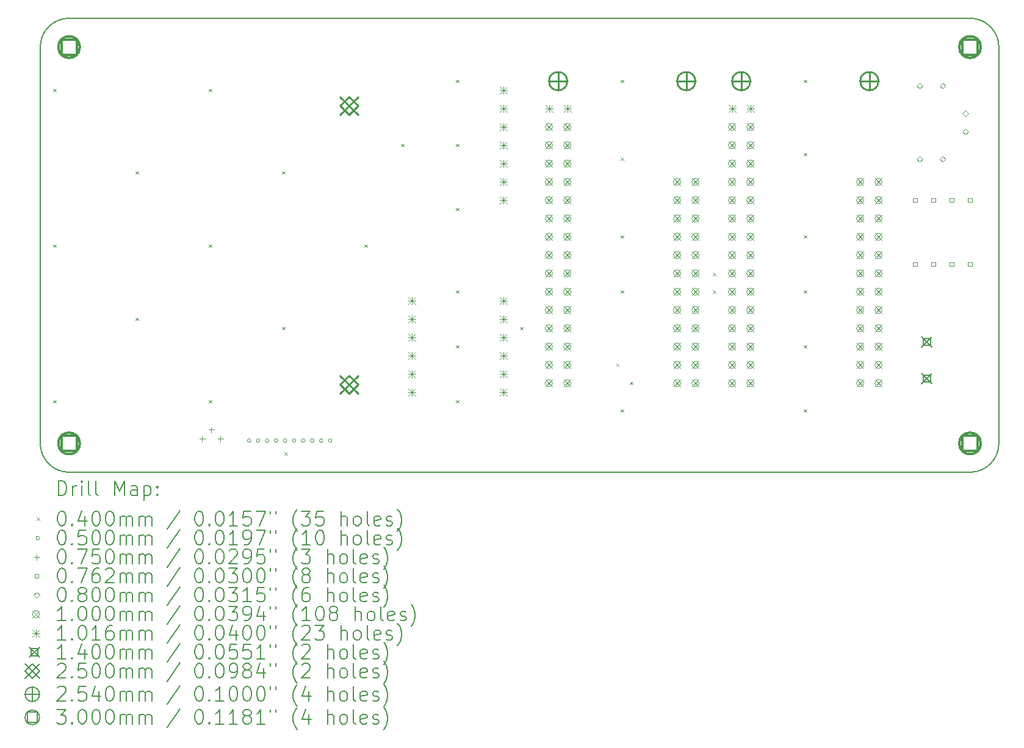
<source format=gbr>
%TF.GenerationSoftware,KiCad,Pcbnew,8.0.0*%
%TF.CreationDate,2024-04-24T13:51:35+02:00*%
%TF.ProjectId,Cryologger ITB,4372796f-6c6f-4676-9765-72204954422e,v3.2*%
%TF.SameCoordinates,Original*%
%TF.FileFunction,Drillmap*%
%TF.FilePolarity,Positive*%
%FSLAX45Y45*%
G04 Gerber Fmt 4.5, Leading zero omitted, Abs format (unit mm)*
G04 Created by KiCad (PCBNEW 8.0.0) date 2024-04-24 13:51:35*
%MOMM*%
%LPD*%
G01*
G04 APERTURE LIST*
%ADD10C,0.200000*%
%ADD11C,0.100000*%
%ADD12C,0.101600*%
%ADD13C,0.140000*%
%ADD14C,0.250000*%
%ADD15C,0.254000*%
%ADD16C,0.300000*%
G04 APERTURE END LIST*
D10*
X21209000Y-6400000D02*
G75*
G02*
X21609000Y-6800000I0J-400000D01*
G01*
X8309000Y-6800000D02*
X8309000Y-12300000D01*
X21609000Y-6800000D02*
X21609000Y-12300000D01*
X21209000Y-6400000D02*
X8709000Y-6400000D01*
X8309000Y-6800000D02*
G75*
G02*
X8709000Y-6400000I400000J0D01*
G01*
X8709000Y-12700000D02*
G75*
G02*
X8309000Y-12300000I0J400000D01*
G01*
X8709000Y-12700000D02*
X21209000Y-12700000D01*
X21609000Y-12300000D02*
G75*
G02*
X21209000Y-12700000I-400000J0D01*
G01*
D11*
X8489000Y-7380000D02*
X8529000Y-7420000D01*
X8529000Y-7380000D02*
X8489000Y-7420000D01*
X8489000Y-9539000D02*
X8529000Y-9579000D01*
X8529000Y-9539000D02*
X8489000Y-9579000D01*
X8489000Y-11698000D02*
X8529000Y-11738000D01*
X8529000Y-11698000D02*
X8489000Y-11738000D01*
X9632000Y-8523000D02*
X9672000Y-8563000D01*
X9672000Y-8523000D02*
X9632000Y-8563000D01*
X9632000Y-10555000D02*
X9672000Y-10595000D01*
X9672000Y-10555000D02*
X9632000Y-10595000D01*
X10648000Y-7380000D02*
X10688000Y-7420000D01*
X10688000Y-7380000D02*
X10648000Y-7420000D01*
X10648000Y-9539000D02*
X10688000Y-9579000D01*
X10688000Y-9539000D02*
X10648000Y-9579000D01*
X10648000Y-11698000D02*
X10688000Y-11738000D01*
X10688000Y-11698000D02*
X10648000Y-11738000D01*
X11664000Y-8523000D02*
X11704000Y-8563000D01*
X11704000Y-8523000D02*
X11664000Y-8563000D01*
X11664000Y-10682000D02*
X11704000Y-10722000D01*
X11704000Y-10682000D02*
X11664000Y-10722000D01*
X11698400Y-12419600D02*
X11738400Y-12459600D01*
X11738400Y-12419600D02*
X11698400Y-12459600D01*
X12807000Y-9539000D02*
X12847000Y-9579000D01*
X12847000Y-9539000D02*
X12807000Y-9579000D01*
X13315000Y-8142000D02*
X13355000Y-8182000D01*
X13355000Y-8142000D02*
X13315000Y-8182000D01*
X14077000Y-7253000D02*
X14117000Y-7293000D01*
X14117000Y-7253000D02*
X14077000Y-7293000D01*
X14077000Y-8142000D02*
X14117000Y-8182000D01*
X14117000Y-8142000D02*
X14077000Y-8182000D01*
X14077000Y-9031000D02*
X14117000Y-9071000D01*
X14117000Y-9031000D02*
X14077000Y-9071000D01*
X14077000Y-10174000D02*
X14117000Y-10214000D01*
X14117000Y-10174000D02*
X14077000Y-10214000D01*
X14077000Y-10936000D02*
X14117000Y-10976000D01*
X14117000Y-10936000D02*
X14077000Y-10976000D01*
X14077000Y-11698000D02*
X14117000Y-11738000D01*
X14117000Y-11698000D02*
X14077000Y-11738000D01*
X14966000Y-10682000D02*
X15006000Y-10722000D01*
X15006000Y-10682000D02*
X14966000Y-10722000D01*
X16299500Y-11190000D02*
X16339500Y-11230000D01*
X16339500Y-11190000D02*
X16299500Y-11230000D01*
X16363000Y-7253000D02*
X16403000Y-7293000D01*
X16403000Y-7253000D02*
X16363000Y-7293000D01*
X16363000Y-8332500D02*
X16403000Y-8372500D01*
X16403000Y-8332500D02*
X16363000Y-8372500D01*
X16363000Y-9412000D02*
X16403000Y-9452000D01*
X16403000Y-9412000D02*
X16363000Y-9452000D01*
X16363000Y-10174000D02*
X16403000Y-10214000D01*
X16403000Y-10174000D02*
X16363000Y-10214000D01*
X16363000Y-11825000D02*
X16403000Y-11865000D01*
X16403000Y-11825000D02*
X16363000Y-11865000D01*
X16490000Y-11444000D02*
X16530000Y-11484000D01*
X16530000Y-11444000D02*
X16490000Y-11484000D01*
X17639000Y-9930000D02*
X17679000Y-9970000D01*
X17679000Y-9930000D02*
X17639000Y-9970000D01*
X17639000Y-10180000D02*
X17679000Y-10220000D01*
X17679000Y-10180000D02*
X17639000Y-10220000D01*
X18903000Y-7253000D02*
X18943000Y-7293000D01*
X18943000Y-7253000D02*
X18903000Y-7293000D01*
X18903000Y-8269000D02*
X18943000Y-8309000D01*
X18943000Y-8269000D02*
X18903000Y-8309000D01*
X18903000Y-9412000D02*
X18943000Y-9452000D01*
X18943000Y-9412000D02*
X18903000Y-9452000D01*
X18903000Y-10174000D02*
X18943000Y-10214000D01*
X18943000Y-10174000D02*
X18903000Y-10214000D01*
X18903000Y-10936000D02*
X18943000Y-10976000D01*
X18943000Y-10936000D02*
X18903000Y-10976000D01*
X18903000Y-11825000D02*
X18943000Y-11865000D01*
X18943000Y-11825000D02*
X18903000Y-11865000D01*
X11231800Y-12261000D02*
G75*
G02*
X11181800Y-12261000I-25000J0D01*
G01*
X11181800Y-12261000D02*
G75*
G02*
X11231800Y-12261000I25000J0D01*
G01*
X11356800Y-12261000D02*
G75*
G02*
X11306800Y-12261000I-25000J0D01*
G01*
X11306800Y-12261000D02*
G75*
G02*
X11356800Y-12261000I25000J0D01*
G01*
X11481800Y-12261000D02*
G75*
G02*
X11431800Y-12261000I-25000J0D01*
G01*
X11431800Y-12261000D02*
G75*
G02*
X11481800Y-12261000I25000J0D01*
G01*
X11606800Y-12261000D02*
G75*
G02*
X11556800Y-12261000I-25000J0D01*
G01*
X11556800Y-12261000D02*
G75*
G02*
X11606800Y-12261000I25000J0D01*
G01*
X11731800Y-12261000D02*
G75*
G02*
X11681800Y-12261000I-25000J0D01*
G01*
X11681800Y-12261000D02*
G75*
G02*
X11731800Y-12261000I25000J0D01*
G01*
X11856800Y-12261000D02*
G75*
G02*
X11806800Y-12261000I-25000J0D01*
G01*
X11806800Y-12261000D02*
G75*
G02*
X11856800Y-12261000I25000J0D01*
G01*
X11981800Y-12261000D02*
G75*
G02*
X11931800Y-12261000I-25000J0D01*
G01*
X11931800Y-12261000D02*
G75*
G02*
X11981800Y-12261000I25000J0D01*
G01*
X12106800Y-12261000D02*
G75*
G02*
X12056800Y-12261000I-25000J0D01*
G01*
X12056800Y-12261000D02*
G75*
G02*
X12106800Y-12261000I25000J0D01*
G01*
X12231800Y-12261000D02*
G75*
G02*
X12181800Y-12261000I-25000J0D01*
G01*
X12181800Y-12261000D02*
G75*
G02*
X12231800Y-12261000I25000J0D01*
G01*
X12356800Y-12261000D02*
G75*
G02*
X12306800Y-12261000I-25000J0D01*
G01*
X12306800Y-12261000D02*
G75*
G02*
X12356800Y-12261000I25000J0D01*
G01*
X10553800Y-12198100D02*
X10553800Y-12273100D01*
X10516300Y-12235600D02*
X10591300Y-12235600D01*
X10680800Y-12071100D02*
X10680800Y-12146100D01*
X10643300Y-12108600D02*
X10718300Y-12108600D01*
X10807800Y-12198100D02*
X10807800Y-12273100D01*
X10770300Y-12235600D02*
X10845300Y-12235600D01*
X20473941Y-8950941D02*
X20473941Y-8897059D01*
X20420059Y-8897059D01*
X20420059Y-8950941D01*
X20473941Y-8950941D01*
X20473941Y-9839941D02*
X20473941Y-9786059D01*
X20420059Y-9786059D01*
X20420059Y-9839941D01*
X20473941Y-9839941D01*
X20727941Y-8950941D02*
X20727941Y-8897059D01*
X20674059Y-8897059D01*
X20674059Y-8950941D01*
X20727941Y-8950941D01*
X20727941Y-9839941D02*
X20727941Y-9786059D01*
X20674059Y-9786059D01*
X20674059Y-9839941D01*
X20727941Y-9839941D01*
X20981941Y-8950941D02*
X20981941Y-8897059D01*
X20928059Y-8897059D01*
X20928059Y-8950941D01*
X20981941Y-8950941D01*
X20981941Y-9839941D02*
X20981941Y-9786059D01*
X20928059Y-9786059D01*
X20928059Y-9839941D01*
X20981941Y-9839941D01*
X21235941Y-8950941D02*
X21235941Y-8897059D01*
X21182059Y-8897059D01*
X21182059Y-8950941D01*
X21235941Y-8950941D01*
X21235941Y-9839941D02*
X21235941Y-9786059D01*
X21182059Y-9786059D01*
X21182059Y-9839941D01*
X21235941Y-9839941D01*
X20510500Y-7376500D02*
X20550500Y-7336500D01*
X20510500Y-7296500D01*
X20470500Y-7336500D01*
X20510500Y-7376500D01*
X20510500Y-8392500D02*
X20550500Y-8352500D01*
X20510500Y-8312500D01*
X20470500Y-8352500D01*
X20510500Y-8392500D01*
X20828000Y-7376500D02*
X20868000Y-7336500D01*
X20828000Y-7296500D01*
X20788000Y-7336500D01*
X20828000Y-7376500D01*
X20828000Y-8392500D02*
X20868000Y-8352500D01*
X20828000Y-8312500D01*
X20788000Y-8352500D01*
X20828000Y-8392500D01*
X21145500Y-7761500D02*
X21185500Y-7721500D01*
X21145500Y-7681500D01*
X21105500Y-7721500D01*
X21145500Y-7761500D01*
X21145500Y-8011500D02*
X21185500Y-7971500D01*
X21145500Y-7931500D01*
X21105500Y-7971500D01*
X21145500Y-8011500D01*
X15317000Y-7858000D02*
X15417000Y-7958000D01*
X15417000Y-7858000D02*
X15317000Y-7958000D01*
X15417000Y-7908000D02*
G75*
G02*
X15317000Y-7908000I-50000J0D01*
G01*
X15317000Y-7908000D02*
G75*
G02*
X15417000Y-7908000I50000J0D01*
G01*
X15317000Y-8112000D02*
X15417000Y-8212000D01*
X15417000Y-8112000D02*
X15317000Y-8212000D01*
X15417000Y-8162000D02*
G75*
G02*
X15317000Y-8162000I-50000J0D01*
G01*
X15317000Y-8162000D02*
G75*
G02*
X15417000Y-8162000I50000J0D01*
G01*
X15317000Y-8366000D02*
X15417000Y-8466000D01*
X15417000Y-8366000D02*
X15317000Y-8466000D01*
X15417000Y-8416000D02*
G75*
G02*
X15317000Y-8416000I-50000J0D01*
G01*
X15317000Y-8416000D02*
G75*
G02*
X15417000Y-8416000I50000J0D01*
G01*
X15317000Y-8620000D02*
X15417000Y-8720000D01*
X15417000Y-8620000D02*
X15317000Y-8720000D01*
X15417000Y-8670000D02*
G75*
G02*
X15317000Y-8670000I-50000J0D01*
G01*
X15317000Y-8670000D02*
G75*
G02*
X15417000Y-8670000I50000J0D01*
G01*
X15317000Y-8874000D02*
X15417000Y-8974000D01*
X15417000Y-8874000D02*
X15317000Y-8974000D01*
X15417000Y-8924000D02*
G75*
G02*
X15317000Y-8924000I-50000J0D01*
G01*
X15317000Y-8924000D02*
G75*
G02*
X15417000Y-8924000I50000J0D01*
G01*
X15317000Y-9128000D02*
X15417000Y-9228000D01*
X15417000Y-9128000D02*
X15317000Y-9228000D01*
X15417000Y-9178000D02*
G75*
G02*
X15317000Y-9178000I-50000J0D01*
G01*
X15317000Y-9178000D02*
G75*
G02*
X15417000Y-9178000I50000J0D01*
G01*
X15317000Y-9382000D02*
X15417000Y-9482000D01*
X15417000Y-9382000D02*
X15317000Y-9482000D01*
X15417000Y-9432000D02*
G75*
G02*
X15317000Y-9432000I-50000J0D01*
G01*
X15317000Y-9432000D02*
G75*
G02*
X15417000Y-9432000I50000J0D01*
G01*
X15317000Y-9636000D02*
X15417000Y-9736000D01*
X15417000Y-9636000D02*
X15317000Y-9736000D01*
X15417000Y-9686000D02*
G75*
G02*
X15317000Y-9686000I-50000J0D01*
G01*
X15317000Y-9686000D02*
G75*
G02*
X15417000Y-9686000I50000J0D01*
G01*
X15317000Y-9890000D02*
X15417000Y-9990000D01*
X15417000Y-9890000D02*
X15317000Y-9990000D01*
X15417000Y-9940000D02*
G75*
G02*
X15317000Y-9940000I-50000J0D01*
G01*
X15317000Y-9940000D02*
G75*
G02*
X15417000Y-9940000I50000J0D01*
G01*
X15317000Y-10144000D02*
X15417000Y-10244000D01*
X15417000Y-10144000D02*
X15317000Y-10244000D01*
X15417000Y-10194000D02*
G75*
G02*
X15317000Y-10194000I-50000J0D01*
G01*
X15317000Y-10194000D02*
G75*
G02*
X15417000Y-10194000I50000J0D01*
G01*
X15317000Y-10398000D02*
X15417000Y-10498000D01*
X15417000Y-10398000D02*
X15317000Y-10498000D01*
X15417000Y-10448000D02*
G75*
G02*
X15317000Y-10448000I-50000J0D01*
G01*
X15317000Y-10448000D02*
G75*
G02*
X15417000Y-10448000I50000J0D01*
G01*
X15317000Y-10652000D02*
X15417000Y-10752000D01*
X15417000Y-10652000D02*
X15317000Y-10752000D01*
X15417000Y-10702000D02*
G75*
G02*
X15317000Y-10702000I-50000J0D01*
G01*
X15317000Y-10702000D02*
G75*
G02*
X15417000Y-10702000I50000J0D01*
G01*
X15317000Y-10906000D02*
X15417000Y-11006000D01*
X15417000Y-10906000D02*
X15317000Y-11006000D01*
X15417000Y-10956000D02*
G75*
G02*
X15317000Y-10956000I-50000J0D01*
G01*
X15317000Y-10956000D02*
G75*
G02*
X15417000Y-10956000I50000J0D01*
G01*
X15317000Y-11160000D02*
X15417000Y-11260000D01*
X15417000Y-11160000D02*
X15317000Y-11260000D01*
X15417000Y-11210000D02*
G75*
G02*
X15317000Y-11210000I-50000J0D01*
G01*
X15317000Y-11210000D02*
G75*
G02*
X15417000Y-11210000I50000J0D01*
G01*
X15317000Y-11414000D02*
X15417000Y-11514000D01*
X15417000Y-11414000D02*
X15317000Y-11514000D01*
X15417000Y-11464000D02*
G75*
G02*
X15317000Y-11464000I-50000J0D01*
G01*
X15317000Y-11464000D02*
G75*
G02*
X15417000Y-11464000I50000J0D01*
G01*
X15571000Y-7858000D02*
X15671000Y-7958000D01*
X15671000Y-7858000D02*
X15571000Y-7958000D01*
X15671000Y-7908000D02*
G75*
G02*
X15571000Y-7908000I-50000J0D01*
G01*
X15571000Y-7908000D02*
G75*
G02*
X15671000Y-7908000I50000J0D01*
G01*
X15571000Y-8112000D02*
X15671000Y-8212000D01*
X15671000Y-8112000D02*
X15571000Y-8212000D01*
X15671000Y-8162000D02*
G75*
G02*
X15571000Y-8162000I-50000J0D01*
G01*
X15571000Y-8162000D02*
G75*
G02*
X15671000Y-8162000I50000J0D01*
G01*
X15571000Y-8366000D02*
X15671000Y-8466000D01*
X15671000Y-8366000D02*
X15571000Y-8466000D01*
X15671000Y-8416000D02*
G75*
G02*
X15571000Y-8416000I-50000J0D01*
G01*
X15571000Y-8416000D02*
G75*
G02*
X15671000Y-8416000I50000J0D01*
G01*
X15571000Y-8620000D02*
X15671000Y-8720000D01*
X15671000Y-8620000D02*
X15571000Y-8720000D01*
X15671000Y-8670000D02*
G75*
G02*
X15571000Y-8670000I-50000J0D01*
G01*
X15571000Y-8670000D02*
G75*
G02*
X15671000Y-8670000I50000J0D01*
G01*
X15571000Y-8874000D02*
X15671000Y-8974000D01*
X15671000Y-8874000D02*
X15571000Y-8974000D01*
X15671000Y-8924000D02*
G75*
G02*
X15571000Y-8924000I-50000J0D01*
G01*
X15571000Y-8924000D02*
G75*
G02*
X15671000Y-8924000I50000J0D01*
G01*
X15571000Y-9128000D02*
X15671000Y-9228000D01*
X15671000Y-9128000D02*
X15571000Y-9228000D01*
X15671000Y-9178000D02*
G75*
G02*
X15571000Y-9178000I-50000J0D01*
G01*
X15571000Y-9178000D02*
G75*
G02*
X15671000Y-9178000I50000J0D01*
G01*
X15571000Y-9382000D02*
X15671000Y-9482000D01*
X15671000Y-9382000D02*
X15571000Y-9482000D01*
X15671000Y-9432000D02*
G75*
G02*
X15571000Y-9432000I-50000J0D01*
G01*
X15571000Y-9432000D02*
G75*
G02*
X15671000Y-9432000I50000J0D01*
G01*
X15571000Y-9636000D02*
X15671000Y-9736000D01*
X15671000Y-9636000D02*
X15571000Y-9736000D01*
X15671000Y-9686000D02*
G75*
G02*
X15571000Y-9686000I-50000J0D01*
G01*
X15571000Y-9686000D02*
G75*
G02*
X15671000Y-9686000I50000J0D01*
G01*
X15571000Y-9890000D02*
X15671000Y-9990000D01*
X15671000Y-9890000D02*
X15571000Y-9990000D01*
X15671000Y-9940000D02*
G75*
G02*
X15571000Y-9940000I-50000J0D01*
G01*
X15571000Y-9940000D02*
G75*
G02*
X15671000Y-9940000I50000J0D01*
G01*
X15571000Y-10144000D02*
X15671000Y-10244000D01*
X15671000Y-10144000D02*
X15571000Y-10244000D01*
X15671000Y-10194000D02*
G75*
G02*
X15571000Y-10194000I-50000J0D01*
G01*
X15571000Y-10194000D02*
G75*
G02*
X15671000Y-10194000I50000J0D01*
G01*
X15571000Y-10398000D02*
X15671000Y-10498000D01*
X15671000Y-10398000D02*
X15571000Y-10498000D01*
X15671000Y-10448000D02*
G75*
G02*
X15571000Y-10448000I-50000J0D01*
G01*
X15571000Y-10448000D02*
G75*
G02*
X15671000Y-10448000I50000J0D01*
G01*
X15571000Y-10652000D02*
X15671000Y-10752000D01*
X15671000Y-10652000D02*
X15571000Y-10752000D01*
X15671000Y-10702000D02*
G75*
G02*
X15571000Y-10702000I-50000J0D01*
G01*
X15571000Y-10702000D02*
G75*
G02*
X15671000Y-10702000I50000J0D01*
G01*
X15571000Y-10906000D02*
X15671000Y-11006000D01*
X15671000Y-10906000D02*
X15571000Y-11006000D01*
X15671000Y-10956000D02*
G75*
G02*
X15571000Y-10956000I-50000J0D01*
G01*
X15571000Y-10956000D02*
G75*
G02*
X15671000Y-10956000I50000J0D01*
G01*
X15571000Y-11160000D02*
X15671000Y-11260000D01*
X15671000Y-11160000D02*
X15571000Y-11260000D01*
X15671000Y-11210000D02*
G75*
G02*
X15571000Y-11210000I-50000J0D01*
G01*
X15571000Y-11210000D02*
G75*
G02*
X15671000Y-11210000I50000J0D01*
G01*
X15571000Y-11414000D02*
X15671000Y-11514000D01*
X15671000Y-11414000D02*
X15571000Y-11514000D01*
X15671000Y-11464000D02*
G75*
G02*
X15571000Y-11464000I-50000J0D01*
G01*
X15571000Y-11464000D02*
G75*
G02*
X15671000Y-11464000I50000J0D01*
G01*
X17095000Y-8620000D02*
X17195000Y-8720000D01*
X17195000Y-8620000D02*
X17095000Y-8720000D01*
X17195000Y-8670000D02*
G75*
G02*
X17095000Y-8670000I-50000J0D01*
G01*
X17095000Y-8670000D02*
G75*
G02*
X17195000Y-8670000I50000J0D01*
G01*
X17095000Y-8874000D02*
X17195000Y-8974000D01*
X17195000Y-8874000D02*
X17095000Y-8974000D01*
X17195000Y-8924000D02*
G75*
G02*
X17095000Y-8924000I-50000J0D01*
G01*
X17095000Y-8924000D02*
G75*
G02*
X17195000Y-8924000I50000J0D01*
G01*
X17095000Y-9128000D02*
X17195000Y-9228000D01*
X17195000Y-9128000D02*
X17095000Y-9228000D01*
X17195000Y-9178000D02*
G75*
G02*
X17095000Y-9178000I-50000J0D01*
G01*
X17095000Y-9178000D02*
G75*
G02*
X17195000Y-9178000I50000J0D01*
G01*
X17095000Y-9382000D02*
X17195000Y-9482000D01*
X17195000Y-9382000D02*
X17095000Y-9482000D01*
X17195000Y-9432000D02*
G75*
G02*
X17095000Y-9432000I-50000J0D01*
G01*
X17095000Y-9432000D02*
G75*
G02*
X17195000Y-9432000I50000J0D01*
G01*
X17095000Y-9636000D02*
X17195000Y-9736000D01*
X17195000Y-9636000D02*
X17095000Y-9736000D01*
X17195000Y-9686000D02*
G75*
G02*
X17095000Y-9686000I-50000J0D01*
G01*
X17095000Y-9686000D02*
G75*
G02*
X17195000Y-9686000I50000J0D01*
G01*
X17095000Y-9890000D02*
X17195000Y-9990000D01*
X17195000Y-9890000D02*
X17095000Y-9990000D01*
X17195000Y-9940000D02*
G75*
G02*
X17095000Y-9940000I-50000J0D01*
G01*
X17095000Y-9940000D02*
G75*
G02*
X17195000Y-9940000I50000J0D01*
G01*
X17095000Y-10144000D02*
X17195000Y-10244000D01*
X17195000Y-10144000D02*
X17095000Y-10244000D01*
X17195000Y-10194000D02*
G75*
G02*
X17095000Y-10194000I-50000J0D01*
G01*
X17095000Y-10194000D02*
G75*
G02*
X17195000Y-10194000I50000J0D01*
G01*
X17095000Y-10398000D02*
X17195000Y-10498000D01*
X17195000Y-10398000D02*
X17095000Y-10498000D01*
X17195000Y-10448000D02*
G75*
G02*
X17095000Y-10448000I-50000J0D01*
G01*
X17095000Y-10448000D02*
G75*
G02*
X17195000Y-10448000I50000J0D01*
G01*
X17095000Y-10652000D02*
X17195000Y-10752000D01*
X17195000Y-10652000D02*
X17095000Y-10752000D01*
X17195000Y-10702000D02*
G75*
G02*
X17095000Y-10702000I-50000J0D01*
G01*
X17095000Y-10702000D02*
G75*
G02*
X17195000Y-10702000I50000J0D01*
G01*
X17095000Y-10906000D02*
X17195000Y-11006000D01*
X17195000Y-10906000D02*
X17095000Y-11006000D01*
X17195000Y-10956000D02*
G75*
G02*
X17095000Y-10956000I-50000J0D01*
G01*
X17095000Y-10956000D02*
G75*
G02*
X17195000Y-10956000I50000J0D01*
G01*
X17095000Y-11160000D02*
X17195000Y-11260000D01*
X17195000Y-11160000D02*
X17095000Y-11260000D01*
X17195000Y-11210000D02*
G75*
G02*
X17095000Y-11210000I-50000J0D01*
G01*
X17095000Y-11210000D02*
G75*
G02*
X17195000Y-11210000I50000J0D01*
G01*
X17095000Y-11414000D02*
X17195000Y-11514000D01*
X17195000Y-11414000D02*
X17095000Y-11514000D01*
X17195000Y-11464000D02*
G75*
G02*
X17095000Y-11464000I-50000J0D01*
G01*
X17095000Y-11464000D02*
G75*
G02*
X17195000Y-11464000I50000J0D01*
G01*
X17349000Y-8620000D02*
X17449000Y-8720000D01*
X17449000Y-8620000D02*
X17349000Y-8720000D01*
X17449000Y-8670000D02*
G75*
G02*
X17349000Y-8670000I-50000J0D01*
G01*
X17349000Y-8670000D02*
G75*
G02*
X17449000Y-8670000I50000J0D01*
G01*
X17349000Y-8874000D02*
X17449000Y-8974000D01*
X17449000Y-8874000D02*
X17349000Y-8974000D01*
X17449000Y-8924000D02*
G75*
G02*
X17349000Y-8924000I-50000J0D01*
G01*
X17349000Y-8924000D02*
G75*
G02*
X17449000Y-8924000I50000J0D01*
G01*
X17349000Y-9128000D02*
X17449000Y-9228000D01*
X17449000Y-9128000D02*
X17349000Y-9228000D01*
X17449000Y-9178000D02*
G75*
G02*
X17349000Y-9178000I-50000J0D01*
G01*
X17349000Y-9178000D02*
G75*
G02*
X17449000Y-9178000I50000J0D01*
G01*
X17349000Y-9382000D02*
X17449000Y-9482000D01*
X17449000Y-9382000D02*
X17349000Y-9482000D01*
X17449000Y-9432000D02*
G75*
G02*
X17349000Y-9432000I-50000J0D01*
G01*
X17349000Y-9432000D02*
G75*
G02*
X17449000Y-9432000I50000J0D01*
G01*
X17349000Y-9636000D02*
X17449000Y-9736000D01*
X17449000Y-9636000D02*
X17349000Y-9736000D01*
X17449000Y-9686000D02*
G75*
G02*
X17349000Y-9686000I-50000J0D01*
G01*
X17349000Y-9686000D02*
G75*
G02*
X17449000Y-9686000I50000J0D01*
G01*
X17349000Y-9890000D02*
X17449000Y-9990000D01*
X17449000Y-9890000D02*
X17349000Y-9990000D01*
X17449000Y-9940000D02*
G75*
G02*
X17349000Y-9940000I-50000J0D01*
G01*
X17349000Y-9940000D02*
G75*
G02*
X17449000Y-9940000I50000J0D01*
G01*
X17349000Y-10144000D02*
X17449000Y-10244000D01*
X17449000Y-10144000D02*
X17349000Y-10244000D01*
X17449000Y-10194000D02*
G75*
G02*
X17349000Y-10194000I-50000J0D01*
G01*
X17349000Y-10194000D02*
G75*
G02*
X17449000Y-10194000I50000J0D01*
G01*
X17349000Y-10398000D02*
X17449000Y-10498000D01*
X17449000Y-10398000D02*
X17349000Y-10498000D01*
X17449000Y-10448000D02*
G75*
G02*
X17349000Y-10448000I-50000J0D01*
G01*
X17349000Y-10448000D02*
G75*
G02*
X17449000Y-10448000I50000J0D01*
G01*
X17349000Y-10652000D02*
X17449000Y-10752000D01*
X17449000Y-10652000D02*
X17349000Y-10752000D01*
X17449000Y-10702000D02*
G75*
G02*
X17349000Y-10702000I-50000J0D01*
G01*
X17349000Y-10702000D02*
G75*
G02*
X17449000Y-10702000I50000J0D01*
G01*
X17349000Y-10906000D02*
X17449000Y-11006000D01*
X17449000Y-10906000D02*
X17349000Y-11006000D01*
X17449000Y-10956000D02*
G75*
G02*
X17349000Y-10956000I-50000J0D01*
G01*
X17349000Y-10956000D02*
G75*
G02*
X17449000Y-10956000I50000J0D01*
G01*
X17349000Y-11160000D02*
X17449000Y-11260000D01*
X17449000Y-11160000D02*
X17349000Y-11260000D01*
X17449000Y-11210000D02*
G75*
G02*
X17349000Y-11210000I-50000J0D01*
G01*
X17349000Y-11210000D02*
G75*
G02*
X17449000Y-11210000I50000J0D01*
G01*
X17349000Y-11414000D02*
X17449000Y-11514000D01*
X17449000Y-11414000D02*
X17349000Y-11514000D01*
X17449000Y-11464000D02*
G75*
G02*
X17349000Y-11464000I-50000J0D01*
G01*
X17349000Y-11464000D02*
G75*
G02*
X17449000Y-11464000I50000J0D01*
G01*
X17857000Y-7858000D02*
X17957000Y-7958000D01*
X17957000Y-7858000D02*
X17857000Y-7958000D01*
X17957000Y-7908000D02*
G75*
G02*
X17857000Y-7908000I-50000J0D01*
G01*
X17857000Y-7908000D02*
G75*
G02*
X17957000Y-7908000I50000J0D01*
G01*
X17857000Y-8112000D02*
X17957000Y-8212000D01*
X17957000Y-8112000D02*
X17857000Y-8212000D01*
X17957000Y-8162000D02*
G75*
G02*
X17857000Y-8162000I-50000J0D01*
G01*
X17857000Y-8162000D02*
G75*
G02*
X17957000Y-8162000I50000J0D01*
G01*
X17857000Y-8366000D02*
X17957000Y-8466000D01*
X17957000Y-8366000D02*
X17857000Y-8466000D01*
X17957000Y-8416000D02*
G75*
G02*
X17857000Y-8416000I-50000J0D01*
G01*
X17857000Y-8416000D02*
G75*
G02*
X17957000Y-8416000I50000J0D01*
G01*
X17857000Y-8620000D02*
X17957000Y-8720000D01*
X17957000Y-8620000D02*
X17857000Y-8720000D01*
X17957000Y-8670000D02*
G75*
G02*
X17857000Y-8670000I-50000J0D01*
G01*
X17857000Y-8670000D02*
G75*
G02*
X17957000Y-8670000I50000J0D01*
G01*
X17857000Y-8874000D02*
X17957000Y-8974000D01*
X17957000Y-8874000D02*
X17857000Y-8974000D01*
X17957000Y-8924000D02*
G75*
G02*
X17857000Y-8924000I-50000J0D01*
G01*
X17857000Y-8924000D02*
G75*
G02*
X17957000Y-8924000I50000J0D01*
G01*
X17857000Y-9128000D02*
X17957000Y-9228000D01*
X17957000Y-9128000D02*
X17857000Y-9228000D01*
X17957000Y-9178000D02*
G75*
G02*
X17857000Y-9178000I-50000J0D01*
G01*
X17857000Y-9178000D02*
G75*
G02*
X17957000Y-9178000I50000J0D01*
G01*
X17857000Y-9382000D02*
X17957000Y-9482000D01*
X17957000Y-9382000D02*
X17857000Y-9482000D01*
X17957000Y-9432000D02*
G75*
G02*
X17857000Y-9432000I-50000J0D01*
G01*
X17857000Y-9432000D02*
G75*
G02*
X17957000Y-9432000I50000J0D01*
G01*
X17857000Y-9636000D02*
X17957000Y-9736000D01*
X17957000Y-9636000D02*
X17857000Y-9736000D01*
X17957000Y-9686000D02*
G75*
G02*
X17857000Y-9686000I-50000J0D01*
G01*
X17857000Y-9686000D02*
G75*
G02*
X17957000Y-9686000I50000J0D01*
G01*
X17857000Y-9890000D02*
X17957000Y-9990000D01*
X17957000Y-9890000D02*
X17857000Y-9990000D01*
X17957000Y-9940000D02*
G75*
G02*
X17857000Y-9940000I-50000J0D01*
G01*
X17857000Y-9940000D02*
G75*
G02*
X17957000Y-9940000I50000J0D01*
G01*
X17857000Y-10144000D02*
X17957000Y-10244000D01*
X17957000Y-10144000D02*
X17857000Y-10244000D01*
X17957000Y-10194000D02*
G75*
G02*
X17857000Y-10194000I-50000J0D01*
G01*
X17857000Y-10194000D02*
G75*
G02*
X17957000Y-10194000I50000J0D01*
G01*
X17857000Y-10398000D02*
X17957000Y-10498000D01*
X17957000Y-10398000D02*
X17857000Y-10498000D01*
X17957000Y-10448000D02*
G75*
G02*
X17857000Y-10448000I-50000J0D01*
G01*
X17857000Y-10448000D02*
G75*
G02*
X17957000Y-10448000I50000J0D01*
G01*
X17857000Y-10652000D02*
X17957000Y-10752000D01*
X17957000Y-10652000D02*
X17857000Y-10752000D01*
X17957000Y-10702000D02*
G75*
G02*
X17857000Y-10702000I-50000J0D01*
G01*
X17857000Y-10702000D02*
G75*
G02*
X17957000Y-10702000I50000J0D01*
G01*
X17857000Y-10906000D02*
X17957000Y-11006000D01*
X17957000Y-10906000D02*
X17857000Y-11006000D01*
X17957000Y-10956000D02*
G75*
G02*
X17857000Y-10956000I-50000J0D01*
G01*
X17857000Y-10956000D02*
G75*
G02*
X17957000Y-10956000I50000J0D01*
G01*
X17857000Y-11160000D02*
X17957000Y-11260000D01*
X17957000Y-11160000D02*
X17857000Y-11260000D01*
X17957000Y-11210000D02*
G75*
G02*
X17857000Y-11210000I-50000J0D01*
G01*
X17857000Y-11210000D02*
G75*
G02*
X17957000Y-11210000I50000J0D01*
G01*
X17857000Y-11414000D02*
X17957000Y-11514000D01*
X17957000Y-11414000D02*
X17857000Y-11514000D01*
X17957000Y-11464000D02*
G75*
G02*
X17857000Y-11464000I-50000J0D01*
G01*
X17857000Y-11464000D02*
G75*
G02*
X17957000Y-11464000I50000J0D01*
G01*
X18111000Y-7858000D02*
X18211000Y-7958000D01*
X18211000Y-7858000D02*
X18111000Y-7958000D01*
X18211000Y-7908000D02*
G75*
G02*
X18111000Y-7908000I-50000J0D01*
G01*
X18111000Y-7908000D02*
G75*
G02*
X18211000Y-7908000I50000J0D01*
G01*
X18111000Y-8112000D02*
X18211000Y-8212000D01*
X18211000Y-8112000D02*
X18111000Y-8212000D01*
X18211000Y-8162000D02*
G75*
G02*
X18111000Y-8162000I-50000J0D01*
G01*
X18111000Y-8162000D02*
G75*
G02*
X18211000Y-8162000I50000J0D01*
G01*
X18111000Y-8366000D02*
X18211000Y-8466000D01*
X18211000Y-8366000D02*
X18111000Y-8466000D01*
X18211000Y-8416000D02*
G75*
G02*
X18111000Y-8416000I-50000J0D01*
G01*
X18111000Y-8416000D02*
G75*
G02*
X18211000Y-8416000I50000J0D01*
G01*
X18111000Y-8620000D02*
X18211000Y-8720000D01*
X18211000Y-8620000D02*
X18111000Y-8720000D01*
X18211000Y-8670000D02*
G75*
G02*
X18111000Y-8670000I-50000J0D01*
G01*
X18111000Y-8670000D02*
G75*
G02*
X18211000Y-8670000I50000J0D01*
G01*
X18111000Y-8874000D02*
X18211000Y-8974000D01*
X18211000Y-8874000D02*
X18111000Y-8974000D01*
X18211000Y-8924000D02*
G75*
G02*
X18111000Y-8924000I-50000J0D01*
G01*
X18111000Y-8924000D02*
G75*
G02*
X18211000Y-8924000I50000J0D01*
G01*
X18111000Y-9128000D02*
X18211000Y-9228000D01*
X18211000Y-9128000D02*
X18111000Y-9228000D01*
X18211000Y-9178000D02*
G75*
G02*
X18111000Y-9178000I-50000J0D01*
G01*
X18111000Y-9178000D02*
G75*
G02*
X18211000Y-9178000I50000J0D01*
G01*
X18111000Y-9382000D02*
X18211000Y-9482000D01*
X18211000Y-9382000D02*
X18111000Y-9482000D01*
X18211000Y-9432000D02*
G75*
G02*
X18111000Y-9432000I-50000J0D01*
G01*
X18111000Y-9432000D02*
G75*
G02*
X18211000Y-9432000I50000J0D01*
G01*
X18111000Y-9636000D02*
X18211000Y-9736000D01*
X18211000Y-9636000D02*
X18111000Y-9736000D01*
X18211000Y-9686000D02*
G75*
G02*
X18111000Y-9686000I-50000J0D01*
G01*
X18111000Y-9686000D02*
G75*
G02*
X18211000Y-9686000I50000J0D01*
G01*
X18111000Y-9890000D02*
X18211000Y-9990000D01*
X18211000Y-9890000D02*
X18111000Y-9990000D01*
X18211000Y-9940000D02*
G75*
G02*
X18111000Y-9940000I-50000J0D01*
G01*
X18111000Y-9940000D02*
G75*
G02*
X18211000Y-9940000I50000J0D01*
G01*
X18111000Y-10144000D02*
X18211000Y-10244000D01*
X18211000Y-10144000D02*
X18111000Y-10244000D01*
X18211000Y-10194000D02*
G75*
G02*
X18111000Y-10194000I-50000J0D01*
G01*
X18111000Y-10194000D02*
G75*
G02*
X18211000Y-10194000I50000J0D01*
G01*
X18111000Y-10398000D02*
X18211000Y-10498000D01*
X18211000Y-10398000D02*
X18111000Y-10498000D01*
X18211000Y-10448000D02*
G75*
G02*
X18111000Y-10448000I-50000J0D01*
G01*
X18111000Y-10448000D02*
G75*
G02*
X18211000Y-10448000I50000J0D01*
G01*
X18111000Y-10652000D02*
X18211000Y-10752000D01*
X18211000Y-10652000D02*
X18111000Y-10752000D01*
X18211000Y-10702000D02*
G75*
G02*
X18111000Y-10702000I-50000J0D01*
G01*
X18111000Y-10702000D02*
G75*
G02*
X18211000Y-10702000I50000J0D01*
G01*
X18111000Y-10906000D02*
X18211000Y-11006000D01*
X18211000Y-10906000D02*
X18111000Y-11006000D01*
X18211000Y-10956000D02*
G75*
G02*
X18111000Y-10956000I-50000J0D01*
G01*
X18111000Y-10956000D02*
G75*
G02*
X18211000Y-10956000I50000J0D01*
G01*
X18111000Y-11160000D02*
X18211000Y-11260000D01*
X18211000Y-11160000D02*
X18111000Y-11260000D01*
X18211000Y-11210000D02*
G75*
G02*
X18111000Y-11210000I-50000J0D01*
G01*
X18111000Y-11210000D02*
G75*
G02*
X18211000Y-11210000I50000J0D01*
G01*
X18111000Y-11414000D02*
X18211000Y-11514000D01*
X18211000Y-11414000D02*
X18111000Y-11514000D01*
X18211000Y-11464000D02*
G75*
G02*
X18111000Y-11464000I-50000J0D01*
G01*
X18111000Y-11464000D02*
G75*
G02*
X18211000Y-11464000I50000J0D01*
G01*
X19635000Y-8620000D02*
X19735000Y-8720000D01*
X19735000Y-8620000D02*
X19635000Y-8720000D01*
X19735000Y-8670000D02*
G75*
G02*
X19635000Y-8670000I-50000J0D01*
G01*
X19635000Y-8670000D02*
G75*
G02*
X19735000Y-8670000I50000J0D01*
G01*
X19635000Y-8874000D02*
X19735000Y-8974000D01*
X19735000Y-8874000D02*
X19635000Y-8974000D01*
X19735000Y-8924000D02*
G75*
G02*
X19635000Y-8924000I-50000J0D01*
G01*
X19635000Y-8924000D02*
G75*
G02*
X19735000Y-8924000I50000J0D01*
G01*
X19635000Y-9128000D02*
X19735000Y-9228000D01*
X19735000Y-9128000D02*
X19635000Y-9228000D01*
X19735000Y-9178000D02*
G75*
G02*
X19635000Y-9178000I-50000J0D01*
G01*
X19635000Y-9178000D02*
G75*
G02*
X19735000Y-9178000I50000J0D01*
G01*
X19635000Y-9382000D02*
X19735000Y-9482000D01*
X19735000Y-9382000D02*
X19635000Y-9482000D01*
X19735000Y-9432000D02*
G75*
G02*
X19635000Y-9432000I-50000J0D01*
G01*
X19635000Y-9432000D02*
G75*
G02*
X19735000Y-9432000I50000J0D01*
G01*
X19635000Y-9636000D02*
X19735000Y-9736000D01*
X19735000Y-9636000D02*
X19635000Y-9736000D01*
X19735000Y-9686000D02*
G75*
G02*
X19635000Y-9686000I-50000J0D01*
G01*
X19635000Y-9686000D02*
G75*
G02*
X19735000Y-9686000I50000J0D01*
G01*
X19635000Y-9890000D02*
X19735000Y-9990000D01*
X19735000Y-9890000D02*
X19635000Y-9990000D01*
X19735000Y-9940000D02*
G75*
G02*
X19635000Y-9940000I-50000J0D01*
G01*
X19635000Y-9940000D02*
G75*
G02*
X19735000Y-9940000I50000J0D01*
G01*
X19635000Y-10144000D02*
X19735000Y-10244000D01*
X19735000Y-10144000D02*
X19635000Y-10244000D01*
X19735000Y-10194000D02*
G75*
G02*
X19635000Y-10194000I-50000J0D01*
G01*
X19635000Y-10194000D02*
G75*
G02*
X19735000Y-10194000I50000J0D01*
G01*
X19635000Y-10398000D02*
X19735000Y-10498000D01*
X19735000Y-10398000D02*
X19635000Y-10498000D01*
X19735000Y-10448000D02*
G75*
G02*
X19635000Y-10448000I-50000J0D01*
G01*
X19635000Y-10448000D02*
G75*
G02*
X19735000Y-10448000I50000J0D01*
G01*
X19635000Y-10652000D02*
X19735000Y-10752000D01*
X19735000Y-10652000D02*
X19635000Y-10752000D01*
X19735000Y-10702000D02*
G75*
G02*
X19635000Y-10702000I-50000J0D01*
G01*
X19635000Y-10702000D02*
G75*
G02*
X19735000Y-10702000I50000J0D01*
G01*
X19635000Y-10906000D02*
X19735000Y-11006000D01*
X19735000Y-10906000D02*
X19635000Y-11006000D01*
X19735000Y-10956000D02*
G75*
G02*
X19635000Y-10956000I-50000J0D01*
G01*
X19635000Y-10956000D02*
G75*
G02*
X19735000Y-10956000I50000J0D01*
G01*
X19635000Y-11160000D02*
X19735000Y-11260000D01*
X19735000Y-11160000D02*
X19635000Y-11260000D01*
X19735000Y-11210000D02*
G75*
G02*
X19635000Y-11210000I-50000J0D01*
G01*
X19635000Y-11210000D02*
G75*
G02*
X19735000Y-11210000I50000J0D01*
G01*
X19635000Y-11414000D02*
X19735000Y-11514000D01*
X19735000Y-11414000D02*
X19635000Y-11514000D01*
X19735000Y-11464000D02*
G75*
G02*
X19635000Y-11464000I-50000J0D01*
G01*
X19635000Y-11464000D02*
G75*
G02*
X19735000Y-11464000I50000J0D01*
G01*
X19889000Y-8620000D02*
X19989000Y-8720000D01*
X19989000Y-8620000D02*
X19889000Y-8720000D01*
X19989000Y-8670000D02*
G75*
G02*
X19889000Y-8670000I-50000J0D01*
G01*
X19889000Y-8670000D02*
G75*
G02*
X19989000Y-8670000I50000J0D01*
G01*
X19889000Y-8874000D02*
X19989000Y-8974000D01*
X19989000Y-8874000D02*
X19889000Y-8974000D01*
X19989000Y-8924000D02*
G75*
G02*
X19889000Y-8924000I-50000J0D01*
G01*
X19889000Y-8924000D02*
G75*
G02*
X19989000Y-8924000I50000J0D01*
G01*
X19889000Y-9128000D02*
X19989000Y-9228000D01*
X19989000Y-9128000D02*
X19889000Y-9228000D01*
X19989000Y-9178000D02*
G75*
G02*
X19889000Y-9178000I-50000J0D01*
G01*
X19889000Y-9178000D02*
G75*
G02*
X19989000Y-9178000I50000J0D01*
G01*
X19889000Y-9382000D02*
X19989000Y-9482000D01*
X19989000Y-9382000D02*
X19889000Y-9482000D01*
X19989000Y-9432000D02*
G75*
G02*
X19889000Y-9432000I-50000J0D01*
G01*
X19889000Y-9432000D02*
G75*
G02*
X19989000Y-9432000I50000J0D01*
G01*
X19889000Y-9636000D02*
X19989000Y-9736000D01*
X19989000Y-9636000D02*
X19889000Y-9736000D01*
X19989000Y-9686000D02*
G75*
G02*
X19889000Y-9686000I-50000J0D01*
G01*
X19889000Y-9686000D02*
G75*
G02*
X19989000Y-9686000I50000J0D01*
G01*
X19889000Y-9890000D02*
X19989000Y-9990000D01*
X19989000Y-9890000D02*
X19889000Y-9990000D01*
X19989000Y-9940000D02*
G75*
G02*
X19889000Y-9940000I-50000J0D01*
G01*
X19889000Y-9940000D02*
G75*
G02*
X19989000Y-9940000I50000J0D01*
G01*
X19889000Y-10144000D02*
X19989000Y-10244000D01*
X19989000Y-10144000D02*
X19889000Y-10244000D01*
X19989000Y-10194000D02*
G75*
G02*
X19889000Y-10194000I-50000J0D01*
G01*
X19889000Y-10194000D02*
G75*
G02*
X19989000Y-10194000I50000J0D01*
G01*
X19889000Y-10398000D02*
X19989000Y-10498000D01*
X19989000Y-10398000D02*
X19889000Y-10498000D01*
X19989000Y-10448000D02*
G75*
G02*
X19889000Y-10448000I-50000J0D01*
G01*
X19889000Y-10448000D02*
G75*
G02*
X19989000Y-10448000I50000J0D01*
G01*
X19889000Y-10652000D02*
X19989000Y-10752000D01*
X19989000Y-10652000D02*
X19889000Y-10752000D01*
X19989000Y-10702000D02*
G75*
G02*
X19889000Y-10702000I-50000J0D01*
G01*
X19889000Y-10702000D02*
G75*
G02*
X19989000Y-10702000I50000J0D01*
G01*
X19889000Y-10906000D02*
X19989000Y-11006000D01*
X19989000Y-10906000D02*
X19889000Y-11006000D01*
X19989000Y-10956000D02*
G75*
G02*
X19889000Y-10956000I-50000J0D01*
G01*
X19889000Y-10956000D02*
G75*
G02*
X19989000Y-10956000I50000J0D01*
G01*
X19889000Y-11160000D02*
X19989000Y-11260000D01*
X19989000Y-11160000D02*
X19889000Y-11260000D01*
X19989000Y-11210000D02*
G75*
G02*
X19889000Y-11210000I-50000J0D01*
G01*
X19889000Y-11210000D02*
G75*
G02*
X19989000Y-11210000I50000J0D01*
G01*
X19889000Y-11414000D02*
X19989000Y-11514000D01*
X19989000Y-11414000D02*
X19889000Y-11514000D01*
X19989000Y-11464000D02*
G75*
G02*
X19889000Y-11464000I-50000J0D01*
G01*
X19889000Y-11464000D02*
G75*
G02*
X19989000Y-11464000I50000J0D01*
G01*
D12*
X13411200Y-10270200D02*
X13512800Y-10371800D01*
X13512800Y-10270200D02*
X13411200Y-10371800D01*
X13462000Y-10270200D02*
X13462000Y-10371800D01*
X13411200Y-10321000D02*
X13512800Y-10321000D01*
X13411200Y-10524200D02*
X13512800Y-10625800D01*
X13512800Y-10524200D02*
X13411200Y-10625800D01*
X13462000Y-10524200D02*
X13462000Y-10625800D01*
X13411200Y-10575000D02*
X13512800Y-10575000D01*
X13411200Y-10778200D02*
X13512800Y-10879800D01*
X13512800Y-10778200D02*
X13411200Y-10879800D01*
X13462000Y-10778200D02*
X13462000Y-10879800D01*
X13411200Y-10829000D02*
X13512800Y-10829000D01*
X13411200Y-11032200D02*
X13512800Y-11133800D01*
X13512800Y-11032200D02*
X13411200Y-11133800D01*
X13462000Y-11032200D02*
X13462000Y-11133800D01*
X13411200Y-11083000D02*
X13512800Y-11083000D01*
X13411200Y-11286200D02*
X13512800Y-11387800D01*
X13512800Y-11286200D02*
X13411200Y-11387800D01*
X13462000Y-11286200D02*
X13462000Y-11387800D01*
X13411200Y-11337000D02*
X13512800Y-11337000D01*
X13411200Y-11540200D02*
X13512800Y-11641800D01*
X13512800Y-11540200D02*
X13411200Y-11641800D01*
X13462000Y-11540200D02*
X13462000Y-11641800D01*
X13411200Y-11591000D02*
X13512800Y-11591000D01*
X14681200Y-7349200D02*
X14782800Y-7450800D01*
X14782800Y-7349200D02*
X14681200Y-7450800D01*
X14732000Y-7349200D02*
X14732000Y-7450800D01*
X14681200Y-7400000D02*
X14782800Y-7400000D01*
X14681200Y-7603200D02*
X14782800Y-7704800D01*
X14782800Y-7603200D02*
X14681200Y-7704800D01*
X14732000Y-7603200D02*
X14732000Y-7704800D01*
X14681200Y-7654000D02*
X14782800Y-7654000D01*
X14681200Y-7857200D02*
X14782800Y-7958800D01*
X14782800Y-7857200D02*
X14681200Y-7958800D01*
X14732000Y-7857200D02*
X14732000Y-7958800D01*
X14681200Y-7908000D02*
X14782800Y-7908000D01*
X14681200Y-8111200D02*
X14782800Y-8212800D01*
X14782800Y-8111200D02*
X14681200Y-8212800D01*
X14732000Y-8111200D02*
X14732000Y-8212800D01*
X14681200Y-8162000D02*
X14782800Y-8162000D01*
X14681200Y-8365200D02*
X14782800Y-8466800D01*
X14782800Y-8365200D02*
X14681200Y-8466800D01*
X14732000Y-8365200D02*
X14732000Y-8466800D01*
X14681200Y-8416000D02*
X14782800Y-8416000D01*
X14681200Y-8619200D02*
X14782800Y-8720800D01*
X14782800Y-8619200D02*
X14681200Y-8720800D01*
X14732000Y-8619200D02*
X14732000Y-8720800D01*
X14681200Y-8670000D02*
X14782800Y-8670000D01*
X14681200Y-8873200D02*
X14782800Y-8974800D01*
X14782800Y-8873200D02*
X14681200Y-8974800D01*
X14732000Y-8873200D02*
X14732000Y-8974800D01*
X14681200Y-8924000D02*
X14782800Y-8924000D01*
X14681200Y-10270200D02*
X14782800Y-10371800D01*
X14782800Y-10270200D02*
X14681200Y-10371800D01*
X14732000Y-10270200D02*
X14732000Y-10371800D01*
X14681200Y-10321000D02*
X14782800Y-10321000D01*
X14681200Y-10524200D02*
X14782800Y-10625800D01*
X14782800Y-10524200D02*
X14681200Y-10625800D01*
X14732000Y-10524200D02*
X14732000Y-10625800D01*
X14681200Y-10575000D02*
X14782800Y-10575000D01*
X14681200Y-10778200D02*
X14782800Y-10879800D01*
X14782800Y-10778200D02*
X14681200Y-10879800D01*
X14732000Y-10778200D02*
X14732000Y-10879800D01*
X14681200Y-10829000D02*
X14782800Y-10829000D01*
X14681200Y-11032200D02*
X14782800Y-11133800D01*
X14782800Y-11032200D02*
X14681200Y-11133800D01*
X14732000Y-11032200D02*
X14732000Y-11133800D01*
X14681200Y-11083000D02*
X14782800Y-11083000D01*
X14681200Y-11286200D02*
X14782800Y-11387800D01*
X14782800Y-11286200D02*
X14681200Y-11387800D01*
X14732000Y-11286200D02*
X14732000Y-11387800D01*
X14681200Y-11337000D02*
X14782800Y-11337000D01*
X14681200Y-11540200D02*
X14782800Y-11641800D01*
X14782800Y-11540200D02*
X14681200Y-11641800D01*
X14732000Y-11540200D02*
X14732000Y-11641800D01*
X14681200Y-11591000D02*
X14782800Y-11591000D01*
X15316200Y-7603200D02*
X15417800Y-7704800D01*
X15417800Y-7603200D02*
X15316200Y-7704800D01*
X15367000Y-7603200D02*
X15367000Y-7704800D01*
X15316200Y-7654000D02*
X15417800Y-7654000D01*
X15570200Y-7603200D02*
X15671800Y-7704800D01*
X15671800Y-7603200D02*
X15570200Y-7704800D01*
X15621000Y-7603200D02*
X15621000Y-7704800D01*
X15570200Y-7654000D02*
X15671800Y-7654000D01*
X17856200Y-7603200D02*
X17957800Y-7704800D01*
X17957800Y-7603200D02*
X17856200Y-7704800D01*
X17907000Y-7603200D02*
X17907000Y-7704800D01*
X17856200Y-7654000D02*
X17957800Y-7654000D01*
X18110200Y-7603200D02*
X18211800Y-7704800D01*
X18211800Y-7603200D02*
X18110200Y-7704800D01*
X18161000Y-7603200D02*
X18161000Y-7704800D01*
X18110200Y-7654000D02*
X18211800Y-7654000D01*
D13*
X20539000Y-10822000D02*
X20679000Y-10962000D01*
X20679000Y-10822000D02*
X20539000Y-10962000D01*
X20658498Y-10941498D02*
X20658498Y-10842502D01*
X20559502Y-10842502D01*
X20559502Y-10941498D01*
X20658498Y-10941498D01*
X20539000Y-11330000D02*
X20679000Y-11470000D01*
X20679000Y-11330000D02*
X20539000Y-11470000D01*
X20658498Y-11449498D02*
X20658498Y-11350502D01*
X20559502Y-11350502D01*
X20559502Y-11449498D01*
X20658498Y-11449498D01*
D14*
X12469000Y-7490000D02*
X12719000Y-7740000D01*
X12719000Y-7490000D02*
X12469000Y-7740000D01*
X12594000Y-7740000D02*
X12719000Y-7615000D01*
X12594000Y-7490000D01*
X12469000Y-7615000D01*
X12594000Y-7740000D01*
X12469000Y-11360000D02*
X12719000Y-11610000D01*
X12719000Y-11360000D02*
X12469000Y-11610000D01*
X12594000Y-11610000D02*
X12719000Y-11485000D01*
X12594000Y-11360000D01*
X12469000Y-11485000D01*
X12594000Y-11610000D01*
D15*
X15494000Y-7146000D02*
X15494000Y-7400000D01*
X15367000Y-7273000D02*
X15621000Y-7273000D01*
X15621000Y-7273000D02*
G75*
G02*
X15367000Y-7273000I-127000J0D01*
G01*
X15367000Y-7273000D02*
G75*
G02*
X15621000Y-7273000I127000J0D01*
G01*
X17272000Y-7146000D02*
X17272000Y-7400000D01*
X17145000Y-7273000D02*
X17399000Y-7273000D01*
X17399000Y-7273000D02*
G75*
G02*
X17145000Y-7273000I-127000J0D01*
G01*
X17145000Y-7273000D02*
G75*
G02*
X17399000Y-7273000I127000J0D01*
G01*
X18034000Y-7146000D02*
X18034000Y-7400000D01*
X17907000Y-7273000D02*
X18161000Y-7273000D01*
X18161000Y-7273000D02*
G75*
G02*
X17907000Y-7273000I-127000J0D01*
G01*
X17907000Y-7273000D02*
G75*
G02*
X18161000Y-7273000I127000J0D01*
G01*
X19812000Y-7146000D02*
X19812000Y-7400000D01*
X19685000Y-7273000D02*
X19939000Y-7273000D01*
X19939000Y-7273000D02*
G75*
G02*
X19685000Y-7273000I-127000J0D01*
G01*
X19685000Y-7273000D02*
G75*
G02*
X19939000Y-7273000I127000J0D01*
G01*
D16*
X8815067Y-6906067D02*
X8815067Y-6693933D01*
X8602933Y-6693933D01*
X8602933Y-6906067D01*
X8815067Y-6906067D01*
X8859000Y-6800000D02*
G75*
G02*
X8559000Y-6800000I-150000J0D01*
G01*
X8559000Y-6800000D02*
G75*
G02*
X8859000Y-6800000I150000J0D01*
G01*
X8815067Y-12406067D02*
X8815067Y-12193933D01*
X8602933Y-12193933D01*
X8602933Y-12406067D01*
X8815067Y-12406067D01*
X8859000Y-12300000D02*
G75*
G02*
X8559000Y-12300000I-150000J0D01*
G01*
X8559000Y-12300000D02*
G75*
G02*
X8859000Y-12300000I150000J0D01*
G01*
X21315067Y-6906067D02*
X21315067Y-6693933D01*
X21102933Y-6693933D01*
X21102933Y-6906067D01*
X21315067Y-6906067D01*
X21359000Y-6800000D02*
G75*
G02*
X21059000Y-6800000I-150000J0D01*
G01*
X21059000Y-6800000D02*
G75*
G02*
X21359000Y-6800000I150000J0D01*
G01*
X21315067Y-12406067D02*
X21315067Y-12193933D01*
X21102933Y-12193933D01*
X21102933Y-12406067D01*
X21315067Y-12406067D01*
X21359000Y-12300000D02*
G75*
G02*
X21059000Y-12300000I-150000J0D01*
G01*
X21059000Y-12300000D02*
G75*
G02*
X21359000Y-12300000I150000J0D01*
G01*
D10*
X8559777Y-13021484D02*
X8559777Y-12821484D01*
X8559777Y-12821484D02*
X8607396Y-12821484D01*
X8607396Y-12821484D02*
X8635967Y-12831008D01*
X8635967Y-12831008D02*
X8655015Y-12850055D01*
X8655015Y-12850055D02*
X8664539Y-12869103D01*
X8664539Y-12869103D02*
X8674063Y-12907198D01*
X8674063Y-12907198D02*
X8674063Y-12935769D01*
X8674063Y-12935769D02*
X8664539Y-12973865D01*
X8664539Y-12973865D02*
X8655015Y-12992912D01*
X8655015Y-12992912D02*
X8635967Y-13011960D01*
X8635967Y-13011960D02*
X8607396Y-13021484D01*
X8607396Y-13021484D02*
X8559777Y-13021484D01*
X8759777Y-13021484D02*
X8759777Y-12888150D01*
X8759777Y-12926246D02*
X8769301Y-12907198D01*
X8769301Y-12907198D02*
X8778824Y-12897674D01*
X8778824Y-12897674D02*
X8797872Y-12888150D01*
X8797872Y-12888150D02*
X8816920Y-12888150D01*
X8883586Y-13021484D02*
X8883586Y-12888150D01*
X8883586Y-12821484D02*
X8874063Y-12831008D01*
X8874063Y-12831008D02*
X8883586Y-12840531D01*
X8883586Y-12840531D02*
X8893110Y-12831008D01*
X8893110Y-12831008D02*
X8883586Y-12821484D01*
X8883586Y-12821484D02*
X8883586Y-12840531D01*
X9007396Y-13021484D02*
X8988348Y-13011960D01*
X8988348Y-13011960D02*
X8978824Y-12992912D01*
X8978824Y-12992912D02*
X8978824Y-12821484D01*
X9112158Y-13021484D02*
X9093110Y-13011960D01*
X9093110Y-13011960D02*
X9083586Y-12992912D01*
X9083586Y-12992912D02*
X9083586Y-12821484D01*
X9340729Y-13021484D02*
X9340729Y-12821484D01*
X9340729Y-12821484D02*
X9407396Y-12964341D01*
X9407396Y-12964341D02*
X9474063Y-12821484D01*
X9474063Y-12821484D02*
X9474063Y-13021484D01*
X9655015Y-13021484D02*
X9655015Y-12916722D01*
X9655015Y-12916722D02*
X9645491Y-12897674D01*
X9645491Y-12897674D02*
X9626444Y-12888150D01*
X9626444Y-12888150D02*
X9588348Y-12888150D01*
X9588348Y-12888150D02*
X9569301Y-12897674D01*
X9655015Y-13011960D02*
X9635967Y-13021484D01*
X9635967Y-13021484D02*
X9588348Y-13021484D01*
X9588348Y-13021484D02*
X9569301Y-13011960D01*
X9569301Y-13011960D02*
X9559777Y-12992912D01*
X9559777Y-12992912D02*
X9559777Y-12973865D01*
X9559777Y-12973865D02*
X9569301Y-12954817D01*
X9569301Y-12954817D02*
X9588348Y-12945293D01*
X9588348Y-12945293D02*
X9635967Y-12945293D01*
X9635967Y-12945293D02*
X9655015Y-12935769D01*
X9750253Y-12888150D02*
X9750253Y-13088150D01*
X9750253Y-12897674D02*
X9769301Y-12888150D01*
X9769301Y-12888150D02*
X9807396Y-12888150D01*
X9807396Y-12888150D02*
X9826444Y-12897674D01*
X9826444Y-12897674D02*
X9835967Y-12907198D01*
X9835967Y-12907198D02*
X9845491Y-12926246D01*
X9845491Y-12926246D02*
X9845491Y-12983388D01*
X9845491Y-12983388D02*
X9835967Y-13002436D01*
X9835967Y-13002436D02*
X9826444Y-13011960D01*
X9826444Y-13011960D02*
X9807396Y-13021484D01*
X9807396Y-13021484D02*
X9769301Y-13021484D01*
X9769301Y-13021484D02*
X9750253Y-13011960D01*
X9931205Y-13002436D02*
X9940729Y-13011960D01*
X9940729Y-13011960D02*
X9931205Y-13021484D01*
X9931205Y-13021484D02*
X9921682Y-13011960D01*
X9921682Y-13011960D02*
X9931205Y-13002436D01*
X9931205Y-13002436D02*
X9931205Y-13021484D01*
X9931205Y-12897674D02*
X9940729Y-12907198D01*
X9940729Y-12907198D02*
X9931205Y-12916722D01*
X9931205Y-12916722D02*
X9921682Y-12907198D01*
X9921682Y-12907198D02*
X9931205Y-12897674D01*
X9931205Y-12897674D02*
X9931205Y-12916722D01*
D11*
X8259000Y-13330000D02*
X8299000Y-13370000D01*
X8299000Y-13330000D02*
X8259000Y-13370000D01*
D10*
X8597872Y-13241484D02*
X8616920Y-13241484D01*
X8616920Y-13241484D02*
X8635967Y-13251008D01*
X8635967Y-13251008D02*
X8645491Y-13260531D01*
X8645491Y-13260531D02*
X8655015Y-13279579D01*
X8655015Y-13279579D02*
X8664539Y-13317674D01*
X8664539Y-13317674D02*
X8664539Y-13365293D01*
X8664539Y-13365293D02*
X8655015Y-13403388D01*
X8655015Y-13403388D02*
X8645491Y-13422436D01*
X8645491Y-13422436D02*
X8635967Y-13431960D01*
X8635967Y-13431960D02*
X8616920Y-13441484D01*
X8616920Y-13441484D02*
X8597872Y-13441484D01*
X8597872Y-13441484D02*
X8578824Y-13431960D01*
X8578824Y-13431960D02*
X8569301Y-13422436D01*
X8569301Y-13422436D02*
X8559777Y-13403388D01*
X8559777Y-13403388D02*
X8550253Y-13365293D01*
X8550253Y-13365293D02*
X8550253Y-13317674D01*
X8550253Y-13317674D02*
X8559777Y-13279579D01*
X8559777Y-13279579D02*
X8569301Y-13260531D01*
X8569301Y-13260531D02*
X8578824Y-13251008D01*
X8578824Y-13251008D02*
X8597872Y-13241484D01*
X8750253Y-13422436D02*
X8759777Y-13431960D01*
X8759777Y-13431960D02*
X8750253Y-13441484D01*
X8750253Y-13441484D02*
X8740729Y-13431960D01*
X8740729Y-13431960D02*
X8750253Y-13422436D01*
X8750253Y-13422436D02*
X8750253Y-13441484D01*
X8931205Y-13308150D02*
X8931205Y-13441484D01*
X8883586Y-13231960D02*
X8835967Y-13374817D01*
X8835967Y-13374817D02*
X8959777Y-13374817D01*
X9074063Y-13241484D02*
X9093110Y-13241484D01*
X9093110Y-13241484D02*
X9112158Y-13251008D01*
X9112158Y-13251008D02*
X9121682Y-13260531D01*
X9121682Y-13260531D02*
X9131205Y-13279579D01*
X9131205Y-13279579D02*
X9140729Y-13317674D01*
X9140729Y-13317674D02*
X9140729Y-13365293D01*
X9140729Y-13365293D02*
X9131205Y-13403388D01*
X9131205Y-13403388D02*
X9121682Y-13422436D01*
X9121682Y-13422436D02*
X9112158Y-13431960D01*
X9112158Y-13431960D02*
X9093110Y-13441484D01*
X9093110Y-13441484D02*
X9074063Y-13441484D01*
X9074063Y-13441484D02*
X9055015Y-13431960D01*
X9055015Y-13431960D02*
X9045491Y-13422436D01*
X9045491Y-13422436D02*
X9035967Y-13403388D01*
X9035967Y-13403388D02*
X9026444Y-13365293D01*
X9026444Y-13365293D02*
X9026444Y-13317674D01*
X9026444Y-13317674D02*
X9035967Y-13279579D01*
X9035967Y-13279579D02*
X9045491Y-13260531D01*
X9045491Y-13260531D02*
X9055015Y-13251008D01*
X9055015Y-13251008D02*
X9074063Y-13241484D01*
X9264539Y-13241484D02*
X9283586Y-13241484D01*
X9283586Y-13241484D02*
X9302634Y-13251008D01*
X9302634Y-13251008D02*
X9312158Y-13260531D01*
X9312158Y-13260531D02*
X9321682Y-13279579D01*
X9321682Y-13279579D02*
X9331205Y-13317674D01*
X9331205Y-13317674D02*
X9331205Y-13365293D01*
X9331205Y-13365293D02*
X9321682Y-13403388D01*
X9321682Y-13403388D02*
X9312158Y-13422436D01*
X9312158Y-13422436D02*
X9302634Y-13431960D01*
X9302634Y-13431960D02*
X9283586Y-13441484D01*
X9283586Y-13441484D02*
X9264539Y-13441484D01*
X9264539Y-13441484D02*
X9245491Y-13431960D01*
X9245491Y-13431960D02*
X9235967Y-13422436D01*
X9235967Y-13422436D02*
X9226444Y-13403388D01*
X9226444Y-13403388D02*
X9216920Y-13365293D01*
X9216920Y-13365293D02*
X9216920Y-13317674D01*
X9216920Y-13317674D02*
X9226444Y-13279579D01*
X9226444Y-13279579D02*
X9235967Y-13260531D01*
X9235967Y-13260531D02*
X9245491Y-13251008D01*
X9245491Y-13251008D02*
X9264539Y-13241484D01*
X9416920Y-13441484D02*
X9416920Y-13308150D01*
X9416920Y-13327198D02*
X9426444Y-13317674D01*
X9426444Y-13317674D02*
X9445491Y-13308150D01*
X9445491Y-13308150D02*
X9474063Y-13308150D01*
X9474063Y-13308150D02*
X9493110Y-13317674D01*
X9493110Y-13317674D02*
X9502634Y-13336722D01*
X9502634Y-13336722D02*
X9502634Y-13441484D01*
X9502634Y-13336722D02*
X9512158Y-13317674D01*
X9512158Y-13317674D02*
X9531205Y-13308150D01*
X9531205Y-13308150D02*
X9559777Y-13308150D01*
X9559777Y-13308150D02*
X9578825Y-13317674D01*
X9578825Y-13317674D02*
X9588348Y-13336722D01*
X9588348Y-13336722D02*
X9588348Y-13441484D01*
X9683586Y-13441484D02*
X9683586Y-13308150D01*
X9683586Y-13327198D02*
X9693110Y-13317674D01*
X9693110Y-13317674D02*
X9712158Y-13308150D01*
X9712158Y-13308150D02*
X9740729Y-13308150D01*
X9740729Y-13308150D02*
X9759777Y-13317674D01*
X9759777Y-13317674D02*
X9769301Y-13336722D01*
X9769301Y-13336722D02*
X9769301Y-13441484D01*
X9769301Y-13336722D02*
X9778825Y-13317674D01*
X9778825Y-13317674D02*
X9797872Y-13308150D01*
X9797872Y-13308150D02*
X9826444Y-13308150D01*
X9826444Y-13308150D02*
X9845491Y-13317674D01*
X9845491Y-13317674D02*
X9855015Y-13336722D01*
X9855015Y-13336722D02*
X9855015Y-13441484D01*
X10245491Y-13231960D02*
X10074063Y-13489103D01*
X10502634Y-13241484D02*
X10521682Y-13241484D01*
X10521682Y-13241484D02*
X10540729Y-13251008D01*
X10540729Y-13251008D02*
X10550253Y-13260531D01*
X10550253Y-13260531D02*
X10559777Y-13279579D01*
X10559777Y-13279579D02*
X10569301Y-13317674D01*
X10569301Y-13317674D02*
X10569301Y-13365293D01*
X10569301Y-13365293D02*
X10559777Y-13403388D01*
X10559777Y-13403388D02*
X10550253Y-13422436D01*
X10550253Y-13422436D02*
X10540729Y-13431960D01*
X10540729Y-13431960D02*
X10521682Y-13441484D01*
X10521682Y-13441484D02*
X10502634Y-13441484D01*
X10502634Y-13441484D02*
X10483587Y-13431960D01*
X10483587Y-13431960D02*
X10474063Y-13422436D01*
X10474063Y-13422436D02*
X10464539Y-13403388D01*
X10464539Y-13403388D02*
X10455015Y-13365293D01*
X10455015Y-13365293D02*
X10455015Y-13317674D01*
X10455015Y-13317674D02*
X10464539Y-13279579D01*
X10464539Y-13279579D02*
X10474063Y-13260531D01*
X10474063Y-13260531D02*
X10483587Y-13251008D01*
X10483587Y-13251008D02*
X10502634Y-13241484D01*
X10655015Y-13422436D02*
X10664539Y-13431960D01*
X10664539Y-13431960D02*
X10655015Y-13441484D01*
X10655015Y-13441484D02*
X10645491Y-13431960D01*
X10645491Y-13431960D02*
X10655015Y-13422436D01*
X10655015Y-13422436D02*
X10655015Y-13441484D01*
X10788348Y-13241484D02*
X10807396Y-13241484D01*
X10807396Y-13241484D02*
X10826444Y-13251008D01*
X10826444Y-13251008D02*
X10835968Y-13260531D01*
X10835968Y-13260531D02*
X10845491Y-13279579D01*
X10845491Y-13279579D02*
X10855015Y-13317674D01*
X10855015Y-13317674D02*
X10855015Y-13365293D01*
X10855015Y-13365293D02*
X10845491Y-13403388D01*
X10845491Y-13403388D02*
X10835968Y-13422436D01*
X10835968Y-13422436D02*
X10826444Y-13431960D01*
X10826444Y-13431960D02*
X10807396Y-13441484D01*
X10807396Y-13441484D02*
X10788348Y-13441484D01*
X10788348Y-13441484D02*
X10769301Y-13431960D01*
X10769301Y-13431960D02*
X10759777Y-13422436D01*
X10759777Y-13422436D02*
X10750253Y-13403388D01*
X10750253Y-13403388D02*
X10740729Y-13365293D01*
X10740729Y-13365293D02*
X10740729Y-13317674D01*
X10740729Y-13317674D02*
X10750253Y-13279579D01*
X10750253Y-13279579D02*
X10759777Y-13260531D01*
X10759777Y-13260531D02*
X10769301Y-13251008D01*
X10769301Y-13251008D02*
X10788348Y-13241484D01*
X11045491Y-13441484D02*
X10931206Y-13441484D01*
X10988348Y-13441484D02*
X10988348Y-13241484D01*
X10988348Y-13241484D02*
X10969301Y-13270055D01*
X10969301Y-13270055D02*
X10950253Y-13289103D01*
X10950253Y-13289103D02*
X10931206Y-13298627D01*
X11226444Y-13241484D02*
X11131206Y-13241484D01*
X11131206Y-13241484D02*
X11121682Y-13336722D01*
X11121682Y-13336722D02*
X11131206Y-13327198D01*
X11131206Y-13327198D02*
X11150253Y-13317674D01*
X11150253Y-13317674D02*
X11197872Y-13317674D01*
X11197872Y-13317674D02*
X11216920Y-13327198D01*
X11216920Y-13327198D02*
X11226444Y-13336722D01*
X11226444Y-13336722D02*
X11235967Y-13355769D01*
X11235967Y-13355769D02*
X11235967Y-13403388D01*
X11235967Y-13403388D02*
X11226444Y-13422436D01*
X11226444Y-13422436D02*
X11216920Y-13431960D01*
X11216920Y-13431960D02*
X11197872Y-13441484D01*
X11197872Y-13441484D02*
X11150253Y-13441484D01*
X11150253Y-13441484D02*
X11131206Y-13431960D01*
X11131206Y-13431960D02*
X11121682Y-13422436D01*
X11302634Y-13241484D02*
X11435967Y-13241484D01*
X11435967Y-13241484D02*
X11350253Y-13441484D01*
X11502634Y-13241484D02*
X11502634Y-13279579D01*
X11578825Y-13241484D02*
X11578825Y-13279579D01*
X11874063Y-13517674D02*
X11864539Y-13508150D01*
X11864539Y-13508150D02*
X11845491Y-13479579D01*
X11845491Y-13479579D02*
X11835968Y-13460531D01*
X11835968Y-13460531D02*
X11826444Y-13431960D01*
X11826444Y-13431960D02*
X11816920Y-13384341D01*
X11816920Y-13384341D02*
X11816920Y-13346246D01*
X11816920Y-13346246D02*
X11826444Y-13298627D01*
X11826444Y-13298627D02*
X11835968Y-13270055D01*
X11835968Y-13270055D02*
X11845491Y-13251008D01*
X11845491Y-13251008D02*
X11864539Y-13222436D01*
X11864539Y-13222436D02*
X11874063Y-13212912D01*
X11931206Y-13241484D02*
X12055015Y-13241484D01*
X12055015Y-13241484D02*
X11988348Y-13317674D01*
X11988348Y-13317674D02*
X12016920Y-13317674D01*
X12016920Y-13317674D02*
X12035968Y-13327198D01*
X12035968Y-13327198D02*
X12045491Y-13336722D01*
X12045491Y-13336722D02*
X12055015Y-13355769D01*
X12055015Y-13355769D02*
X12055015Y-13403388D01*
X12055015Y-13403388D02*
X12045491Y-13422436D01*
X12045491Y-13422436D02*
X12035968Y-13431960D01*
X12035968Y-13431960D02*
X12016920Y-13441484D01*
X12016920Y-13441484D02*
X11959777Y-13441484D01*
X11959777Y-13441484D02*
X11940729Y-13431960D01*
X11940729Y-13431960D02*
X11931206Y-13422436D01*
X12235968Y-13241484D02*
X12140729Y-13241484D01*
X12140729Y-13241484D02*
X12131206Y-13336722D01*
X12131206Y-13336722D02*
X12140729Y-13327198D01*
X12140729Y-13327198D02*
X12159777Y-13317674D01*
X12159777Y-13317674D02*
X12207396Y-13317674D01*
X12207396Y-13317674D02*
X12226444Y-13327198D01*
X12226444Y-13327198D02*
X12235968Y-13336722D01*
X12235968Y-13336722D02*
X12245491Y-13355769D01*
X12245491Y-13355769D02*
X12245491Y-13403388D01*
X12245491Y-13403388D02*
X12235968Y-13422436D01*
X12235968Y-13422436D02*
X12226444Y-13431960D01*
X12226444Y-13431960D02*
X12207396Y-13441484D01*
X12207396Y-13441484D02*
X12159777Y-13441484D01*
X12159777Y-13441484D02*
X12140729Y-13431960D01*
X12140729Y-13431960D02*
X12131206Y-13422436D01*
X12483587Y-13441484D02*
X12483587Y-13241484D01*
X12569301Y-13441484D02*
X12569301Y-13336722D01*
X12569301Y-13336722D02*
X12559777Y-13317674D01*
X12559777Y-13317674D02*
X12540730Y-13308150D01*
X12540730Y-13308150D02*
X12512158Y-13308150D01*
X12512158Y-13308150D02*
X12493110Y-13317674D01*
X12493110Y-13317674D02*
X12483587Y-13327198D01*
X12693110Y-13441484D02*
X12674063Y-13431960D01*
X12674063Y-13431960D02*
X12664539Y-13422436D01*
X12664539Y-13422436D02*
X12655015Y-13403388D01*
X12655015Y-13403388D02*
X12655015Y-13346246D01*
X12655015Y-13346246D02*
X12664539Y-13327198D01*
X12664539Y-13327198D02*
X12674063Y-13317674D01*
X12674063Y-13317674D02*
X12693110Y-13308150D01*
X12693110Y-13308150D02*
X12721682Y-13308150D01*
X12721682Y-13308150D02*
X12740730Y-13317674D01*
X12740730Y-13317674D02*
X12750253Y-13327198D01*
X12750253Y-13327198D02*
X12759777Y-13346246D01*
X12759777Y-13346246D02*
X12759777Y-13403388D01*
X12759777Y-13403388D02*
X12750253Y-13422436D01*
X12750253Y-13422436D02*
X12740730Y-13431960D01*
X12740730Y-13431960D02*
X12721682Y-13441484D01*
X12721682Y-13441484D02*
X12693110Y-13441484D01*
X12874063Y-13441484D02*
X12855015Y-13431960D01*
X12855015Y-13431960D02*
X12845491Y-13412912D01*
X12845491Y-13412912D02*
X12845491Y-13241484D01*
X13026444Y-13431960D02*
X13007396Y-13441484D01*
X13007396Y-13441484D02*
X12969301Y-13441484D01*
X12969301Y-13441484D02*
X12950253Y-13431960D01*
X12950253Y-13431960D02*
X12940730Y-13412912D01*
X12940730Y-13412912D02*
X12940730Y-13336722D01*
X12940730Y-13336722D02*
X12950253Y-13317674D01*
X12950253Y-13317674D02*
X12969301Y-13308150D01*
X12969301Y-13308150D02*
X13007396Y-13308150D01*
X13007396Y-13308150D02*
X13026444Y-13317674D01*
X13026444Y-13317674D02*
X13035968Y-13336722D01*
X13035968Y-13336722D02*
X13035968Y-13355769D01*
X13035968Y-13355769D02*
X12940730Y-13374817D01*
X13112158Y-13431960D02*
X13131206Y-13441484D01*
X13131206Y-13441484D02*
X13169301Y-13441484D01*
X13169301Y-13441484D02*
X13188349Y-13431960D01*
X13188349Y-13431960D02*
X13197872Y-13412912D01*
X13197872Y-13412912D02*
X13197872Y-13403388D01*
X13197872Y-13403388D02*
X13188349Y-13384341D01*
X13188349Y-13384341D02*
X13169301Y-13374817D01*
X13169301Y-13374817D02*
X13140730Y-13374817D01*
X13140730Y-13374817D02*
X13121682Y-13365293D01*
X13121682Y-13365293D02*
X13112158Y-13346246D01*
X13112158Y-13346246D02*
X13112158Y-13336722D01*
X13112158Y-13336722D02*
X13121682Y-13317674D01*
X13121682Y-13317674D02*
X13140730Y-13308150D01*
X13140730Y-13308150D02*
X13169301Y-13308150D01*
X13169301Y-13308150D02*
X13188349Y-13317674D01*
X13264539Y-13517674D02*
X13274063Y-13508150D01*
X13274063Y-13508150D02*
X13293111Y-13479579D01*
X13293111Y-13479579D02*
X13302634Y-13460531D01*
X13302634Y-13460531D02*
X13312158Y-13431960D01*
X13312158Y-13431960D02*
X13321682Y-13384341D01*
X13321682Y-13384341D02*
X13321682Y-13346246D01*
X13321682Y-13346246D02*
X13312158Y-13298627D01*
X13312158Y-13298627D02*
X13302634Y-13270055D01*
X13302634Y-13270055D02*
X13293111Y-13251008D01*
X13293111Y-13251008D02*
X13274063Y-13222436D01*
X13274063Y-13222436D02*
X13264539Y-13212912D01*
D11*
X8299000Y-13614000D02*
G75*
G02*
X8249000Y-13614000I-25000J0D01*
G01*
X8249000Y-13614000D02*
G75*
G02*
X8299000Y-13614000I25000J0D01*
G01*
D10*
X8597872Y-13505484D02*
X8616920Y-13505484D01*
X8616920Y-13505484D02*
X8635967Y-13515008D01*
X8635967Y-13515008D02*
X8645491Y-13524531D01*
X8645491Y-13524531D02*
X8655015Y-13543579D01*
X8655015Y-13543579D02*
X8664539Y-13581674D01*
X8664539Y-13581674D02*
X8664539Y-13629293D01*
X8664539Y-13629293D02*
X8655015Y-13667388D01*
X8655015Y-13667388D02*
X8645491Y-13686436D01*
X8645491Y-13686436D02*
X8635967Y-13695960D01*
X8635967Y-13695960D02*
X8616920Y-13705484D01*
X8616920Y-13705484D02*
X8597872Y-13705484D01*
X8597872Y-13705484D02*
X8578824Y-13695960D01*
X8578824Y-13695960D02*
X8569301Y-13686436D01*
X8569301Y-13686436D02*
X8559777Y-13667388D01*
X8559777Y-13667388D02*
X8550253Y-13629293D01*
X8550253Y-13629293D02*
X8550253Y-13581674D01*
X8550253Y-13581674D02*
X8559777Y-13543579D01*
X8559777Y-13543579D02*
X8569301Y-13524531D01*
X8569301Y-13524531D02*
X8578824Y-13515008D01*
X8578824Y-13515008D02*
X8597872Y-13505484D01*
X8750253Y-13686436D02*
X8759777Y-13695960D01*
X8759777Y-13695960D02*
X8750253Y-13705484D01*
X8750253Y-13705484D02*
X8740729Y-13695960D01*
X8740729Y-13695960D02*
X8750253Y-13686436D01*
X8750253Y-13686436D02*
X8750253Y-13705484D01*
X8940729Y-13505484D02*
X8845491Y-13505484D01*
X8845491Y-13505484D02*
X8835967Y-13600722D01*
X8835967Y-13600722D02*
X8845491Y-13591198D01*
X8845491Y-13591198D02*
X8864539Y-13581674D01*
X8864539Y-13581674D02*
X8912158Y-13581674D01*
X8912158Y-13581674D02*
X8931205Y-13591198D01*
X8931205Y-13591198D02*
X8940729Y-13600722D01*
X8940729Y-13600722D02*
X8950253Y-13619769D01*
X8950253Y-13619769D02*
X8950253Y-13667388D01*
X8950253Y-13667388D02*
X8940729Y-13686436D01*
X8940729Y-13686436D02*
X8931205Y-13695960D01*
X8931205Y-13695960D02*
X8912158Y-13705484D01*
X8912158Y-13705484D02*
X8864539Y-13705484D01*
X8864539Y-13705484D02*
X8845491Y-13695960D01*
X8845491Y-13695960D02*
X8835967Y-13686436D01*
X9074063Y-13505484D02*
X9093110Y-13505484D01*
X9093110Y-13505484D02*
X9112158Y-13515008D01*
X9112158Y-13515008D02*
X9121682Y-13524531D01*
X9121682Y-13524531D02*
X9131205Y-13543579D01*
X9131205Y-13543579D02*
X9140729Y-13581674D01*
X9140729Y-13581674D02*
X9140729Y-13629293D01*
X9140729Y-13629293D02*
X9131205Y-13667388D01*
X9131205Y-13667388D02*
X9121682Y-13686436D01*
X9121682Y-13686436D02*
X9112158Y-13695960D01*
X9112158Y-13695960D02*
X9093110Y-13705484D01*
X9093110Y-13705484D02*
X9074063Y-13705484D01*
X9074063Y-13705484D02*
X9055015Y-13695960D01*
X9055015Y-13695960D02*
X9045491Y-13686436D01*
X9045491Y-13686436D02*
X9035967Y-13667388D01*
X9035967Y-13667388D02*
X9026444Y-13629293D01*
X9026444Y-13629293D02*
X9026444Y-13581674D01*
X9026444Y-13581674D02*
X9035967Y-13543579D01*
X9035967Y-13543579D02*
X9045491Y-13524531D01*
X9045491Y-13524531D02*
X9055015Y-13515008D01*
X9055015Y-13515008D02*
X9074063Y-13505484D01*
X9264539Y-13505484D02*
X9283586Y-13505484D01*
X9283586Y-13505484D02*
X9302634Y-13515008D01*
X9302634Y-13515008D02*
X9312158Y-13524531D01*
X9312158Y-13524531D02*
X9321682Y-13543579D01*
X9321682Y-13543579D02*
X9331205Y-13581674D01*
X9331205Y-13581674D02*
X9331205Y-13629293D01*
X9331205Y-13629293D02*
X9321682Y-13667388D01*
X9321682Y-13667388D02*
X9312158Y-13686436D01*
X9312158Y-13686436D02*
X9302634Y-13695960D01*
X9302634Y-13695960D02*
X9283586Y-13705484D01*
X9283586Y-13705484D02*
X9264539Y-13705484D01*
X9264539Y-13705484D02*
X9245491Y-13695960D01*
X9245491Y-13695960D02*
X9235967Y-13686436D01*
X9235967Y-13686436D02*
X9226444Y-13667388D01*
X9226444Y-13667388D02*
X9216920Y-13629293D01*
X9216920Y-13629293D02*
X9216920Y-13581674D01*
X9216920Y-13581674D02*
X9226444Y-13543579D01*
X9226444Y-13543579D02*
X9235967Y-13524531D01*
X9235967Y-13524531D02*
X9245491Y-13515008D01*
X9245491Y-13515008D02*
X9264539Y-13505484D01*
X9416920Y-13705484D02*
X9416920Y-13572150D01*
X9416920Y-13591198D02*
X9426444Y-13581674D01*
X9426444Y-13581674D02*
X9445491Y-13572150D01*
X9445491Y-13572150D02*
X9474063Y-13572150D01*
X9474063Y-13572150D02*
X9493110Y-13581674D01*
X9493110Y-13581674D02*
X9502634Y-13600722D01*
X9502634Y-13600722D02*
X9502634Y-13705484D01*
X9502634Y-13600722D02*
X9512158Y-13581674D01*
X9512158Y-13581674D02*
X9531205Y-13572150D01*
X9531205Y-13572150D02*
X9559777Y-13572150D01*
X9559777Y-13572150D02*
X9578825Y-13581674D01*
X9578825Y-13581674D02*
X9588348Y-13600722D01*
X9588348Y-13600722D02*
X9588348Y-13705484D01*
X9683586Y-13705484D02*
X9683586Y-13572150D01*
X9683586Y-13591198D02*
X9693110Y-13581674D01*
X9693110Y-13581674D02*
X9712158Y-13572150D01*
X9712158Y-13572150D02*
X9740729Y-13572150D01*
X9740729Y-13572150D02*
X9759777Y-13581674D01*
X9759777Y-13581674D02*
X9769301Y-13600722D01*
X9769301Y-13600722D02*
X9769301Y-13705484D01*
X9769301Y-13600722D02*
X9778825Y-13581674D01*
X9778825Y-13581674D02*
X9797872Y-13572150D01*
X9797872Y-13572150D02*
X9826444Y-13572150D01*
X9826444Y-13572150D02*
X9845491Y-13581674D01*
X9845491Y-13581674D02*
X9855015Y-13600722D01*
X9855015Y-13600722D02*
X9855015Y-13705484D01*
X10245491Y-13495960D02*
X10074063Y-13753103D01*
X10502634Y-13505484D02*
X10521682Y-13505484D01*
X10521682Y-13505484D02*
X10540729Y-13515008D01*
X10540729Y-13515008D02*
X10550253Y-13524531D01*
X10550253Y-13524531D02*
X10559777Y-13543579D01*
X10559777Y-13543579D02*
X10569301Y-13581674D01*
X10569301Y-13581674D02*
X10569301Y-13629293D01*
X10569301Y-13629293D02*
X10559777Y-13667388D01*
X10559777Y-13667388D02*
X10550253Y-13686436D01*
X10550253Y-13686436D02*
X10540729Y-13695960D01*
X10540729Y-13695960D02*
X10521682Y-13705484D01*
X10521682Y-13705484D02*
X10502634Y-13705484D01*
X10502634Y-13705484D02*
X10483587Y-13695960D01*
X10483587Y-13695960D02*
X10474063Y-13686436D01*
X10474063Y-13686436D02*
X10464539Y-13667388D01*
X10464539Y-13667388D02*
X10455015Y-13629293D01*
X10455015Y-13629293D02*
X10455015Y-13581674D01*
X10455015Y-13581674D02*
X10464539Y-13543579D01*
X10464539Y-13543579D02*
X10474063Y-13524531D01*
X10474063Y-13524531D02*
X10483587Y-13515008D01*
X10483587Y-13515008D02*
X10502634Y-13505484D01*
X10655015Y-13686436D02*
X10664539Y-13695960D01*
X10664539Y-13695960D02*
X10655015Y-13705484D01*
X10655015Y-13705484D02*
X10645491Y-13695960D01*
X10645491Y-13695960D02*
X10655015Y-13686436D01*
X10655015Y-13686436D02*
X10655015Y-13705484D01*
X10788348Y-13505484D02*
X10807396Y-13505484D01*
X10807396Y-13505484D02*
X10826444Y-13515008D01*
X10826444Y-13515008D02*
X10835968Y-13524531D01*
X10835968Y-13524531D02*
X10845491Y-13543579D01*
X10845491Y-13543579D02*
X10855015Y-13581674D01*
X10855015Y-13581674D02*
X10855015Y-13629293D01*
X10855015Y-13629293D02*
X10845491Y-13667388D01*
X10845491Y-13667388D02*
X10835968Y-13686436D01*
X10835968Y-13686436D02*
X10826444Y-13695960D01*
X10826444Y-13695960D02*
X10807396Y-13705484D01*
X10807396Y-13705484D02*
X10788348Y-13705484D01*
X10788348Y-13705484D02*
X10769301Y-13695960D01*
X10769301Y-13695960D02*
X10759777Y-13686436D01*
X10759777Y-13686436D02*
X10750253Y-13667388D01*
X10750253Y-13667388D02*
X10740729Y-13629293D01*
X10740729Y-13629293D02*
X10740729Y-13581674D01*
X10740729Y-13581674D02*
X10750253Y-13543579D01*
X10750253Y-13543579D02*
X10759777Y-13524531D01*
X10759777Y-13524531D02*
X10769301Y-13515008D01*
X10769301Y-13515008D02*
X10788348Y-13505484D01*
X11045491Y-13705484D02*
X10931206Y-13705484D01*
X10988348Y-13705484D02*
X10988348Y-13505484D01*
X10988348Y-13505484D02*
X10969301Y-13534055D01*
X10969301Y-13534055D02*
X10950253Y-13553103D01*
X10950253Y-13553103D02*
X10931206Y-13562627D01*
X11140729Y-13705484D02*
X11178825Y-13705484D01*
X11178825Y-13705484D02*
X11197872Y-13695960D01*
X11197872Y-13695960D02*
X11207396Y-13686436D01*
X11207396Y-13686436D02*
X11226444Y-13657865D01*
X11226444Y-13657865D02*
X11235967Y-13619769D01*
X11235967Y-13619769D02*
X11235967Y-13543579D01*
X11235967Y-13543579D02*
X11226444Y-13524531D01*
X11226444Y-13524531D02*
X11216920Y-13515008D01*
X11216920Y-13515008D02*
X11197872Y-13505484D01*
X11197872Y-13505484D02*
X11159777Y-13505484D01*
X11159777Y-13505484D02*
X11140729Y-13515008D01*
X11140729Y-13515008D02*
X11131206Y-13524531D01*
X11131206Y-13524531D02*
X11121682Y-13543579D01*
X11121682Y-13543579D02*
X11121682Y-13591198D01*
X11121682Y-13591198D02*
X11131206Y-13610246D01*
X11131206Y-13610246D02*
X11140729Y-13619769D01*
X11140729Y-13619769D02*
X11159777Y-13629293D01*
X11159777Y-13629293D02*
X11197872Y-13629293D01*
X11197872Y-13629293D02*
X11216920Y-13619769D01*
X11216920Y-13619769D02*
X11226444Y-13610246D01*
X11226444Y-13610246D02*
X11235967Y-13591198D01*
X11302634Y-13505484D02*
X11435967Y-13505484D01*
X11435967Y-13505484D02*
X11350253Y-13705484D01*
X11502634Y-13505484D02*
X11502634Y-13543579D01*
X11578825Y-13505484D02*
X11578825Y-13543579D01*
X11874063Y-13781674D02*
X11864539Y-13772150D01*
X11864539Y-13772150D02*
X11845491Y-13743579D01*
X11845491Y-13743579D02*
X11835968Y-13724531D01*
X11835968Y-13724531D02*
X11826444Y-13695960D01*
X11826444Y-13695960D02*
X11816920Y-13648341D01*
X11816920Y-13648341D02*
X11816920Y-13610246D01*
X11816920Y-13610246D02*
X11826444Y-13562627D01*
X11826444Y-13562627D02*
X11835968Y-13534055D01*
X11835968Y-13534055D02*
X11845491Y-13515008D01*
X11845491Y-13515008D02*
X11864539Y-13486436D01*
X11864539Y-13486436D02*
X11874063Y-13476912D01*
X12055015Y-13705484D02*
X11940729Y-13705484D01*
X11997872Y-13705484D02*
X11997872Y-13505484D01*
X11997872Y-13505484D02*
X11978825Y-13534055D01*
X11978825Y-13534055D02*
X11959777Y-13553103D01*
X11959777Y-13553103D02*
X11940729Y-13562627D01*
X12178825Y-13505484D02*
X12197872Y-13505484D01*
X12197872Y-13505484D02*
X12216920Y-13515008D01*
X12216920Y-13515008D02*
X12226444Y-13524531D01*
X12226444Y-13524531D02*
X12235968Y-13543579D01*
X12235968Y-13543579D02*
X12245491Y-13581674D01*
X12245491Y-13581674D02*
X12245491Y-13629293D01*
X12245491Y-13629293D02*
X12235968Y-13667388D01*
X12235968Y-13667388D02*
X12226444Y-13686436D01*
X12226444Y-13686436D02*
X12216920Y-13695960D01*
X12216920Y-13695960D02*
X12197872Y-13705484D01*
X12197872Y-13705484D02*
X12178825Y-13705484D01*
X12178825Y-13705484D02*
X12159777Y-13695960D01*
X12159777Y-13695960D02*
X12150253Y-13686436D01*
X12150253Y-13686436D02*
X12140729Y-13667388D01*
X12140729Y-13667388D02*
X12131206Y-13629293D01*
X12131206Y-13629293D02*
X12131206Y-13581674D01*
X12131206Y-13581674D02*
X12140729Y-13543579D01*
X12140729Y-13543579D02*
X12150253Y-13524531D01*
X12150253Y-13524531D02*
X12159777Y-13515008D01*
X12159777Y-13515008D02*
X12178825Y-13505484D01*
X12483587Y-13705484D02*
X12483587Y-13505484D01*
X12569301Y-13705484D02*
X12569301Y-13600722D01*
X12569301Y-13600722D02*
X12559777Y-13581674D01*
X12559777Y-13581674D02*
X12540730Y-13572150D01*
X12540730Y-13572150D02*
X12512158Y-13572150D01*
X12512158Y-13572150D02*
X12493110Y-13581674D01*
X12493110Y-13581674D02*
X12483587Y-13591198D01*
X12693110Y-13705484D02*
X12674063Y-13695960D01*
X12674063Y-13695960D02*
X12664539Y-13686436D01*
X12664539Y-13686436D02*
X12655015Y-13667388D01*
X12655015Y-13667388D02*
X12655015Y-13610246D01*
X12655015Y-13610246D02*
X12664539Y-13591198D01*
X12664539Y-13591198D02*
X12674063Y-13581674D01*
X12674063Y-13581674D02*
X12693110Y-13572150D01*
X12693110Y-13572150D02*
X12721682Y-13572150D01*
X12721682Y-13572150D02*
X12740730Y-13581674D01*
X12740730Y-13581674D02*
X12750253Y-13591198D01*
X12750253Y-13591198D02*
X12759777Y-13610246D01*
X12759777Y-13610246D02*
X12759777Y-13667388D01*
X12759777Y-13667388D02*
X12750253Y-13686436D01*
X12750253Y-13686436D02*
X12740730Y-13695960D01*
X12740730Y-13695960D02*
X12721682Y-13705484D01*
X12721682Y-13705484D02*
X12693110Y-13705484D01*
X12874063Y-13705484D02*
X12855015Y-13695960D01*
X12855015Y-13695960D02*
X12845491Y-13676912D01*
X12845491Y-13676912D02*
X12845491Y-13505484D01*
X13026444Y-13695960D02*
X13007396Y-13705484D01*
X13007396Y-13705484D02*
X12969301Y-13705484D01*
X12969301Y-13705484D02*
X12950253Y-13695960D01*
X12950253Y-13695960D02*
X12940730Y-13676912D01*
X12940730Y-13676912D02*
X12940730Y-13600722D01*
X12940730Y-13600722D02*
X12950253Y-13581674D01*
X12950253Y-13581674D02*
X12969301Y-13572150D01*
X12969301Y-13572150D02*
X13007396Y-13572150D01*
X13007396Y-13572150D02*
X13026444Y-13581674D01*
X13026444Y-13581674D02*
X13035968Y-13600722D01*
X13035968Y-13600722D02*
X13035968Y-13619769D01*
X13035968Y-13619769D02*
X12940730Y-13638817D01*
X13112158Y-13695960D02*
X13131206Y-13705484D01*
X13131206Y-13705484D02*
X13169301Y-13705484D01*
X13169301Y-13705484D02*
X13188349Y-13695960D01*
X13188349Y-13695960D02*
X13197872Y-13676912D01*
X13197872Y-13676912D02*
X13197872Y-13667388D01*
X13197872Y-13667388D02*
X13188349Y-13648341D01*
X13188349Y-13648341D02*
X13169301Y-13638817D01*
X13169301Y-13638817D02*
X13140730Y-13638817D01*
X13140730Y-13638817D02*
X13121682Y-13629293D01*
X13121682Y-13629293D02*
X13112158Y-13610246D01*
X13112158Y-13610246D02*
X13112158Y-13600722D01*
X13112158Y-13600722D02*
X13121682Y-13581674D01*
X13121682Y-13581674D02*
X13140730Y-13572150D01*
X13140730Y-13572150D02*
X13169301Y-13572150D01*
X13169301Y-13572150D02*
X13188349Y-13581674D01*
X13264539Y-13781674D02*
X13274063Y-13772150D01*
X13274063Y-13772150D02*
X13293111Y-13743579D01*
X13293111Y-13743579D02*
X13302634Y-13724531D01*
X13302634Y-13724531D02*
X13312158Y-13695960D01*
X13312158Y-13695960D02*
X13321682Y-13648341D01*
X13321682Y-13648341D02*
X13321682Y-13610246D01*
X13321682Y-13610246D02*
X13312158Y-13562627D01*
X13312158Y-13562627D02*
X13302634Y-13534055D01*
X13302634Y-13534055D02*
X13293111Y-13515008D01*
X13293111Y-13515008D02*
X13274063Y-13486436D01*
X13274063Y-13486436D02*
X13264539Y-13476912D01*
D11*
X8261500Y-13840500D02*
X8261500Y-13915500D01*
X8224000Y-13878000D02*
X8299000Y-13878000D01*
D10*
X8597872Y-13769484D02*
X8616920Y-13769484D01*
X8616920Y-13769484D02*
X8635967Y-13779008D01*
X8635967Y-13779008D02*
X8645491Y-13788531D01*
X8645491Y-13788531D02*
X8655015Y-13807579D01*
X8655015Y-13807579D02*
X8664539Y-13845674D01*
X8664539Y-13845674D02*
X8664539Y-13893293D01*
X8664539Y-13893293D02*
X8655015Y-13931388D01*
X8655015Y-13931388D02*
X8645491Y-13950436D01*
X8645491Y-13950436D02*
X8635967Y-13959960D01*
X8635967Y-13959960D02*
X8616920Y-13969484D01*
X8616920Y-13969484D02*
X8597872Y-13969484D01*
X8597872Y-13969484D02*
X8578824Y-13959960D01*
X8578824Y-13959960D02*
X8569301Y-13950436D01*
X8569301Y-13950436D02*
X8559777Y-13931388D01*
X8559777Y-13931388D02*
X8550253Y-13893293D01*
X8550253Y-13893293D02*
X8550253Y-13845674D01*
X8550253Y-13845674D02*
X8559777Y-13807579D01*
X8559777Y-13807579D02*
X8569301Y-13788531D01*
X8569301Y-13788531D02*
X8578824Y-13779008D01*
X8578824Y-13779008D02*
X8597872Y-13769484D01*
X8750253Y-13950436D02*
X8759777Y-13959960D01*
X8759777Y-13959960D02*
X8750253Y-13969484D01*
X8750253Y-13969484D02*
X8740729Y-13959960D01*
X8740729Y-13959960D02*
X8750253Y-13950436D01*
X8750253Y-13950436D02*
X8750253Y-13969484D01*
X8826444Y-13769484D02*
X8959777Y-13769484D01*
X8959777Y-13769484D02*
X8874063Y-13969484D01*
X9131205Y-13769484D02*
X9035967Y-13769484D01*
X9035967Y-13769484D02*
X9026444Y-13864722D01*
X9026444Y-13864722D02*
X9035967Y-13855198D01*
X9035967Y-13855198D02*
X9055015Y-13845674D01*
X9055015Y-13845674D02*
X9102634Y-13845674D01*
X9102634Y-13845674D02*
X9121682Y-13855198D01*
X9121682Y-13855198D02*
X9131205Y-13864722D01*
X9131205Y-13864722D02*
X9140729Y-13883769D01*
X9140729Y-13883769D02*
X9140729Y-13931388D01*
X9140729Y-13931388D02*
X9131205Y-13950436D01*
X9131205Y-13950436D02*
X9121682Y-13959960D01*
X9121682Y-13959960D02*
X9102634Y-13969484D01*
X9102634Y-13969484D02*
X9055015Y-13969484D01*
X9055015Y-13969484D02*
X9035967Y-13959960D01*
X9035967Y-13959960D02*
X9026444Y-13950436D01*
X9264539Y-13769484D02*
X9283586Y-13769484D01*
X9283586Y-13769484D02*
X9302634Y-13779008D01*
X9302634Y-13779008D02*
X9312158Y-13788531D01*
X9312158Y-13788531D02*
X9321682Y-13807579D01*
X9321682Y-13807579D02*
X9331205Y-13845674D01*
X9331205Y-13845674D02*
X9331205Y-13893293D01*
X9331205Y-13893293D02*
X9321682Y-13931388D01*
X9321682Y-13931388D02*
X9312158Y-13950436D01*
X9312158Y-13950436D02*
X9302634Y-13959960D01*
X9302634Y-13959960D02*
X9283586Y-13969484D01*
X9283586Y-13969484D02*
X9264539Y-13969484D01*
X9264539Y-13969484D02*
X9245491Y-13959960D01*
X9245491Y-13959960D02*
X9235967Y-13950436D01*
X9235967Y-13950436D02*
X9226444Y-13931388D01*
X9226444Y-13931388D02*
X9216920Y-13893293D01*
X9216920Y-13893293D02*
X9216920Y-13845674D01*
X9216920Y-13845674D02*
X9226444Y-13807579D01*
X9226444Y-13807579D02*
X9235967Y-13788531D01*
X9235967Y-13788531D02*
X9245491Y-13779008D01*
X9245491Y-13779008D02*
X9264539Y-13769484D01*
X9416920Y-13969484D02*
X9416920Y-13836150D01*
X9416920Y-13855198D02*
X9426444Y-13845674D01*
X9426444Y-13845674D02*
X9445491Y-13836150D01*
X9445491Y-13836150D02*
X9474063Y-13836150D01*
X9474063Y-13836150D02*
X9493110Y-13845674D01*
X9493110Y-13845674D02*
X9502634Y-13864722D01*
X9502634Y-13864722D02*
X9502634Y-13969484D01*
X9502634Y-13864722D02*
X9512158Y-13845674D01*
X9512158Y-13845674D02*
X9531205Y-13836150D01*
X9531205Y-13836150D02*
X9559777Y-13836150D01*
X9559777Y-13836150D02*
X9578825Y-13845674D01*
X9578825Y-13845674D02*
X9588348Y-13864722D01*
X9588348Y-13864722D02*
X9588348Y-13969484D01*
X9683586Y-13969484D02*
X9683586Y-13836150D01*
X9683586Y-13855198D02*
X9693110Y-13845674D01*
X9693110Y-13845674D02*
X9712158Y-13836150D01*
X9712158Y-13836150D02*
X9740729Y-13836150D01*
X9740729Y-13836150D02*
X9759777Y-13845674D01*
X9759777Y-13845674D02*
X9769301Y-13864722D01*
X9769301Y-13864722D02*
X9769301Y-13969484D01*
X9769301Y-13864722D02*
X9778825Y-13845674D01*
X9778825Y-13845674D02*
X9797872Y-13836150D01*
X9797872Y-13836150D02*
X9826444Y-13836150D01*
X9826444Y-13836150D02*
X9845491Y-13845674D01*
X9845491Y-13845674D02*
X9855015Y-13864722D01*
X9855015Y-13864722D02*
X9855015Y-13969484D01*
X10245491Y-13759960D02*
X10074063Y-14017103D01*
X10502634Y-13769484D02*
X10521682Y-13769484D01*
X10521682Y-13769484D02*
X10540729Y-13779008D01*
X10540729Y-13779008D02*
X10550253Y-13788531D01*
X10550253Y-13788531D02*
X10559777Y-13807579D01*
X10559777Y-13807579D02*
X10569301Y-13845674D01*
X10569301Y-13845674D02*
X10569301Y-13893293D01*
X10569301Y-13893293D02*
X10559777Y-13931388D01*
X10559777Y-13931388D02*
X10550253Y-13950436D01*
X10550253Y-13950436D02*
X10540729Y-13959960D01*
X10540729Y-13959960D02*
X10521682Y-13969484D01*
X10521682Y-13969484D02*
X10502634Y-13969484D01*
X10502634Y-13969484D02*
X10483587Y-13959960D01*
X10483587Y-13959960D02*
X10474063Y-13950436D01*
X10474063Y-13950436D02*
X10464539Y-13931388D01*
X10464539Y-13931388D02*
X10455015Y-13893293D01*
X10455015Y-13893293D02*
X10455015Y-13845674D01*
X10455015Y-13845674D02*
X10464539Y-13807579D01*
X10464539Y-13807579D02*
X10474063Y-13788531D01*
X10474063Y-13788531D02*
X10483587Y-13779008D01*
X10483587Y-13779008D02*
X10502634Y-13769484D01*
X10655015Y-13950436D02*
X10664539Y-13959960D01*
X10664539Y-13959960D02*
X10655015Y-13969484D01*
X10655015Y-13969484D02*
X10645491Y-13959960D01*
X10645491Y-13959960D02*
X10655015Y-13950436D01*
X10655015Y-13950436D02*
X10655015Y-13969484D01*
X10788348Y-13769484D02*
X10807396Y-13769484D01*
X10807396Y-13769484D02*
X10826444Y-13779008D01*
X10826444Y-13779008D02*
X10835968Y-13788531D01*
X10835968Y-13788531D02*
X10845491Y-13807579D01*
X10845491Y-13807579D02*
X10855015Y-13845674D01*
X10855015Y-13845674D02*
X10855015Y-13893293D01*
X10855015Y-13893293D02*
X10845491Y-13931388D01*
X10845491Y-13931388D02*
X10835968Y-13950436D01*
X10835968Y-13950436D02*
X10826444Y-13959960D01*
X10826444Y-13959960D02*
X10807396Y-13969484D01*
X10807396Y-13969484D02*
X10788348Y-13969484D01*
X10788348Y-13969484D02*
X10769301Y-13959960D01*
X10769301Y-13959960D02*
X10759777Y-13950436D01*
X10759777Y-13950436D02*
X10750253Y-13931388D01*
X10750253Y-13931388D02*
X10740729Y-13893293D01*
X10740729Y-13893293D02*
X10740729Y-13845674D01*
X10740729Y-13845674D02*
X10750253Y-13807579D01*
X10750253Y-13807579D02*
X10759777Y-13788531D01*
X10759777Y-13788531D02*
X10769301Y-13779008D01*
X10769301Y-13779008D02*
X10788348Y-13769484D01*
X10931206Y-13788531D02*
X10940729Y-13779008D01*
X10940729Y-13779008D02*
X10959777Y-13769484D01*
X10959777Y-13769484D02*
X11007396Y-13769484D01*
X11007396Y-13769484D02*
X11026444Y-13779008D01*
X11026444Y-13779008D02*
X11035968Y-13788531D01*
X11035968Y-13788531D02*
X11045491Y-13807579D01*
X11045491Y-13807579D02*
X11045491Y-13826627D01*
X11045491Y-13826627D02*
X11035968Y-13855198D01*
X11035968Y-13855198D02*
X10921682Y-13969484D01*
X10921682Y-13969484D02*
X11045491Y-13969484D01*
X11140729Y-13969484D02*
X11178825Y-13969484D01*
X11178825Y-13969484D02*
X11197872Y-13959960D01*
X11197872Y-13959960D02*
X11207396Y-13950436D01*
X11207396Y-13950436D02*
X11226444Y-13921865D01*
X11226444Y-13921865D02*
X11235967Y-13883769D01*
X11235967Y-13883769D02*
X11235967Y-13807579D01*
X11235967Y-13807579D02*
X11226444Y-13788531D01*
X11226444Y-13788531D02*
X11216920Y-13779008D01*
X11216920Y-13779008D02*
X11197872Y-13769484D01*
X11197872Y-13769484D02*
X11159777Y-13769484D01*
X11159777Y-13769484D02*
X11140729Y-13779008D01*
X11140729Y-13779008D02*
X11131206Y-13788531D01*
X11131206Y-13788531D02*
X11121682Y-13807579D01*
X11121682Y-13807579D02*
X11121682Y-13855198D01*
X11121682Y-13855198D02*
X11131206Y-13874246D01*
X11131206Y-13874246D02*
X11140729Y-13883769D01*
X11140729Y-13883769D02*
X11159777Y-13893293D01*
X11159777Y-13893293D02*
X11197872Y-13893293D01*
X11197872Y-13893293D02*
X11216920Y-13883769D01*
X11216920Y-13883769D02*
X11226444Y-13874246D01*
X11226444Y-13874246D02*
X11235967Y-13855198D01*
X11416920Y-13769484D02*
X11321682Y-13769484D01*
X11321682Y-13769484D02*
X11312158Y-13864722D01*
X11312158Y-13864722D02*
X11321682Y-13855198D01*
X11321682Y-13855198D02*
X11340729Y-13845674D01*
X11340729Y-13845674D02*
X11388348Y-13845674D01*
X11388348Y-13845674D02*
X11407396Y-13855198D01*
X11407396Y-13855198D02*
X11416920Y-13864722D01*
X11416920Y-13864722D02*
X11426444Y-13883769D01*
X11426444Y-13883769D02*
X11426444Y-13931388D01*
X11426444Y-13931388D02*
X11416920Y-13950436D01*
X11416920Y-13950436D02*
X11407396Y-13959960D01*
X11407396Y-13959960D02*
X11388348Y-13969484D01*
X11388348Y-13969484D02*
X11340729Y-13969484D01*
X11340729Y-13969484D02*
X11321682Y-13959960D01*
X11321682Y-13959960D02*
X11312158Y-13950436D01*
X11502634Y-13769484D02*
X11502634Y-13807579D01*
X11578825Y-13769484D02*
X11578825Y-13807579D01*
X11874063Y-14045674D02*
X11864539Y-14036150D01*
X11864539Y-14036150D02*
X11845491Y-14007579D01*
X11845491Y-14007579D02*
X11835968Y-13988531D01*
X11835968Y-13988531D02*
X11826444Y-13959960D01*
X11826444Y-13959960D02*
X11816920Y-13912341D01*
X11816920Y-13912341D02*
X11816920Y-13874246D01*
X11816920Y-13874246D02*
X11826444Y-13826627D01*
X11826444Y-13826627D02*
X11835968Y-13798055D01*
X11835968Y-13798055D02*
X11845491Y-13779008D01*
X11845491Y-13779008D02*
X11864539Y-13750436D01*
X11864539Y-13750436D02*
X11874063Y-13740912D01*
X11931206Y-13769484D02*
X12055015Y-13769484D01*
X12055015Y-13769484D02*
X11988348Y-13845674D01*
X11988348Y-13845674D02*
X12016920Y-13845674D01*
X12016920Y-13845674D02*
X12035968Y-13855198D01*
X12035968Y-13855198D02*
X12045491Y-13864722D01*
X12045491Y-13864722D02*
X12055015Y-13883769D01*
X12055015Y-13883769D02*
X12055015Y-13931388D01*
X12055015Y-13931388D02*
X12045491Y-13950436D01*
X12045491Y-13950436D02*
X12035968Y-13959960D01*
X12035968Y-13959960D02*
X12016920Y-13969484D01*
X12016920Y-13969484D02*
X11959777Y-13969484D01*
X11959777Y-13969484D02*
X11940729Y-13959960D01*
X11940729Y-13959960D02*
X11931206Y-13950436D01*
X12293110Y-13969484D02*
X12293110Y-13769484D01*
X12378825Y-13969484D02*
X12378825Y-13864722D01*
X12378825Y-13864722D02*
X12369301Y-13845674D01*
X12369301Y-13845674D02*
X12350253Y-13836150D01*
X12350253Y-13836150D02*
X12321682Y-13836150D01*
X12321682Y-13836150D02*
X12302634Y-13845674D01*
X12302634Y-13845674D02*
X12293110Y-13855198D01*
X12502634Y-13969484D02*
X12483587Y-13959960D01*
X12483587Y-13959960D02*
X12474063Y-13950436D01*
X12474063Y-13950436D02*
X12464539Y-13931388D01*
X12464539Y-13931388D02*
X12464539Y-13874246D01*
X12464539Y-13874246D02*
X12474063Y-13855198D01*
X12474063Y-13855198D02*
X12483587Y-13845674D01*
X12483587Y-13845674D02*
X12502634Y-13836150D01*
X12502634Y-13836150D02*
X12531206Y-13836150D01*
X12531206Y-13836150D02*
X12550253Y-13845674D01*
X12550253Y-13845674D02*
X12559777Y-13855198D01*
X12559777Y-13855198D02*
X12569301Y-13874246D01*
X12569301Y-13874246D02*
X12569301Y-13931388D01*
X12569301Y-13931388D02*
X12559777Y-13950436D01*
X12559777Y-13950436D02*
X12550253Y-13959960D01*
X12550253Y-13959960D02*
X12531206Y-13969484D01*
X12531206Y-13969484D02*
X12502634Y-13969484D01*
X12683587Y-13969484D02*
X12664539Y-13959960D01*
X12664539Y-13959960D02*
X12655015Y-13940912D01*
X12655015Y-13940912D02*
X12655015Y-13769484D01*
X12835968Y-13959960D02*
X12816920Y-13969484D01*
X12816920Y-13969484D02*
X12778825Y-13969484D01*
X12778825Y-13969484D02*
X12759777Y-13959960D01*
X12759777Y-13959960D02*
X12750253Y-13940912D01*
X12750253Y-13940912D02*
X12750253Y-13864722D01*
X12750253Y-13864722D02*
X12759777Y-13845674D01*
X12759777Y-13845674D02*
X12778825Y-13836150D01*
X12778825Y-13836150D02*
X12816920Y-13836150D01*
X12816920Y-13836150D02*
X12835968Y-13845674D01*
X12835968Y-13845674D02*
X12845491Y-13864722D01*
X12845491Y-13864722D02*
X12845491Y-13883769D01*
X12845491Y-13883769D02*
X12750253Y-13902817D01*
X12921682Y-13959960D02*
X12940730Y-13969484D01*
X12940730Y-13969484D02*
X12978825Y-13969484D01*
X12978825Y-13969484D02*
X12997872Y-13959960D01*
X12997872Y-13959960D02*
X13007396Y-13940912D01*
X13007396Y-13940912D02*
X13007396Y-13931388D01*
X13007396Y-13931388D02*
X12997872Y-13912341D01*
X12997872Y-13912341D02*
X12978825Y-13902817D01*
X12978825Y-13902817D02*
X12950253Y-13902817D01*
X12950253Y-13902817D02*
X12931206Y-13893293D01*
X12931206Y-13893293D02*
X12921682Y-13874246D01*
X12921682Y-13874246D02*
X12921682Y-13864722D01*
X12921682Y-13864722D02*
X12931206Y-13845674D01*
X12931206Y-13845674D02*
X12950253Y-13836150D01*
X12950253Y-13836150D02*
X12978825Y-13836150D01*
X12978825Y-13836150D02*
X12997872Y-13845674D01*
X13074063Y-14045674D02*
X13083587Y-14036150D01*
X13083587Y-14036150D02*
X13102634Y-14007579D01*
X13102634Y-14007579D02*
X13112158Y-13988531D01*
X13112158Y-13988531D02*
X13121682Y-13959960D01*
X13121682Y-13959960D02*
X13131206Y-13912341D01*
X13131206Y-13912341D02*
X13131206Y-13874246D01*
X13131206Y-13874246D02*
X13121682Y-13826627D01*
X13121682Y-13826627D02*
X13112158Y-13798055D01*
X13112158Y-13798055D02*
X13102634Y-13779008D01*
X13102634Y-13779008D02*
X13083587Y-13750436D01*
X13083587Y-13750436D02*
X13074063Y-13740912D01*
D11*
X8287841Y-14168941D02*
X8287841Y-14115059D01*
X8233959Y-14115059D01*
X8233959Y-14168941D01*
X8287841Y-14168941D01*
D10*
X8597872Y-14033484D02*
X8616920Y-14033484D01*
X8616920Y-14033484D02*
X8635967Y-14043008D01*
X8635967Y-14043008D02*
X8645491Y-14052531D01*
X8645491Y-14052531D02*
X8655015Y-14071579D01*
X8655015Y-14071579D02*
X8664539Y-14109674D01*
X8664539Y-14109674D02*
X8664539Y-14157293D01*
X8664539Y-14157293D02*
X8655015Y-14195388D01*
X8655015Y-14195388D02*
X8645491Y-14214436D01*
X8645491Y-14214436D02*
X8635967Y-14223960D01*
X8635967Y-14223960D02*
X8616920Y-14233484D01*
X8616920Y-14233484D02*
X8597872Y-14233484D01*
X8597872Y-14233484D02*
X8578824Y-14223960D01*
X8578824Y-14223960D02*
X8569301Y-14214436D01*
X8569301Y-14214436D02*
X8559777Y-14195388D01*
X8559777Y-14195388D02*
X8550253Y-14157293D01*
X8550253Y-14157293D02*
X8550253Y-14109674D01*
X8550253Y-14109674D02*
X8559777Y-14071579D01*
X8559777Y-14071579D02*
X8569301Y-14052531D01*
X8569301Y-14052531D02*
X8578824Y-14043008D01*
X8578824Y-14043008D02*
X8597872Y-14033484D01*
X8750253Y-14214436D02*
X8759777Y-14223960D01*
X8759777Y-14223960D02*
X8750253Y-14233484D01*
X8750253Y-14233484D02*
X8740729Y-14223960D01*
X8740729Y-14223960D02*
X8750253Y-14214436D01*
X8750253Y-14214436D02*
X8750253Y-14233484D01*
X8826444Y-14033484D02*
X8959777Y-14033484D01*
X8959777Y-14033484D02*
X8874063Y-14233484D01*
X9121682Y-14033484D02*
X9083586Y-14033484D01*
X9083586Y-14033484D02*
X9064539Y-14043008D01*
X9064539Y-14043008D02*
X9055015Y-14052531D01*
X9055015Y-14052531D02*
X9035967Y-14081103D01*
X9035967Y-14081103D02*
X9026444Y-14119198D01*
X9026444Y-14119198D02*
X9026444Y-14195388D01*
X9026444Y-14195388D02*
X9035967Y-14214436D01*
X9035967Y-14214436D02*
X9045491Y-14223960D01*
X9045491Y-14223960D02*
X9064539Y-14233484D01*
X9064539Y-14233484D02*
X9102634Y-14233484D01*
X9102634Y-14233484D02*
X9121682Y-14223960D01*
X9121682Y-14223960D02*
X9131205Y-14214436D01*
X9131205Y-14214436D02*
X9140729Y-14195388D01*
X9140729Y-14195388D02*
X9140729Y-14147769D01*
X9140729Y-14147769D02*
X9131205Y-14128722D01*
X9131205Y-14128722D02*
X9121682Y-14119198D01*
X9121682Y-14119198D02*
X9102634Y-14109674D01*
X9102634Y-14109674D02*
X9064539Y-14109674D01*
X9064539Y-14109674D02*
X9045491Y-14119198D01*
X9045491Y-14119198D02*
X9035967Y-14128722D01*
X9035967Y-14128722D02*
X9026444Y-14147769D01*
X9216920Y-14052531D02*
X9226444Y-14043008D01*
X9226444Y-14043008D02*
X9245491Y-14033484D01*
X9245491Y-14033484D02*
X9293110Y-14033484D01*
X9293110Y-14033484D02*
X9312158Y-14043008D01*
X9312158Y-14043008D02*
X9321682Y-14052531D01*
X9321682Y-14052531D02*
X9331205Y-14071579D01*
X9331205Y-14071579D02*
X9331205Y-14090627D01*
X9331205Y-14090627D02*
X9321682Y-14119198D01*
X9321682Y-14119198D02*
X9207396Y-14233484D01*
X9207396Y-14233484D02*
X9331205Y-14233484D01*
X9416920Y-14233484D02*
X9416920Y-14100150D01*
X9416920Y-14119198D02*
X9426444Y-14109674D01*
X9426444Y-14109674D02*
X9445491Y-14100150D01*
X9445491Y-14100150D02*
X9474063Y-14100150D01*
X9474063Y-14100150D02*
X9493110Y-14109674D01*
X9493110Y-14109674D02*
X9502634Y-14128722D01*
X9502634Y-14128722D02*
X9502634Y-14233484D01*
X9502634Y-14128722D02*
X9512158Y-14109674D01*
X9512158Y-14109674D02*
X9531205Y-14100150D01*
X9531205Y-14100150D02*
X9559777Y-14100150D01*
X9559777Y-14100150D02*
X9578825Y-14109674D01*
X9578825Y-14109674D02*
X9588348Y-14128722D01*
X9588348Y-14128722D02*
X9588348Y-14233484D01*
X9683586Y-14233484D02*
X9683586Y-14100150D01*
X9683586Y-14119198D02*
X9693110Y-14109674D01*
X9693110Y-14109674D02*
X9712158Y-14100150D01*
X9712158Y-14100150D02*
X9740729Y-14100150D01*
X9740729Y-14100150D02*
X9759777Y-14109674D01*
X9759777Y-14109674D02*
X9769301Y-14128722D01*
X9769301Y-14128722D02*
X9769301Y-14233484D01*
X9769301Y-14128722D02*
X9778825Y-14109674D01*
X9778825Y-14109674D02*
X9797872Y-14100150D01*
X9797872Y-14100150D02*
X9826444Y-14100150D01*
X9826444Y-14100150D02*
X9845491Y-14109674D01*
X9845491Y-14109674D02*
X9855015Y-14128722D01*
X9855015Y-14128722D02*
X9855015Y-14233484D01*
X10245491Y-14023960D02*
X10074063Y-14281103D01*
X10502634Y-14033484D02*
X10521682Y-14033484D01*
X10521682Y-14033484D02*
X10540729Y-14043008D01*
X10540729Y-14043008D02*
X10550253Y-14052531D01*
X10550253Y-14052531D02*
X10559777Y-14071579D01*
X10559777Y-14071579D02*
X10569301Y-14109674D01*
X10569301Y-14109674D02*
X10569301Y-14157293D01*
X10569301Y-14157293D02*
X10559777Y-14195388D01*
X10559777Y-14195388D02*
X10550253Y-14214436D01*
X10550253Y-14214436D02*
X10540729Y-14223960D01*
X10540729Y-14223960D02*
X10521682Y-14233484D01*
X10521682Y-14233484D02*
X10502634Y-14233484D01*
X10502634Y-14233484D02*
X10483587Y-14223960D01*
X10483587Y-14223960D02*
X10474063Y-14214436D01*
X10474063Y-14214436D02*
X10464539Y-14195388D01*
X10464539Y-14195388D02*
X10455015Y-14157293D01*
X10455015Y-14157293D02*
X10455015Y-14109674D01*
X10455015Y-14109674D02*
X10464539Y-14071579D01*
X10464539Y-14071579D02*
X10474063Y-14052531D01*
X10474063Y-14052531D02*
X10483587Y-14043008D01*
X10483587Y-14043008D02*
X10502634Y-14033484D01*
X10655015Y-14214436D02*
X10664539Y-14223960D01*
X10664539Y-14223960D02*
X10655015Y-14233484D01*
X10655015Y-14233484D02*
X10645491Y-14223960D01*
X10645491Y-14223960D02*
X10655015Y-14214436D01*
X10655015Y-14214436D02*
X10655015Y-14233484D01*
X10788348Y-14033484D02*
X10807396Y-14033484D01*
X10807396Y-14033484D02*
X10826444Y-14043008D01*
X10826444Y-14043008D02*
X10835968Y-14052531D01*
X10835968Y-14052531D02*
X10845491Y-14071579D01*
X10845491Y-14071579D02*
X10855015Y-14109674D01*
X10855015Y-14109674D02*
X10855015Y-14157293D01*
X10855015Y-14157293D02*
X10845491Y-14195388D01*
X10845491Y-14195388D02*
X10835968Y-14214436D01*
X10835968Y-14214436D02*
X10826444Y-14223960D01*
X10826444Y-14223960D02*
X10807396Y-14233484D01*
X10807396Y-14233484D02*
X10788348Y-14233484D01*
X10788348Y-14233484D02*
X10769301Y-14223960D01*
X10769301Y-14223960D02*
X10759777Y-14214436D01*
X10759777Y-14214436D02*
X10750253Y-14195388D01*
X10750253Y-14195388D02*
X10740729Y-14157293D01*
X10740729Y-14157293D02*
X10740729Y-14109674D01*
X10740729Y-14109674D02*
X10750253Y-14071579D01*
X10750253Y-14071579D02*
X10759777Y-14052531D01*
X10759777Y-14052531D02*
X10769301Y-14043008D01*
X10769301Y-14043008D02*
X10788348Y-14033484D01*
X10921682Y-14033484D02*
X11045491Y-14033484D01*
X11045491Y-14033484D02*
X10978825Y-14109674D01*
X10978825Y-14109674D02*
X11007396Y-14109674D01*
X11007396Y-14109674D02*
X11026444Y-14119198D01*
X11026444Y-14119198D02*
X11035968Y-14128722D01*
X11035968Y-14128722D02*
X11045491Y-14147769D01*
X11045491Y-14147769D02*
X11045491Y-14195388D01*
X11045491Y-14195388D02*
X11035968Y-14214436D01*
X11035968Y-14214436D02*
X11026444Y-14223960D01*
X11026444Y-14223960D02*
X11007396Y-14233484D01*
X11007396Y-14233484D02*
X10950253Y-14233484D01*
X10950253Y-14233484D02*
X10931206Y-14223960D01*
X10931206Y-14223960D02*
X10921682Y-14214436D01*
X11169301Y-14033484D02*
X11188348Y-14033484D01*
X11188348Y-14033484D02*
X11207396Y-14043008D01*
X11207396Y-14043008D02*
X11216920Y-14052531D01*
X11216920Y-14052531D02*
X11226444Y-14071579D01*
X11226444Y-14071579D02*
X11235967Y-14109674D01*
X11235967Y-14109674D02*
X11235967Y-14157293D01*
X11235967Y-14157293D02*
X11226444Y-14195388D01*
X11226444Y-14195388D02*
X11216920Y-14214436D01*
X11216920Y-14214436D02*
X11207396Y-14223960D01*
X11207396Y-14223960D02*
X11188348Y-14233484D01*
X11188348Y-14233484D02*
X11169301Y-14233484D01*
X11169301Y-14233484D02*
X11150253Y-14223960D01*
X11150253Y-14223960D02*
X11140729Y-14214436D01*
X11140729Y-14214436D02*
X11131206Y-14195388D01*
X11131206Y-14195388D02*
X11121682Y-14157293D01*
X11121682Y-14157293D02*
X11121682Y-14109674D01*
X11121682Y-14109674D02*
X11131206Y-14071579D01*
X11131206Y-14071579D02*
X11140729Y-14052531D01*
X11140729Y-14052531D02*
X11150253Y-14043008D01*
X11150253Y-14043008D02*
X11169301Y-14033484D01*
X11359777Y-14033484D02*
X11378825Y-14033484D01*
X11378825Y-14033484D02*
X11397872Y-14043008D01*
X11397872Y-14043008D02*
X11407396Y-14052531D01*
X11407396Y-14052531D02*
X11416920Y-14071579D01*
X11416920Y-14071579D02*
X11426444Y-14109674D01*
X11426444Y-14109674D02*
X11426444Y-14157293D01*
X11426444Y-14157293D02*
X11416920Y-14195388D01*
X11416920Y-14195388D02*
X11407396Y-14214436D01*
X11407396Y-14214436D02*
X11397872Y-14223960D01*
X11397872Y-14223960D02*
X11378825Y-14233484D01*
X11378825Y-14233484D02*
X11359777Y-14233484D01*
X11359777Y-14233484D02*
X11340729Y-14223960D01*
X11340729Y-14223960D02*
X11331206Y-14214436D01*
X11331206Y-14214436D02*
X11321682Y-14195388D01*
X11321682Y-14195388D02*
X11312158Y-14157293D01*
X11312158Y-14157293D02*
X11312158Y-14109674D01*
X11312158Y-14109674D02*
X11321682Y-14071579D01*
X11321682Y-14071579D02*
X11331206Y-14052531D01*
X11331206Y-14052531D02*
X11340729Y-14043008D01*
X11340729Y-14043008D02*
X11359777Y-14033484D01*
X11502634Y-14033484D02*
X11502634Y-14071579D01*
X11578825Y-14033484D02*
X11578825Y-14071579D01*
X11874063Y-14309674D02*
X11864539Y-14300150D01*
X11864539Y-14300150D02*
X11845491Y-14271579D01*
X11845491Y-14271579D02*
X11835968Y-14252531D01*
X11835968Y-14252531D02*
X11826444Y-14223960D01*
X11826444Y-14223960D02*
X11816920Y-14176341D01*
X11816920Y-14176341D02*
X11816920Y-14138246D01*
X11816920Y-14138246D02*
X11826444Y-14090627D01*
X11826444Y-14090627D02*
X11835968Y-14062055D01*
X11835968Y-14062055D02*
X11845491Y-14043008D01*
X11845491Y-14043008D02*
X11864539Y-14014436D01*
X11864539Y-14014436D02*
X11874063Y-14004912D01*
X11978825Y-14119198D02*
X11959777Y-14109674D01*
X11959777Y-14109674D02*
X11950253Y-14100150D01*
X11950253Y-14100150D02*
X11940729Y-14081103D01*
X11940729Y-14081103D02*
X11940729Y-14071579D01*
X11940729Y-14071579D02*
X11950253Y-14052531D01*
X11950253Y-14052531D02*
X11959777Y-14043008D01*
X11959777Y-14043008D02*
X11978825Y-14033484D01*
X11978825Y-14033484D02*
X12016920Y-14033484D01*
X12016920Y-14033484D02*
X12035968Y-14043008D01*
X12035968Y-14043008D02*
X12045491Y-14052531D01*
X12045491Y-14052531D02*
X12055015Y-14071579D01*
X12055015Y-14071579D02*
X12055015Y-14081103D01*
X12055015Y-14081103D02*
X12045491Y-14100150D01*
X12045491Y-14100150D02*
X12035968Y-14109674D01*
X12035968Y-14109674D02*
X12016920Y-14119198D01*
X12016920Y-14119198D02*
X11978825Y-14119198D01*
X11978825Y-14119198D02*
X11959777Y-14128722D01*
X11959777Y-14128722D02*
X11950253Y-14138246D01*
X11950253Y-14138246D02*
X11940729Y-14157293D01*
X11940729Y-14157293D02*
X11940729Y-14195388D01*
X11940729Y-14195388D02*
X11950253Y-14214436D01*
X11950253Y-14214436D02*
X11959777Y-14223960D01*
X11959777Y-14223960D02*
X11978825Y-14233484D01*
X11978825Y-14233484D02*
X12016920Y-14233484D01*
X12016920Y-14233484D02*
X12035968Y-14223960D01*
X12035968Y-14223960D02*
X12045491Y-14214436D01*
X12045491Y-14214436D02*
X12055015Y-14195388D01*
X12055015Y-14195388D02*
X12055015Y-14157293D01*
X12055015Y-14157293D02*
X12045491Y-14138246D01*
X12045491Y-14138246D02*
X12035968Y-14128722D01*
X12035968Y-14128722D02*
X12016920Y-14119198D01*
X12293110Y-14233484D02*
X12293110Y-14033484D01*
X12378825Y-14233484D02*
X12378825Y-14128722D01*
X12378825Y-14128722D02*
X12369301Y-14109674D01*
X12369301Y-14109674D02*
X12350253Y-14100150D01*
X12350253Y-14100150D02*
X12321682Y-14100150D01*
X12321682Y-14100150D02*
X12302634Y-14109674D01*
X12302634Y-14109674D02*
X12293110Y-14119198D01*
X12502634Y-14233484D02*
X12483587Y-14223960D01*
X12483587Y-14223960D02*
X12474063Y-14214436D01*
X12474063Y-14214436D02*
X12464539Y-14195388D01*
X12464539Y-14195388D02*
X12464539Y-14138246D01*
X12464539Y-14138246D02*
X12474063Y-14119198D01*
X12474063Y-14119198D02*
X12483587Y-14109674D01*
X12483587Y-14109674D02*
X12502634Y-14100150D01*
X12502634Y-14100150D02*
X12531206Y-14100150D01*
X12531206Y-14100150D02*
X12550253Y-14109674D01*
X12550253Y-14109674D02*
X12559777Y-14119198D01*
X12559777Y-14119198D02*
X12569301Y-14138246D01*
X12569301Y-14138246D02*
X12569301Y-14195388D01*
X12569301Y-14195388D02*
X12559777Y-14214436D01*
X12559777Y-14214436D02*
X12550253Y-14223960D01*
X12550253Y-14223960D02*
X12531206Y-14233484D01*
X12531206Y-14233484D02*
X12502634Y-14233484D01*
X12683587Y-14233484D02*
X12664539Y-14223960D01*
X12664539Y-14223960D02*
X12655015Y-14204912D01*
X12655015Y-14204912D02*
X12655015Y-14033484D01*
X12835968Y-14223960D02*
X12816920Y-14233484D01*
X12816920Y-14233484D02*
X12778825Y-14233484D01*
X12778825Y-14233484D02*
X12759777Y-14223960D01*
X12759777Y-14223960D02*
X12750253Y-14204912D01*
X12750253Y-14204912D02*
X12750253Y-14128722D01*
X12750253Y-14128722D02*
X12759777Y-14109674D01*
X12759777Y-14109674D02*
X12778825Y-14100150D01*
X12778825Y-14100150D02*
X12816920Y-14100150D01*
X12816920Y-14100150D02*
X12835968Y-14109674D01*
X12835968Y-14109674D02*
X12845491Y-14128722D01*
X12845491Y-14128722D02*
X12845491Y-14147769D01*
X12845491Y-14147769D02*
X12750253Y-14166817D01*
X12921682Y-14223960D02*
X12940730Y-14233484D01*
X12940730Y-14233484D02*
X12978825Y-14233484D01*
X12978825Y-14233484D02*
X12997872Y-14223960D01*
X12997872Y-14223960D02*
X13007396Y-14204912D01*
X13007396Y-14204912D02*
X13007396Y-14195388D01*
X13007396Y-14195388D02*
X12997872Y-14176341D01*
X12997872Y-14176341D02*
X12978825Y-14166817D01*
X12978825Y-14166817D02*
X12950253Y-14166817D01*
X12950253Y-14166817D02*
X12931206Y-14157293D01*
X12931206Y-14157293D02*
X12921682Y-14138246D01*
X12921682Y-14138246D02*
X12921682Y-14128722D01*
X12921682Y-14128722D02*
X12931206Y-14109674D01*
X12931206Y-14109674D02*
X12950253Y-14100150D01*
X12950253Y-14100150D02*
X12978825Y-14100150D01*
X12978825Y-14100150D02*
X12997872Y-14109674D01*
X13074063Y-14309674D02*
X13083587Y-14300150D01*
X13083587Y-14300150D02*
X13102634Y-14271579D01*
X13102634Y-14271579D02*
X13112158Y-14252531D01*
X13112158Y-14252531D02*
X13121682Y-14223960D01*
X13121682Y-14223960D02*
X13131206Y-14176341D01*
X13131206Y-14176341D02*
X13131206Y-14138246D01*
X13131206Y-14138246D02*
X13121682Y-14090627D01*
X13121682Y-14090627D02*
X13112158Y-14062055D01*
X13112158Y-14062055D02*
X13102634Y-14043008D01*
X13102634Y-14043008D02*
X13083587Y-14014436D01*
X13083587Y-14014436D02*
X13074063Y-14004912D01*
D11*
X8259000Y-14446000D02*
X8299000Y-14406000D01*
X8259000Y-14366000D01*
X8219000Y-14406000D01*
X8259000Y-14446000D01*
D10*
X8597872Y-14297484D02*
X8616920Y-14297484D01*
X8616920Y-14297484D02*
X8635967Y-14307008D01*
X8635967Y-14307008D02*
X8645491Y-14316531D01*
X8645491Y-14316531D02*
X8655015Y-14335579D01*
X8655015Y-14335579D02*
X8664539Y-14373674D01*
X8664539Y-14373674D02*
X8664539Y-14421293D01*
X8664539Y-14421293D02*
X8655015Y-14459388D01*
X8655015Y-14459388D02*
X8645491Y-14478436D01*
X8645491Y-14478436D02*
X8635967Y-14487960D01*
X8635967Y-14487960D02*
X8616920Y-14497484D01*
X8616920Y-14497484D02*
X8597872Y-14497484D01*
X8597872Y-14497484D02*
X8578824Y-14487960D01*
X8578824Y-14487960D02*
X8569301Y-14478436D01*
X8569301Y-14478436D02*
X8559777Y-14459388D01*
X8559777Y-14459388D02*
X8550253Y-14421293D01*
X8550253Y-14421293D02*
X8550253Y-14373674D01*
X8550253Y-14373674D02*
X8559777Y-14335579D01*
X8559777Y-14335579D02*
X8569301Y-14316531D01*
X8569301Y-14316531D02*
X8578824Y-14307008D01*
X8578824Y-14307008D02*
X8597872Y-14297484D01*
X8750253Y-14478436D02*
X8759777Y-14487960D01*
X8759777Y-14487960D02*
X8750253Y-14497484D01*
X8750253Y-14497484D02*
X8740729Y-14487960D01*
X8740729Y-14487960D02*
X8750253Y-14478436D01*
X8750253Y-14478436D02*
X8750253Y-14497484D01*
X8874063Y-14383198D02*
X8855015Y-14373674D01*
X8855015Y-14373674D02*
X8845491Y-14364150D01*
X8845491Y-14364150D02*
X8835967Y-14345103D01*
X8835967Y-14345103D02*
X8835967Y-14335579D01*
X8835967Y-14335579D02*
X8845491Y-14316531D01*
X8845491Y-14316531D02*
X8855015Y-14307008D01*
X8855015Y-14307008D02*
X8874063Y-14297484D01*
X8874063Y-14297484D02*
X8912158Y-14297484D01*
X8912158Y-14297484D02*
X8931205Y-14307008D01*
X8931205Y-14307008D02*
X8940729Y-14316531D01*
X8940729Y-14316531D02*
X8950253Y-14335579D01*
X8950253Y-14335579D02*
X8950253Y-14345103D01*
X8950253Y-14345103D02*
X8940729Y-14364150D01*
X8940729Y-14364150D02*
X8931205Y-14373674D01*
X8931205Y-14373674D02*
X8912158Y-14383198D01*
X8912158Y-14383198D02*
X8874063Y-14383198D01*
X8874063Y-14383198D02*
X8855015Y-14392722D01*
X8855015Y-14392722D02*
X8845491Y-14402246D01*
X8845491Y-14402246D02*
X8835967Y-14421293D01*
X8835967Y-14421293D02*
X8835967Y-14459388D01*
X8835967Y-14459388D02*
X8845491Y-14478436D01*
X8845491Y-14478436D02*
X8855015Y-14487960D01*
X8855015Y-14487960D02*
X8874063Y-14497484D01*
X8874063Y-14497484D02*
X8912158Y-14497484D01*
X8912158Y-14497484D02*
X8931205Y-14487960D01*
X8931205Y-14487960D02*
X8940729Y-14478436D01*
X8940729Y-14478436D02*
X8950253Y-14459388D01*
X8950253Y-14459388D02*
X8950253Y-14421293D01*
X8950253Y-14421293D02*
X8940729Y-14402246D01*
X8940729Y-14402246D02*
X8931205Y-14392722D01*
X8931205Y-14392722D02*
X8912158Y-14383198D01*
X9074063Y-14297484D02*
X9093110Y-14297484D01*
X9093110Y-14297484D02*
X9112158Y-14307008D01*
X9112158Y-14307008D02*
X9121682Y-14316531D01*
X9121682Y-14316531D02*
X9131205Y-14335579D01*
X9131205Y-14335579D02*
X9140729Y-14373674D01*
X9140729Y-14373674D02*
X9140729Y-14421293D01*
X9140729Y-14421293D02*
X9131205Y-14459388D01*
X9131205Y-14459388D02*
X9121682Y-14478436D01*
X9121682Y-14478436D02*
X9112158Y-14487960D01*
X9112158Y-14487960D02*
X9093110Y-14497484D01*
X9093110Y-14497484D02*
X9074063Y-14497484D01*
X9074063Y-14497484D02*
X9055015Y-14487960D01*
X9055015Y-14487960D02*
X9045491Y-14478436D01*
X9045491Y-14478436D02*
X9035967Y-14459388D01*
X9035967Y-14459388D02*
X9026444Y-14421293D01*
X9026444Y-14421293D02*
X9026444Y-14373674D01*
X9026444Y-14373674D02*
X9035967Y-14335579D01*
X9035967Y-14335579D02*
X9045491Y-14316531D01*
X9045491Y-14316531D02*
X9055015Y-14307008D01*
X9055015Y-14307008D02*
X9074063Y-14297484D01*
X9264539Y-14297484D02*
X9283586Y-14297484D01*
X9283586Y-14297484D02*
X9302634Y-14307008D01*
X9302634Y-14307008D02*
X9312158Y-14316531D01*
X9312158Y-14316531D02*
X9321682Y-14335579D01*
X9321682Y-14335579D02*
X9331205Y-14373674D01*
X9331205Y-14373674D02*
X9331205Y-14421293D01*
X9331205Y-14421293D02*
X9321682Y-14459388D01*
X9321682Y-14459388D02*
X9312158Y-14478436D01*
X9312158Y-14478436D02*
X9302634Y-14487960D01*
X9302634Y-14487960D02*
X9283586Y-14497484D01*
X9283586Y-14497484D02*
X9264539Y-14497484D01*
X9264539Y-14497484D02*
X9245491Y-14487960D01*
X9245491Y-14487960D02*
X9235967Y-14478436D01*
X9235967Y-14478436D02*
X9226444Y-14459388D01*
X9226444Y-14459388D02*
X9216920Y-14421293D01*
X9216920Y-14421293D02*
X9216920Y-14373674D01*
X9216920Y-14373674D02*
X9226444Y-14335579D01*
X9226444Y-14335579D02*
X9235967Y-14316531D01*
X9235967Y-14316531D02*
X9245491Y-14307008D01*
X9245491Y-14307008D02*
X9264539Y-14297484D01*
X9416920Y-14497484D02*
X9416920Y-14364150D01*
X9416920Y-14383198D02*
X9426444Y-14373674D01*
X9426444Y-14373674D02*
X9445491Y-14364150D01*
X9445491Y-14364150D02*
X9474063Y-14364150D01*
X9474063Y-14364150D02*
X9493110Y-14373674D01*
X9493110Y-14373674D02*
X9502634Y-14392722D01*
X9502634Y-14392722D02*
X9502634Y-14497484D01*
X9502634Y-14392722D02*
X9512158Y-14373674D01*
X9512158Y-14373674D02*
X9531205Y-14364150D01*
X9531205Y-14364150D02*
X9559777Y-14364150D01*
X9559777Y-14364150D02*
X9578825Y-14373674D01*
X9578825Y-14373674D02*
X9588348Y-14392722D01*
X9588348Y-14392722D02*
X9588348Y-14497484D01*
X9683586Y-14497484D02*
X9683586Y-14364150D01*
X9683586Y-14383198D02*
X9693110Y-14373674D01*
X9693110Y-14373674D02*
X9712158Y-14364150D01*
X9712158Y-14364150D02*
X9740729Y-14364150D01*
X9740729Y-14364150D02*
X9759777Y-14373674D01*
X9759777Y-14373674D02*
X9769301Y-14392722D01*
X9769301Y-14392722D02*
X9769301Y-14497484D01*
X9769301Y-14392722D02*
X9778825Y-14373674D01*
X9778825Y-14373674D02*
X9797872Y-14364150D01*
X9797872Y-14364150D02*
X9826444Y-14364150D01*
X9826444Y-14364150D02*
X9845491Y-14373674D01*
X9845491Y-14373674D02*
X9855015Y-14392722D01*
X9855015Y-14392722D02*
X9855015Y-14497484D01*
X10245491Y-14287960D02*
X10074063Y-14545103D01*
X10502634Y-14297484D02*
X10521682Y-14297484D01*
X10521682Y-14297484D02*
X10540729Y-14307008D01*
X10540729Y-14307008D02*
X10550253Y-14316531D01*
X10550253Y-14316531D02*
X10559777Y-14335579D01*
X10559777Y-14335579D02*
X10569301Y-14373674D01*
X10569301Y-14373674D02*
X10569301Y-14421293D01*
X10569301Y-14421293D02*
X10559777Y-14459388D01*
X10559777Y-14459388D02*
X10550253Y-14478436D01*
X10550253Y-14478436D02*
X10540729Y-14487960D01*
X10540729Y-14487960D02*
X10521682Y-14497484D01*
X10521682Y-14497484D02*
X10502634Y-14497484D01*
X10502634Y-14497484D02*
X10483587Y-14487960D01*
X10483587Y-14487960D02*
X10474063Y-14478436D01*
X10474063Y-14478436D02*
X10464539Y-14459388D01*
X10464539Y-14459388D02*
X10455015Y-14421293D01*
X10455015Y-14421293D02*
X10455015Y-14373674D01*
X10455015Y-14373674D02*
X10464539Y-14335579D01*
X10464539Y-14335579D02*
X10474063Y-14316531D01*
X10474063Y-14316531D02*
X10483587Y-14307008D01*
X10483587Y-14307008D02*
X10502634Y-14297484D01*
X10655015Y-14478436D02*
X10664539Y-14487960D01*
X10664539Y-14487960D02*
X10655015Y-14497484D01*
X10655015Y-14497484D02*
X10645491Y-14487960D01*
X10645491Y-14487960D02*
X10655015Y-14478436D01*
X10655015Y-14478436D02*
X10655015Y-14497484D01*
X10788348Y-14297484D02*
X10807396Y-14297484D01*
X10807396Y-14297484D02*
X10826444Y-14307008D01*
X10826444Y-14307008D02*
X10835968Y-14316531D01*
X10835968Y-14316531D02*
X10845491Y-14335579D01*
X10845491Y-14335579D02*
X10855015Y-14373674D01*
X10855015Y-14373674D02*
X10855015Y-14421293D01*
X10855015Y-14421293D02*
X10845491Y-14459388D01*
X10845491Y-14459388D02*
X10835968Y-14478436D01*
X10835968Y-14478436D02*
X10826444Y-14487960D01*
X10826444Y-14487960D02*
X10807396Y-14497484D01*
X10807396Y-14497484D02*
X10788348Y-14497484D01*
X10788348Y-14497484D02*
X10769301Y-14487960D01*
X10769301Y-14487960D02*
X10759777Y-14478436D01*
X10759777Y-14478436D02*
X10750253Y-14459388D01*
X10750253Y-14459388D02*
X10740729Y-14421293D01*
X10740729Y-14421293D02*
X10740729Y-14373674D01*
X10740729Y-14373674D02*
X10750253Y-14335579D01*
X10750253Y-14335579D02*
X10759777Y-14316531D01*
X10759777Y-14316531D02*
X10769301Y-14307008D01*
X10769301Y-14307008D02*
X10788348Y-14297484D01*
X10921682Y-14297484D02*
X11045491Y-14297484D01*
X11045491Y-14297484D02*
X10978825Y-14373674D01*
X10978825Y-14373674D02*
X11007396Y-14373674D01*
X11007396Y-14373674D02*
X11026444Y-14383198D01*
X11026444Y-14383198D02*
X11035968Y-14392722D01*
X11035968Y-14392722D02*
X11045491Y-14411769D01*
X11045491Y-14411769D02*
X11045491Y-14459388D01*
X11045491Y-14459388D02*
X11035968Y-14478436D01*
X11035968Y-14478436D02*
X11026444Y-14487960D01*
X11026444Y-14487960D02*
X11007396Y-14497484D01*
X11007396Y-14497484D02*
X10950253Y-14497484D01*
X10950253Y-14497484D02*
X10931206Y-14487960D01*
X10931206Y-14487960D02*
X10921682Y-14478436D01*
X11235967Y-14497484D02*
X11121682Y-14497484D01*
X11178825Y-14497484D02*
X11178825Y-14297484D01*
X11178825Y-14297484D02*
X11159777Y-14326055D01*
X11159777Y-14326055D02*
X11140729Y-14345103D01*
X11140729Y-14345103D02*
X11121682Y-14354627D01*
X11416920Y-14297484D02*
X11321682Y-14297484D01*
X11321682Y-14297484D02*
X11312158Y-14392722D01*
X11312158Y-14392722D02*
X11321682Y-14383198D01*
X11321682Y-14383198D02*
X11340729Y-14373674D01*
X11340729Y-14373674D02*
X11388348Y-14373674D01*
X11388348Y-14373674D02*
X11407396Y-14383198D01*
X11407396Y-14383198D02*
X11416920Y-14392722D01*
X11416920Y-14392722D02*
X11426444Y-14411769D01*
X11426444Y-14411769D02*
X11426444Y-14459388D01*
X11426444Y-14459388D02*
X11416920Y-14478436D01*
X11416920Y-14478436D02*
X11407396Y-14487960D01*
X11407396Y-14487960D02*
X11388348Y-14497484D01*
X11388348Y-14497484D02*
X11340729Y-14497484D01*
X11340729Y-14497484D02*
X11321682Y-14487960D01*
X11321682Y-14487960D02*
X11312158Y-14478436D01*
X11502634Y-14297484D02*
X11502634Y-14335579D01*
X11578825Y-14297484D02*
X11578825Y-14335579D01*
X11874063Y-14573674D02*
X11864539Y-14564150D01*
X11864539Y-14564150D02*
X11845491Y-14535579D01*
X11845491Y-14535579D02*
X11835968Y-14516531D01*
X11835968Y-14516531D02*
X11826444Y-14487960D01*
X11826444Y-14487960D02*
X11816920Y-14440341D01*
X11816920Y-14440341D02*
X11816920Y-14402246D01*
X11816920Y-14402246D02*
X11826444Y-14354627D01*
X11826444Y-14354627D02*
X11835968Y-14326055D01*
X11835968Y-14326055D02*
X11845491Y-14307008D01*
X11845491Y-14307008D02*
X11864539Y-14278436D01*
X11864539Y-14278436D02*
X11874063Y-14268912D01*
X12035968Y-14297484D02*
X11997872Y-14297484D01*
X11997872Y-14297484D02*
X11978825Y-14307008D01*
X11978825Y-14307008D02*
X11969301Y-14316531D01*
X11969301Y-14316531D02*
X11950253Y-14345103D01*
X11950253Y-14345103D02*
X11940729Y-14383198D01*
X11940729Y-14383198D02*
X11940729Y-14459388D01*
X11940729Y-14459388D02*
X11950253Y-14478436D01*
X11950253Y-14478436D02*
X11959777Y-14487960D01*
X11959777Y-14487960D02*
X11978825Y-14497484D01*
X11978825Y-14497484D02*
X12016920Y-14497484D01*
X12016920Y-14497484D02*
X12035968Y-14487960D01*
X12035968Y-14487960D02*
X12045491Y-14478436D01*
X12045491Y-14478436D02*
X12055015Y-14459388D01*
X12055015Y-14459388D02*
X12055015Y-14411769D01*
X12055015Y-14411769D02*
X12045491Y-14392722D01*
X12045491Y-14392722D02*
X12035968Y-14383198D01*
X12035968Y-14383198D02*
X12016920Y-14373674D01*
X12016920Y-14373674D02*
X11978825Y-14373674D01*
X11978825Y-14373674D02*
X11959777Y-14383198D01*
X11959777Y-14383198D02*
X11950253Y-14392722D01*
X11950253Y-14392722D02*
X11940729Y-14411769D01*
X12293110Y-14497484D02*
X12293110Y-14297484D01*
X12378825Y-14497484D02*
X12378825Y-14392722D01*
X12378825Y-14392722D02*
X12369301Y-14373674D01*
X12369301Y-14373674D02*
X12350253Y-14364150D01*
X12350253Y-14364150D02*
X12321682Y-14364150D01*
X12321682Y-14364150D02*
X12302634Y-14373674D01*
X12302634Y-14373674D02*
X12293110Y-14383198D01*
X12502634Y-14497484D02*
X12483587Y-14487960D01*
X12483587Y-14487960D02*
X12474063Y-14478436D01*
X12474063Y-14478436D02*
X12464539Y-14459388D01*
X12464539Y-14459388D02*
X12464539Y-14402246D01*
X12464539Y-14402246D02*
X12474063Y-14383198D01*
X12474063Y-14383198D02*
X12483587Y-14373674D01*
X12483587Y-14373674D02*
X12502634Y-14364150D01*
X12502634Y-14364150D02*
X12531206Y-14364150D01*
X12531206Y-14364150D02*
X12550253Y-14373674D01*
X12550253Y-14373674D02*
X12559777Y-14383198D01*
X12559777Y-14383198D02*
X12569301Y-14402246D01*
X12569301Y-14402246D02*
X12569301Y-14459388D01*
X12569301Y-14459388D02*
X12559777Y-14478436D01*
X12559777Y-14478436D02*
X12550253Y-14487960D01*
X12550253Y-14487960D02*
X12531206Y-14497484D01*
X12531206Y-14497484D02*
X12502634Y-14497484D01*
X12683587Y-14497484D02*
X12664539Y-14487960D01*
X12664539Y-14487960D02*
X12655015Y-14468912D01*
X12655015Y-14468912D02*
X12655015Y-14297484D01*
X12835968Y-14487960D02*
X12816920Y-14497484D01*
X12816920Y-14497484D02*
X12778825Y-14497484D01*
X12778825Y-14497484D02*
X12759777Y-14487960D01*
X12759777Y-14487960D02*
X12750253Y-14468912D01*
X12750253Y-14468912D02*
X12750253Y-14392722D01*
X12750253Y-14392722D02*
X12759777Y-14373674D01*
X12759777Y-14373674D02*
X12778825Y-14364150D01*
X12778825Y-14364150D02*
X12816920Y-14364150D01*
X12816920Y-14364150D02*
X12835968Y-14373674D01*
X12835968Y-14373674D02*
X12845491Y-14392722D01*
X12845491Y-14392722D02*
X12845491Y-14411769D01*
X12845491Y-14411769D02*
X12750253Y-14430817D01*
X12921682Y-14487960D02*
X12940730Y-14497484D01*
X12940730Y-14497484D02*
X12978825Y-14497484D01*
X12978825Y-14497484D02*
X12997872Y-14487960D01*
X12997872Y-14487960D02*
X13007396Y-14468912D01*
X13007396Y-14468912D02*
X13007396Y-14459388D01*
X13007396Y-14459388D02*
X12997872Y-14440341D01*
X12997872Y-14440341D02*
X12978825Y-14430817D01*
X12978825Y-14430817D02*
X12950253Y-14430817D01*
X12950253Y-14430817D02*
X12931206Y-14421293D01*
X12931206Y-14421293D02*
X12921682Y-14402246D01*
X12921682Y-14402246D02*
X12921682Y-14392722D01*
X12921682Y-14392722D02*
X12931206Y-14373674D01*
X12931206Y-14373674D02*
X12950253Y-14364150D01*
X12950253Y-14364150D02*
X12978825Y-14364150D01*
X12978825Y-14364150D02*
X12997872Y-14373674D01*
X13074063Y-14573674D02*
X13083587Y-14564150D01*
X13083587Y-14564150D02*
X13102634Y-14535579D01*
X13102634Y-14535579D02*
X13112158Y-14516531D01*
X13112158Y-14516531D02*
X13121682Y-14487960D01*
X13121682Y-14487960D02*
X13131206Y-14440341D01*
X13131206Y-14440341D02*
X13131206Y-14402246D01*
X13131206Y-14402246D02*
X13121682Y-14354627D01*
X13121682Y-14354627D02*
X13112158Y-14326055D01*
X13112158Y-14326055D02*
X13102634Y-14307008D01*
X13102634Y-14307008D02*
X13083587Y-14278436D01*
X13083587Y-14278436D02*
X13074063Y-14268912D01*
D11*
X8199000Y-14620000D02*
X8299000Y-14720000D01*
X8299000Y-14620000D02*
X8199000Y-14720000D01*
X8299000Y-14670000D02*
G75*
G02*
X8199000Y-14670000I-50000J0D01*
G01*
X8199000Y-14670000D02*
G75*
G02*
X8299000Y-14670000I50000J0D01*
G01*
D10*
X8664539Y-14761484D02*
X8550253Y-14761484D01*
X8607396Y-14761484D02*
X8607396Y-14561484D01*
X8607396Y-14561484D02*
X8588348Y-14590055D01*
X8588348Y-14590055D02*
X8569301Y-14609103D01*
X8569301Y-14609103D02*
X8550253Y-14618627D01*
X8750253Y-14742436D02*
X8759777Y-14751960D01*
X8759777Y-14751960D02*
X8750253Y-14761484D01*
X8750253Y-14761484D02*
X8740729Y-14751960D01*
X8740729Y-14751960D02*
X8750253Y-14742436D01*
X8750253Y-14742436D02*
X8750253Y-14761484D01*
X8883586Y-14561484D02*
X8902634Y-14561484D01*
X8902634Y-14561484D02*
X8921682Y-14571008D01*
X8921682Y-14571008D02*
X8931205Y-14580531D01*
X8931205Y-14580531D02*
X8940729Y-14599579D01*
X8940729Y-14599579D02*
X8950253Y-14637674D01*
X8950253Y-14637674D02*
X8950253Y-14685293D01*
X8950253Y-14685293D02*
X8940729Y-14723388D01*
X8940729Y-14723388D02*
X8931205Y-14742436D01*
X8931205Y-14742436D02*
X8921682Y-14751960D01*
X8921682Y-14751960D02*
X8902634Y-14761484D01*
X8902634Y-14761484D02*
X8883586Y-14761484D01*
X8883586Y-14761484D02*
X8864539Y-14751960D01*
X8864539Y-14751960D02*
X8855015Y-14742436D01*
X8855015Y-14742436D02*
X8845491Y-14723388D01*
X8845491Y-14723388D02*
X8835967Y-14685293D01*
X8835967Y-14685293D02*
X8835967Y-14637674D01*
X8835967Y-14637674D02*
X8845491Y-14599579D01*
X8845491Y-14599579D02*
X8855015Y-14580531D01*
X8855015Y-14580531D02*
X8864539Y-14571008D01*
X8864539Y-14571008D02*
X8883586Y-14561484D01*
X9074063Y-14561484D02*
X9093110Y-14561484D01*
X9093110Y-14561484D02*
X9112158Y-14571008D01*
X9112158Y-14571008D02*
X9121682Y-14580531D01*
X9121682Y-14580531D02*
X9131205Y-14599579D01*
X9131205Y-14599579D02*
X9140729Y-14637674D01*
X9140729Y-14637674D02*
X9140729Y-14685293D01*
X9140729Y-14685293D02*
X9131205Y-14723388D01*
X9131205Y-14723388D02*
X9121682Y-14742436D01*
X9121682Y-14742436D02*
X9112158Y-14751960D01*
X9112158Y-14751960D02*
X9093110Y-14761484D01*
X9093110Y-14761484D02*
X9074063Y-14761484D01*
X9074063Y-14761484D02*
X9055015Y-14751960D01*
X9055015Y-14751960D02*
X9045491Y-14742436D01*
X9045491Y-14742436D02*
X9035967Y-14723388D01*
X9035967Y-14723388D02*
X9026444Y-14685293D01*
X9026444Y-14685293D02*
X9026444Y-14637674D01*
X9026444Y-14637674D02*
X9035967Y-14599579D01*
X9035967Y-14599579D02*
X9045491Y-14580531D01*
X9045491Y-14580531D02*
X9055015Y-14571008D01*
X9055015Y-14571008D02*
X9074063Y-14561484D01*
X9264539Y-14561484D02*
X9283586Y-14561484D01*
X9283586Y-14561484D02*
X9302634Y-14571008D01*
X9302634Y-14571008D02*
X9312158Y-14580531D01*
X9312158Y-14580531D02*
X9321682Y-14599579D01*
X9321682Y-14599579D02*
X9331205Y-14637674D01*
X9331205Y-14637674D02*
X9331205Y-14685293D01*
X9331205Y-14685293D02*
X9321682Y-14723388D01*
X9321682Y-14723388D02*
X9312158Y-14742436D01*
X9312158Y-14742436D02*
X9302634Y-14751960D01*
X9302634Y-14751960D02*
X9283586Y-14761484D01*
X9283586Y-14761484D02*
X9264539Y-14761484D01*
X9264539Y-14761484D02*
X9245491Y-14751960D01*
X9245491Y-14751960D02*
X9235967Y-14742436D01*
X9235967Y-14742436D02*
X9226444Y-14723388D01*
X9226444Y-14723388D02*
X9216920Y-14685293D01*
X9216920Y-14685293D02*
X9216920Y-14637674D01*
X9216920Y-14637674D02*
X9226444Y-14599579D01*
X9226444Y-14599579D02*
X9235967Y-14580531D01*
X9235967Y-14580531D02*
X9245491Y-14571008D01*
X9245491Y-14571008D02*
X9264539Y-14561484D01*
X9416920Y-14761484D02*
X9416920Y-14628150D01*
X9416920Y-14647198D02*
X9426444Y-14637674D01*
X9426444Y-14637674D02*
X9445491Y-14628150D01*
X9445491Y-14628150D02*
X9474063Y-14628150D01*
X9474063Y-14628150D02*
X9493110Y-14637674D01*
X9493110Y-14637674D02*
X9502634Y-14656722D01*
X9502634Y-14656722D02*
X9502634Y-14761484D01*
X9502634Y-14656722D02*
X9512158Y-14637674D01*
X9512158Y-14637674D02*
X9531205Y-14628150D01*
X9531205Y-14628150D02*
X9559777Y-14628150D01*
X9559777Y-14628150D02*
X9578825Y-14637674D01*
X9578825Y-14637674D02*
X9588348Y-14656722D01*
X9588348Y-14656722D02*
X9588348Y-14761484D01*
X9683586Y-14761484D02*
X9683586Y-14628150D01*
X9683586Y-14647198D02*
X9693110Y-14637674D01*
X9693110Y-14637674D02*
X9712158Y-14628150D01*
X9712158Y-14628150D02*
X9740729Y-14628150D01*
X9740729Y-14628150D02*
X9759777Y-14637674D01*
X9759777Y-14637674D02*
X9769301Y-14656722D01*
X9769301Y-14656722D02*
X9769301Y-14761484D01*
X9769301Y-14656722D02*
X9778825Y-14637674D01*
X9778825Y-14637674D02*
X9797872Y-14628150D01*
X9797872Y-14628150D02*
X9826444Y-14628150D01*
X9826444Y-14628150D02*
X9845491Y-14637674D01*
X9845491Y-14637674D02*
X9855015Y-14656722D01*
X9855015Y-14656722D02*
X9855015Y-14761484D01*
X10245491Y-14551960D02*
X10074063Y-14809103D01*
X10502634Y-14561484D02*
X10521682Y-14561484D01*
X10521682Y-14561484D02*
X10540729Y-14571008D01*
X10540729Y-14571008D02*
X10550253Y-14580531D01*
X10550253Y-14580531D02*
X10559777Y-14599579D01*
X10559777Y-14599579D02*
X10569301Y-14637674D01*
X10569301Y-14637674D02*
X10569301Y-14685293D01*
X10569301Y-14685293D02*
X10559777Y-14723388D01*
X10559777Y-14723388D02*
X10550253Y-14742436D01*
X10550253Y-14742436D02*
X10540729Y-14751960D01*
X10540729Y-14751960D02*
X10521682Y-14761484D01*
X10521682Y-14761484D02*
X10502634Y-14761484D01*
X10502634Y-14761484D02*
X10483587Y-14751960D01*
X10483587Y-14751960D02*
X10474063Y-14742436D01*
X10474063Y-14742436D02*
X10464539Y-14723388D01*
X10464539Y-14723388D02*
X10455015Y-14685293D01*
X10455015Y-14685293D02*
X10455015Y-14637674D01*
X10455015Y-14637674D02*
X10464539Y-14599579D01*
X10464539Y-14599579D02*
X10474063Y-14580531D01*
X10474063Y-14580531D02*
X10483587Y-14571008D01*
X10483587Y-14571008D02*
X10502634Y-14561484D01*
X10655015Y-14742436D02*
X10664539Y-14751960D01*
X10664539Y-14751960D02*
X10655015Y-14761484D01*
X10655015Y-14761484D02*
X10645491Y-14751960D01*
X10645491Y-14751960D02*
X10655015Y-14742436D01*
X10655015Y-14742436D02*
X10655015Y-14761484D01*
X10788348Y-14561484D02*
X10807396Y-14561484D01*
X10807396Y-14561484D02*
X10826444Y-14571008D01*
X10826444Y-14571008D02*
X10835968Y-14580531D01*
X10835968Y-14580531D02*
X10845491Y-14599579D01*
X10845491Y-14599579D02*
X10855015Y-14637674D01*
X10855015Y-14637674D02*
X10855015Y-14685293D01*
X10855015Y-14685293D02*
X10845491Y-14723388D01*
X10845491Y-14723388D02*
X10835968Y-14742436D01*
X10835968Y-14742436D02*
X10826444Y-14751960D01*
X10826444Y-14751960D02*
X10807396Y-14761484D01*
X10807396Y-14761484D02*
X10788348Y-14761484D01*
X10788348Y-14761484D02*
X10769301Y-14751960D01*
X10769301Y-14751960D02*
X10759777Y-14742436D01*
X10759777Y-14742436D02*
X10750253Y-14723388D01*
X10750253Y-14723388D02*
X10740729Y-14685293D01*
X10740729Y-14685293D02*
X10740729Y-14637674D01*
X10740729Y-14637674D02*
X10750253Y-14599579D01*
X10750253Y-14599579D02*
X10759777Y-14580531D01*
X10759777Y-14580531D02*
X10769301Y-14571008D01*
X10769301Y-14571008D02*
X10788348Y-14561484D01*
X10921682Y-14561484D02*
X11045491Y-14561484D01*
X11045491Y-14561484D02*
X10978825Y-14637674D01*
X10978825Y-14637674D02*
X11007396Y-14637674D01*
X11007396Y-14637674D02*
X11026444Y-14647198D01*
X11026444Y-14647198D02*
X11035968Y-14656722D01*
X11035968Y-14656722D02*
X11045491Y-14675769D01*
X11045491Y-14675769D02*
X11045491Y-14723388D01*
X11045491Y-14723388D02*
X11035968Y-14742436D01*
X11035968Y-14742436D02*
X11026444Y-14751960D01*
X11026444Y-14751960D02*
X11007396Y-14761484D01*
X11007396Y-14761484D02*
X10950253Y-14761484D01*
X10950253Y-14761484D02*
X10931206Y-14751960D01*
X10931206Y-14751960D02*
X10921682Y-14742436D01*
X11140729Y-14761484D02*
X11178825Y-14761484D01*
X11178825Y-14761484D02*
X11197872Y-14751960D01*
X11197872Y-14751960D02*
X11207396Y-14742436D01*
X11207396Y-14742436D02*
X11226444Y-14713865D01*
X11226444Y-14713865D02*
X11235967Y-14675769D01*
X11235967Y-14675769D02*
X11235967Y-14599579D01*
X11235967Y-14599579D02*
X11226444Y-14580531D01*
X11226444Y-14580531D02*
X11216920Y-14571008D01*
X11216920Y-14571008D02*
X11197872Y-14561484D01*
X11197872Y-14561484D02*
X11159777Y-14561484D01*
X11159777Y-14561484D02*
X11140729Y-14571008D01*
X11140729Y-14571008D02*
X11131206Y-14580531D01*
X11131206Y-14580531D02*
X11121682Y-14599579D01*
X11121682Y-14599579D02*
X11121682Y-14647198D01*
X11121682Y-14647198D02*
X11131206Y-14666246D01*
X11131206Y-14666246D02*
X11140729Y-14675769D01*
X11140729Y-14675769D02*
X11159777Y-14685293D01*
X11159777Y-14685293D02*
X11197872Y-14685293D01*
X11197872Y-14685293D02*
X11216920Y-14675769D01*
X11216920Y-14675769D02*
X11226444Y-14666246D01*
X11226444Y-14666246D02*
X11235967Y-14647198D01*
X11407396Y-14628150D02*
X11407396Y-14761484D01*
X11359777Y-14551960D02*
X11312158Y-14694817D01*
X11312158Y-14694817D02*
X11435967Y-14694817D01*
X11502634Y-14561484D02*
X11502634Y-14599579D01*
X11578825Y-14561484D02*
X11578825Y-14599579D01*
X11874063Y-14837674D02*
X11864539Y-14828150D01*
X11864539Y-14828150D02*
X11845491Y-14799579D01*
X11845491Y-14799579D02*
X11835968Y-14780531D01*
X11835968Y-14780531D02*
X11826444Y-14751960D01*
X11826444Y-14751960D02*
X11816920Y-14704341D01*
X11816920Y-14704341D02*
X11816920Y-14666246D01*
X11816920Y-14666246D02*
X11826444Y-14618627D01*
X11826444Y-14618627D02*
X11835968Y-14590055D01*
X11835968Y-14590055D02*
X11845491Y-14571008D01*
X11845491Y-14571008D02*
X11864539Y-14542436D01*
X11864539Y-14542436D02*
X11874063Y-14532912D01*
X12055015Y-14761484D02*
X11940729Y-14761484D01*
X11997872Y-14761484D02*
X11997872Y-14561484D01*
X11997872Y-14561484D02*
X11978825Y-14590055D01*
X11978825Y-14590055D02*
X11959777Y-14609103D01*
X11959777Y-14609103D02*
X11940729Y-14618627D01*
X12178825Y-14561484D02*
X12197872Y-14561484D01*
X12197872Y-14561484D02*
X12216920Y-14571008D01*
X12216920Y-14571008D02*
X12226444Y-14580531D01*
X12226444Y-14580531D02*
X12235968Y-14599579D01*
X12235968Y-14599579D02*
X12245491Y-14637674D01*
X12245491Y-14637674D02*
X12245491Y-14685293D01*
X12245491Y-14685293D02*
X12235968Y-14723388D01*
X12235968Y-14723388D02*
X12226444Y-14742436D01*
X12226444Y-14742436D02*
X12216920Y-14751960D01*
X12216920Y-14751960D02*
X12197872Y-14761484D01*
X12197872Y-14761484D02*
X12178825Y-14761484D01*
X12178825Y-14761484D02*
X12159777Y-14751960D01*
X12159777Y-14751960D02*
X12150253Y-14742436D01*
X12150253Y-14742436D02*
X12140729Y-14723388D01*
X12140729Y-14723388D02*
X12131206Y-14685293D01*
X12131206Y-14685293D02*
X12131206Y-14637674D01*
X12131206Y-14637674D02*
X12140729Y-14599579D01*
X12140729Y-14599579D02*
X12150253Y-14580531D01*
X12150253Y-14580531D02*
X12159777Y-14571008D01*
X12159777Y-14571008D02*
X12178825Y-14561484D01*
X12359777Y-14647198D02*
X12340729Y-14637674D01*
X12340729Y-14637674D02*
X12331206Y-14628150D01*
X12331206Y-14628150D02*
X12321682Y-14609103D01*
X12321682Y-14609103D02*
X12321682Y-14599579D01*
X12321682Y-14599579D02*
X12331206Y-14580531D01*
X12331206Y-14580531D02*
X12340729Y-14571008D01*
X12340729Y-14571008D02*
X12359777Y-14561484D01*
X12359777Y-14561484D02*
X12397872Y-14561484D01*
X12397872Y-14561484D02*
X12416920Y-14571008D01*
X12416920Y-14571008D02*
X12426444Y-14580531D01*
X12426444Y-14580531D02*
X12435968Y-14599579D01*
X12435968Y-14599579D02*
X12435968Y-14609103D01*
X12435968Y-14609103D02*
X12426444Y-14628150D01*
X12426444Y-14628150D02*
X12416920Y-14637674D01*
X12416920Y-14637674D02*
X12397872Y-14647198D01*
X12397872Y-14647198D02*
X12359777Y-14647198D01*
X12359777Y-14647198D02*
X12340729Y-14656722D01*
X12340729Y-14656722D02*
X12331206Y-14666246D01*
X12331206Y-14666246D02*
X12321682Y-14685293D01*
X12321682Y-14685293D02*
X12321682Y-14723388D01*
X12321682Y-14723388D02*
X12331206Y-14742436D01*
X12331206Y-14742436D02*
X12340729Y-14751960D01*
X12340729Y-14751960D02*
X12359777Y-14761484D01*
X12359777Y-14761484D02*
X12397872Y-14761484D01*
X12397872Y-14761484D02*
X12416920Y-14751960D01*
X12416920Y-14751960D02*
X12426444Y-14742436D01*
X12426444Y-14742436D02*
X12435968Y-14723388D01*
X12435968Y-14723388D02*
X12435968Y-14685293D01*
X12435968Y-14685293D02*
X12426444Y-14666246D01*
X12426444Y-14666246D02*
X12416920Y-14656722D01*
X12416920Y-14656722D02*
X12397872Y-14647198D01*
X12674063Y-14761484D02*
X12674063Y-14561484D01*
X12759777Y-14761484D02*
X12759777Y-14656722D01*
X12759777Y-14656722D02*
X12750253Y-14637674D01*
X12750253Y-14637674D02*
X12731206Y-14628150D01*
X12731206Y-14628150D02*
X12702634Y-14628150D01*
X12702634Y-14628150D02*
X12683587Y-14637674D01*
X12683587Y-14637674D02*
X12674063Y-14647198D01*
X12883587Y-14761484D02*
X12864539Y-14751960D01*
X12864539Y-14751960D02*
X12855015Y-14742436D01*
X12855015Y-14742436D02*
X12845491Y-14723388D01*
X12845491Y-14723388D02*
X12845491Y-14666246D01*
X12845491Y-14666246D02*
X12855015Y-14647198D01*
X12855015Y-14647198D02*
X12864539Y-14637674D01*
X12864539Y-14637674D02*
X12883587Y-14628150D01*
X12883587Y-14628150D02*
X12912158Y-14628150D01*
X12912158Y-14628150D02*
X12931206Y-14637674D01*
X12931206Y-14637674D02*
X12940730Y-14647198D01*
X12940730Y-14647198D02*
X12950253Y-14666246D01*
X12950253Y-14666246D02*
X12950253Y-14723388D01*
X12950253Y-14723388D02*
X12940730Y-14742436D01*
X12940730Y-14742436D02*
X12931206Y-14751960D01*
X12931206Y-14751960D02*
X12912158Y-14761484D01*
X12912158Y-14761484D02*
X12883587Y-14761484D01*
X13064539Y-14761484D02*
X13045491Y-14751960D01*
X13045491Y-14751960D02*
X13035968Y-14732912D01*
X13035968Y-14732912D02*
X13035968Y-14561484D01*
X13216920Y-14751960D02*
X13197872Y-14761484D01*
X13197872Y-14761484D02*
X13159777Y-14761484D01*
X13159777Y-14761484D02*
X13140730Y-14751960D01*
X13140730Y-14751960D02*
X13131206Y-14732912D01*
X13131206Y-14732912D02*
X13131206Y-14656722D01*
X13131206Y-14656722D02*
X13140730Y-14637674D01*
X13140730Y-14637674D02*
X13159777Y-14628150D01*
X13159777Y-14628150D02*
X13197872Y-14628150D01*
X13197872Y-14628150D02*
X13216920Y-14637674D01*
X13216920Y-14637674D02*
X13226444Y-14656722D01*
X13226444Y-14656722D02*
X13226444Y-14675769D01*
X13226444Y-14675769D02*
X13131206Y-14694817D01*
X13302634Y-14751960D02*
X13321682Y-14761484D01*
X13321682Y-14761484D02*
X13359777Y-14761484D01*
X13359777Y-14761484D02*
X13378825Y-14751960D01*
X13378825Y-14751960D02*
X13388349Y-14732912D01*
X13388349Y-14732912D02*
X13388349Y-14723388D01*
X13388349Y-14723388D02*
X13378825Y-14704341D01*
X13378825Y-14704341D02*
X13359777Y-14694817D01*
X13359777Y-14694817D02*
X13331206Y-14694817D01*
X13331206Y-14694817D02*
X13312158Y-14685293D01*
X13312158Y-14685293D02*
X13302634Y-14666246D01*
X13302634Y-14666246D02*
X13302634Y-14656722D01*
X13302634Y-14656722D02*
X13312158Y-14637674D01*
X13312158Y-14637674D02*
X13331206Y-14628150D01*
X13331206Y-14628150D02*
X13359777Y-14628150D01*
X13359777Y-14628150D02*
X13378825Y-14637674D01*
X13455015Y-14837674D02*
X13464539Y-14828150D01*
X13464539Y-14828150D02*
X13483587Y-14799579D01*
X13483587Y-14799579D02*
X13493111Y-14780531D01*
X13493111Y-14780531D02*
X13502634Y-14751960D01*
X13502634Y-14751960D02*
X13512158Y-14704341D01*
X13512158Y-14704341D02*
X13512158Y-14666246D01*
X13512158Y-14666246D02*
X13502634Y-14618627D01*
X13502634Y-14618627D02*
X13493111Y-14590055D01*
X13493111Y-14590055D02*
X13483587Y-14571008D01*
X13483587Y-14571008D02*
X13464539Y-14542436D01*
X13464539Y-14542436D02*
X13455015Y-14532912D01*
D12*
X8197400Y-14883200D02*
X8299000Y-14984800D01*
X8299000Y-14883200D02*
X8197400Y-14984800D01*
X8248200Y-14883200D02*
X8248200Y-14984800D01*
X8197400Y-14934000D02*
X8299000Y-14934000D01*
D10*
X8664539Y-15025484D02*
X8550253Y-15025484D01*
X8607396Y-15025484D02*
X8607396Y-14825484D01*
X8607396Y-14825484D02*
X8588348Y-14854055D01*
X8588348Y-14854055D02*
X8569301Y-14873103D01*
X8569301Y-14873103D02*
X8550253Y-14882627D01*
X8750253Y-15006436D02*
X8759777Y-15015960D01*
X8759777Y-15015960D02*
X8750253Y-15025484D01*
X8750253Y-15025484D02*
X8740729Y-15015960D01*
X8740729Y-15015960D02*
X8750253Y-15006436D01*
X8750253Y-15006436D02*
X8750253Y-15025484D01*
X8883586Y-14825484D02*
X8902634Y-14825484D01*
X8902634Y-14825484D02*
X8921682Y-14835008D01*
X8921682Y-14835008D02*
X8931205Y-14844531D01*
X8931205Y-14844531D02*
X8940729Y-14863579D01*
X8940729Y-14863579D02*
X8950253Y-14901674D01*
X8950253Y-14901674D02*
X8950253Y-14949293D01*
X8950253Y-14949293D02*
X8940729Y-14987388D01*
X8940729Y-14987388D02*
X8931205Y-15006436D01*
X8931205Y-15006436D02*
X8921682Y-15015960D01*
X8921682Y-15015960D02*
X8902634Y-15025484D01*
X8902634Y-15025484D02*
X8883586Y-15025484D01*
X8883586Y-15025484D02*
X8864539Y-15015960D01*
X8864539Y-15015960D02*
X8855015Y-15006436D01*
X8855015Y-15006436D02*
X8845491Y-14987388D01*
X8845491Y-14987388D02*
X8835967Y-14949293D01*
X8835967Y-14949293D02*
X8835967Y-14901674D01*
X8835967Y-14901674D02*
X8845491Y-14863579D01*
X8845491Y-14863579D02*
X8855015Y-14844531D01*
X8855015Y-14844531D02*
X8864539Y-14835008D01*
X8864539Y-14835008D02*
X8883586Y-14825484D01*
X9140729Y-15025484D02*
X9026444Y-15025484D01*
X9083586Y-15025484D02*
X9083586Y-14825484D01*
X9083586Y-14825484D02*
X9064539Y-14854055D01*
X9064539Y-14854055D02*
X9045491Y-14873103D01*
X9045491Y-14873103D02*
X9026444Y-14882627D01*
X9312158Y-14825484D02*
X9274063Y-14825484D01*
X9274063Y-14825484D02*
X9255015Y-14835008D01*
X9255015Y-14835008D02*
X9245491Y-14844531D01*
X9245491Y-14844531D02*
X9226444Y-14873103D01*
X9226444Y-14873103D02*
X9216920Y-14911198D01*
X9216920Y-14911198D02*
X9216920Y-14987388D01*
X9216920Y-14987388D02*
X9226444Y-15006436D01*
X9226444Y-15006436D02*
X9235967Y-15015960D01*
X9235967Y-15015960D02*
X9255015Y-15025484D01*
X9255015Y-15025484D02*
X9293110Y-15025484D01*
X9293110Y-15025484D02*
X9312158Y-15015960D01*
X9312158Y-15015960D02*
X9321682Y-15006436D01*
X9321682Y-15006436D02*
X9331205Y-14987388D01*
X9331205Y-14987388D02*
X9331205Y-14939769D01*
X9331205Y-14939769D02*
X9321682Y-14920722D01*
X9321682Y-14920722D02*
X9312158Y-14911198D01*
X9312158Y-14911198D02*
X9293110Y-14901674D01*
X9293110Y-14901674D02*
X9255015Y-14901674D01*
X9255015Y-14901674D02*
X9235967Y-14911198D01*
X9235967Y-14911198D02*
X9226444Y-14920722D01*
X9226444Y-14920722D02*
X9216920Y-14939769D01*
X9416920Y-15025484D02*
X9416920Y-14892150D01*
X9416920Y-14911198D02*
X9426444Y-14901674D01*
X9426444Y-14901674D02*
X9445491Y-14892150D01*
X9445491Y-14892150D02*
X9474063Y-14892150D01*
X9474063Y-14892150D02*
X9493110Y-14901674D01*
X9493110Y-14901674D02*
X9502634Y-14920722D01*
X9502634Y-14920722D02*
X9502634Y-15025484D01*
X9502634Y-14920722D02*
X9512158Y-14901674D01*
X9512158Y-14901674D02*
X9531205Y-14892150D01*
X9531205Y-14892150D02*
X9559777Y-14892150D01*
X9559777Y-14892150D02*
X9578825Y-14901674D01*
X9578825Y-14901674D02*
X9588348Y-14920722D01*
X9588348Y-14920722D02*
X9588348Y-15025484D01*
X9683586Y-15025484D02*
X9683586Y-14892150D01*
X9683586Y-14911198D02*
X9693110Y-14901674D01*
X9693110Y-14901674D02*
X9712158Y-14892150D01*
X9712158Y-14892150D02*
X9740729Y-14892150D01*
X9740729Y-14892150D02*
X9759777Y-14901674D01*
X9759777Y-14901674D02*
X9769301Y-14920722D01*
X9769301Y-14920722D02*
X9769301Y-15025484D01*
X9769301Y-14920722D02*
X9778825Y-14901674D01*
X9778825Y-14901674D02*
X9797872Y-14892150D01*
X9797872Y-14892150D02*
X9826444Y-14892150D01*
X9826444Y-14892150D02*
X9845491Y-14901674D01*
X9845491Y-14901674D02*
X9855015Y-14920722D01*
X9855015Y-14920722D02*
X9855015Y-15025484D01*
X10245491Y-14815960D02*
X10074063Y-15073103D01*
X10502634Y-14825484D02*
X10521682Y-14825484D01*
X10521682Y-14825484D02*
X10540729Y-14835008D01*
X10540729Y-14835008D02*
X10550253Y-14844531D01*
X10550253Y-14844531D02*
X10559777Y-14863579D01*
X10559777Y-14863579D02*
X10569301Y-14901674D01*
X10569301Y-14901674D02*
X10569301Y-14949293D01*
X10569301Y-14949293D02*
X10559777Y-14987388D01*
X10559777Y-14987388D02*
X10550253Y-15006436D01*
X10550253Y-15006436D02*
X10540729Y-15015960D01*
X10540729Y-15015960D02*
X10521682Y-15025484D01*
X10521682Y-15025484D02*
X10502634Y-15025484D01*
X10502634Y-15025484D02*
X10483587Y-15015960D01*
X10483587Y-15015960D02*
X10474063Y-15006436D01*
X10474063Y-15006436D02*
X10464539Y-14987388D01*
X10464539Y-14987388D02*
X10455015Y-14949293D01*
X10455015Y-14949293D02*
X10455015Y-14901674D01*
X10455015Y-14901674D02*
X10464539Y-14863579D01*
X10464539Y-14863579D02*
X10474063Y-14844531D01*
X10474063Y-14844531D02*
X10483587Y-14835008D01*
X10483587Y-14835008D02*
X10502634Y-14825484D01*
X10655015Y-15006436D02*
X10664539Y-15015960D01*
X10664539Y-15015960D02*
X10655015Y-15025484D01*
X10655015Y-15025484D02*
X10645491Y-15015960D01*
X10645491Y-15015960D02*
X10655015Y-15006436D01*
X10655015Y-15006436D02*
X10655015Y-15025484D01*
X10788348Y-14825484D02*
X10807396Y-14825484D01*
X10807396Y-14825484D02*
X10826444Y-14835008D01*
X10826444Y-14835008D02*
X10835968Y-14844531D01*
X10835968Y-14844531D02*
X10845491Y-14863579D01*
X10845491Y-14863579D02*
X10855015Y-14901674D01*
X10855015Y-14901674D02*
X10855015Y-14949293D01*
X10855015Y-14949293D02*
X10845491Y-14987388D01*
X10845491Y-14987388D02*
X10835968Y-15006436D01*
X10835968Y-15006436D02*
X10826444Y-15015960D01*
X10826444Y-15015960D02*
X10807396Y-15025484D01*
X10807396Y-15025484D02*
X10788348Y-15025484D01*
X10788348Y-15025484D02*
X10769301Y-15015960D01*
X10769301Y-15015960D02*
X10759777Y-15006436D01*
X10759777Y-15006436D02*
X10750253Y-14987388D01*
X10750253Y-14987388D02*
X10740729Y-14949293D01*
X10740729Y-14949293D02*
X10740729Y-14901674D01*
X10740729Y-14901674D02*
X10750253Y-14863579D01*
X10750253Y-14863579D02*
X10759777Y-14844531D01*
X10759777Y-14844531D02*
X10769301Y-14835008D01*
X10769301Y-14835008D02*
X10788348Y-14825484D01*
X11026444Y-14892150D02*
X11026444Y-15025484D01*
X10978825Y-14815960D02*
X10931206Y-14958817D01*
X10931206Y-14958817D02*
X11055015Y-14958817D01*
X11169301Y-14825484D02*
X11188348Y-14825484D01*
X11188348Y-14825484D02*
X11207396Y-14835008D01*
X11207396Y-14835008D02*
X11216920Y-14844531D01*
X11216920Y-14844531D02*
X11226444Y-14863579D01*
X11226444Y-14863579D02*
X11235967Y-14901674D01*
X11235967Y-14901674D02*
X11235967Y-14949293D01*
X11235967Y-14949293D02*
X11226444Y-14987388D01*
X11226444Y-14987388D02*
X11216920Y-15006436D01*
X11216920Y-15006436D02*
X11207396Y-15015960D01*
X11207396Y-15015960D02*
X11188348Y-15025484D01*
X11188348Y-15025484D02*
X11169301Y-15025484D01*
X11169301Y-15025484D02*
X11150253Y-15015960D01*
X11150253Y-15015960D02*
X11140729Y-15006436D01*
X11140729Y-15006436D02*
X11131206Y-14987388D01*
X11131206Y-14987388D02*
X11121682Y-14949293D01*
X11121682Y-14949293D02*
X11121682Y-14901674D01*
X11121682Y-14901674D02*
X11131206Y-14863579D01*
X11131206Y-14863579D02*
X11140729Y-14844531D01*
X11140729Y-14844531D02*
X11150253Y-14835008D01*
X11150253Y-14835008D02*
X11169301Y-14825484D01*
X11359777Y-14825484D02*
X11378825Y-14825484D01*
X11378825Y-14825484D02*
X11397872Y-14835008D01*
X11397872Y-14835008D02*
X11407396Y-14844531D01*
X11407396Y-14844531D02*
X11416920Y-14863579D01*
X11416920Y-14863579D02*
X11426444Y-14901674D01*
X11426444Y-14901674D02*
X11426444Y-14949293D01*
X11426444Y-14949293D02*
X11416920Y-14987388D01*
X11416920Y-14987388D02*
X11407396Y-15006436D01*
X11407396Y-15006436D02*
X11397872Y-15015960D01*
X11397872Y-15015960D02*
X11378825Y-15025484D01*
X11378825Y-15025484D02*
X11359777Y-15025484D01*
X11359777Y-15025484D02*
X11340729Y-15015960D01*
X11340729Y-15015960D02*
X11331206Y-15006436D01*
X11331206Y-15006436D02*
X11321682Y-14987388D01*
X11321682Y-14987388D02*
X11312158Y-14949293D01*
X11312158Y-14949293D02*
X11312158Y-14901674D01*
X11312158Y-14901674D02*
X11321682Y-14863579D01*
X11321682Y-14863579D02*
X11331206Y-14844531D01*
X11331206Y-14844531D02*
X11340729Y-14835008D01*
X11340729Y-14835008D02*
X11359777Y-14825484D01*
X11502634Y-14825484D02*
X11502634Y-14863579D01*
X11578825Y-14825484D02*
X11578825Y-14863579D01*
X11874063Y-15101674D02*
X11864539Y-15092150D01*
X11864539Y-15092150D02*
X11845491Y-15063579D01*
X11845491Y-15063579D02*
X11835968Y-15044531D01*
X11835968Y-15044531D02*
X11826444Y-15015960D01*
X11826444Y-15015960D02*
X11816920Y-14968341D01*
X11816920Y-14968341D02*
X11816920Y-14930246D01*
X11816920Y-14930246D02*
X11826444Y-14882627D01*
X11826444Y-14882627D02*
X11835968Y-14854055D01*
X11835968Y-14854055D02*
X11845491Y-14835008D01*
X11845491Y-14835008D02*
X11864539Y-14806436D01*
X11864539Y-14806436D02*
X11874063Y-14796912D01*
X11940729Y-14844531D02*
X11950253Y-14835008D01*
X11950253Y-14835008D02*
X11969301Y-14825484D01*
X11969301Y-14825484D02*
X12016920Y-14825484D01*
X12016920Y-14825484D02*
X12035968Y-14835008D01*
X12035968Y-14835008D02*
X12045491Y-14844531D01*
X12045491Y-14844531D02*
X12055015Y-14863579D01*
X12055015Y-14863579D02*
X12055015Y-14882627D01*
X12055015Y-14882627D02*
X12045491Y-14911198D01*
X12045491Y-14911198D02*
X11931206Y-15025484D01*
X11931206Y-15025484D02*
X12055015Y-15025484D01*
X12121682Y-14825484D02*
X12245491Y-14825484D01*
X12245491Y-14825484D02*
X12178825Y-14901674D01*
X12178825Y-14901674D02*
X12207396Y-14901674D01*
X12207396Y-14901674D02*
X12226444Y-14911198D01*
X12226444Y-14911198D02*
X12235968Y-14920722D01*
X12235968Y-14920722D02*
X12245491Y-14939769D01*
X12245491Y-14939769D02*
X12245491Y-14987388D01*
X12245491Y-14987388D02*
X12235968Y-15006436D01*
X12235968Y-15006436D02*
X12226444Y-15015960D01*
X12226444Y-15015960D02*
X12207396Y-15025484D01*
X12207396Y-15025484D02*
X12150253Y-15025484D01*
X12150253Y-15025484D02*
X12131206Y-15015960D01*
X12131206Y-15015960D02*
X12121682Y-15006436D01*
X12483587Y-15025484D02*
X12483587Y-14825484D01*
X12569301Y-15025484D02*
X12569301Y-14920722D01*
X12569301Y-14920722D02*
X12559777Y-14901674D01*
X12559777Y-14901674D02*
X12540730Y-14892150D01*
X12540730Y-14892150D02*
X12512158Y-14892150D01*
X12512158Y-14892150D02*
X12493110Y-14901674D01*
X12493110Y-14901674D02*
X12483587Y-14911198D01*
X12693110Y-15025484D02*
X12674063Y-15015960D01*
X12674063Y-15015960D02*
X12664539Y-15006436D01*
X12664539Y-15006436D02*
X12655015Y-14987388D01*
X12655015Y-14987388D02*
X12655015Y-14930246D01*
X12655015Y-14930246D02*
X12664539Y-14911198D01*
X12664539Y-14911198D02*
X12674063Y-14901674D01*
X12674063Y-14901674D02*
X12693110Y-14892150D01*
X12693110Y-14892150D02*
X12721682Y-14892150D01*
X12721682Y-14892150D02*
X12740730Y-14901674D01*
X12740730Y-14901674D02*
X12750253Y-14911198D01*
X12750253Y-14911198D02*
X12759777Y-14930246D01*
X12759777Y-14930246D02*
X12759777Y-14987388D01*
X12759777Y-14987388D02*
X12750253Y-15006436D01*
X12750253Y-15006436D02*
X12740730Y-15015960D01*
X12740730Y-15015960D02*
X12721682Y-15025484D01*
X12721682Y-15025484D02*
X12693110Y-15025484D01*
X12874063Y-15025484D02*
X12855015Y-15015960D01*
X12855015Y-15015960D02*
X12845491Y-14996912D01*
X12845491Y-14996912D02*
X12845491Y-14825484D01*
X13026444Y-15015960D02*
X13007396Y-15025484D01*
X13007396Y-15025484D02*
X12969301Y-15025484D01*
X12969301Y-15025484D02*
X12950253Y-15015960D01*
X12950253Y-15015960D02*
X12940730Y-14996912D01*
X12940730Y-14996912D02*
X12940730Y-14920722D01*
X12940730Y-14920722D02*
X12950253Y-14901674D01*
X12950253Y-14901674D02*
X12969301Y-14892150D01*
X12969301Y-14892150D02*
X13007396Y-14892150D01*
X13007396Y-14892150D02*
X13026444Y-14901674D01*
X13026444Y-14901674D02*
X13035968Y-14920722D01*
X13035968Y-14920722D02*
X13035968Y-14939769D01*
X13035968Y-14939769D02*
X12940730Y-14958817D01*
X13112158Y-15015960D02*
X13131206Y-15025484D01*
X13131206Y-15025484D02*
X13169301Y-15025484D01*
X13169301Y-15025484D02*
X13188349Y-15015960D01*
X13188349Y-15015960D02*
X13197872Y-14996912D01*
X13197872Y-14996912D02*
X13197872Y-14987388D01*
X13197872Y-14987388D02*
X13188349Y-14968341D01*
X13188349Y-14968341D02*
X13169301Y-14958817D01*
X13169301Y-14958817D02*
X13140730Y-14958817D01*
X13140730Y-14958817D02*
X13121682Y-14949293D01*
X13121682Y-14949293D02*
X13112158Y-14930246D01*
X13112158Y-14930246D02*
X13112158Y-14920722D01*
X13112158Y-14920722D02*
X13121682Y-14901674D01*
X13121682Y-14901674D02*
X13140730Y-14892150D01*
X13140730Y-14892150D02*
X13169301Y-14892150D01*
X13169301Y-14892150D02*
X13188349Y-14901674D01*
X13264539Y-15101674D02*
X13274063Y-15092150D01*
X13274063Y-15092150D02*
X13293111Y-15063579D01*
X13293111Y-15063579D02*
X13302634Y-15044531D01*
X13302634Y-15044531D02*
X13312158Y-15015960D01*
X13312158Y-15015960D02*
X13321682Y-14968341D01*
X13321682Y-14968341D02*
X13321682Y-14930246D01*
X13321682Y-14930246D02*
X13312158Y-14882627D01*
X13312158Y-14882627D02*
X13302634Y-14854055D01*
X13302634Y-14854055D02*
X13293111Y-14835008D01*
X13293111Y-14835008D02*
X13274063Y-14806436D01*
X13274063Y-14806436D02*
X13264539Y-14796912D01*
D13*
X8159000Y-15128000D02*
X8299000Y-15268000D01*
X8299000Y-15128000D02*
X8159000Y-15268000D01*
X8278498Y-15247498D02*
X8278498Y-15148502D01*
X8179502Y-15148502D01*
X8179502Y-15247498D01*
X8278498Y-15247498D01*
D10*
X8664539Y-15289484D02*
X8550253Y-15289484D01*
X8607396Y-15289484D02*
X8607396Y-15089484D01*
X8607396Y-15089484D02*
X8588348Y-15118055D01*
X8588348Y-15118055D02*
X8569301Y-15137103D01*
X8569301Y-15137103D02*
X8550253Y-15146627D01*
X8750253Y-15270436D02*
X8759777Y-15279960D01*
X8759777Y-15279960D02*
X8750253Y-15289484D01*
X8750253Y-15289484D02*
X8740729Y-15279960D01*
X8740729Y-15279960D02*
X8750253Y-15270436D01*
X8750253Y-15270436D02*
X8750253Y-15289484D01*
X8931205Y-15156150D02*
X8931205Y-15289484D01*
X8883586Y-15079960D02*
X8835967Y-15222817D01*
X8835967Y-15222817D02*
X8959777Y-15222817D01*
X9074063Y-15089484D02*
X9093110Y-15089484D01*
X9093110Y-15089484D02*
X9112158Y-15099008D01*
X9112158Y-15099008D02*
X9121682Y-15108531D01*
X9121682Y-15108531D02*
X9131205Y-15127579D01*
X9131205Y-15127579D02*
X9140729Y-15165674D01*
X9140729Y-15165674D02*
X9140729Y-15213293D01*
X9140729Y-15213293D02*
X9131205Y-15251388D01*
X9131205Y-15251388D02*
X9121682Y-15270436D01*
X9121682Y-15270436D02*
X9112158Y-15279960D01*
X9112158Y-15279960D02*
X9093110Y-15289484D01*
X9093110Y-15289484D02*
X9074063Y-15289484D01*
X9074063Y-15289484D02*
X9055015Y-15279960D01*
X9055015Y-15279960D02*
X9045491Y-15270436D01*
X9045491Y-15270436D02*
X9035967Y-15251388D01*
X9035967Y-15251388D02*
X9026444Y-15213293D01*
X9026444Y-15213293D02*
X9026444Y-15165674D01*
X9026444Y-15165674D02*
X9035967Y-15127579D01*
X9035967Y-15127579D02*
X9045491Y-15108531D01*
X9045491Y-15108531D02*
X9055015Y-15099008D01*
X9055015Y-15099008D02*
X9074063Y-15089484D01*
X9264539Y-15089484D02*
X9283586Y-15089484D01*
X9283586Y-15089484D02*
X9302634Y-15099008D01*
X9302634Y-15099008D02*
X9312158Y-15108531D01*
X9312158Y-15108531D02*
X9321682Y-15127579D01*
X9321682Y-15127579D02*
X9331205Y-15165674D01*
X9331205Y-15165674D02*
X9331205Y-15213293D01*
X9331205Y-15213293D02*
X9321682Y-15251388D01*
X9321682Y-15251388D02*
X9312158Y-15270436D01*
X9312158Y-15270436D02*
X9302634Y-15279960D01*
X9302634Y-15279960D02*
X9283586Y-15289484D01*
X9283586Y-15289484D02*
X9264539Y-15289484D01*
X9264539Y-15289484D02*
X9245491Y-15279960D01*
X9245491Y-15279960D02*
X9235967Y-15270436D01*
X9235967Y-15270436D02*
X9226444Y-15251388D01*
X9226444Y-15251388D02*
X9216920Y-15213293D01*
X9216920Y-15213293D02*
X9216920Y-15165674D01*
X9216920Y-15165674D02*
X9226444Y-15127579D01*
X9226444Y-15127579D02*
X9235967Y-15108531D01*
X9235967Y-15108531D02*
X9245491Y-15099008D01*
X9245491Y-15099008D02*
X9264539Y-15089484D01*
X9416920Y-15289484D02*
X9416920Y-15156150D01*
X9416920Y-15175198D02*
X9426444Y-15165674D01*
X9426444Y-15165674D02*
X9445491Y-15156150D01*
X9445491Y-15156150D02*
X9474063Y-15156150D01*
X9474063Y-15156150D02*
X9493110Y-15165674D01*
X9493110Y-15165674D02*
X9502634Y-15184722D01*
X9502634Y-15184722D02*
X9502634Y-15289484D01*
X9502634Y-15184722D02*
X9512158Y-15165674D01*
X9512158Y-15165674D02*
X9531205Y-15156150D01*
X9531205Y-15156150D02*
X9559777Y-15156150D01*
X9559777Y-15156150D02*
X9578825Y-15165674D01*
X9578825Y-15165674D02*
X9588348Y-15184722D01*
X9588348Y-15184722D02*
X9588348Y-15289484D01*
X9683586Y-15289484D02*
X9683586Y-15156150D01*
X9683586Y-15175198D02*
X9693110Y-15165674D01*
X9693110Y-15165674D02*
X9712158Y-15156150D01*
X9712158Y-15156150D02*
X9740729Y-15156150D01*
X9740729Y-15156150D02*
X9759777Y-15165674D01*
X9759777Y-15165674D02*
X9769301Y-15184722D01*
X9769301Y-15184722D02*
X9769301Y-15289484D01*
X9769301Y-15184722D02*
X9778825Y-15165674D01*
X9778825Y-15165674D02*
X9797872Y-15156150D01*
X9797872Y-15156150D02*
X9826444Y-15156150D01*
X9826444Y-15156150D02*
X9845491Y-15165674D01*
X9845491Y-15165674D02*
X9855015Y-15184722D01*
X9855015Y-15184722D02*
X9855015Y-15289484D01*
X10245491Y-15079960D02*
X10074063Y-15337103D01*
X10502634Y-15089484D02*
X10521682Y-15089484D01*
X10521682Y-15089484D02*
X10540729Y-15099008D01*
X10540729Y-15099008D02*
X10550253Y-15108531D01*
X10550253Y-15108531D02*
X10559777Y-15127579D01*
X10559777Y-15127579D02*
X10569301Y-15165674D01*
X10569301Y-15165674D02*
X10569301Y-15213293D01*
X10569301Y-15213293D02*
X10559777Y-15251388D01*
X10559777Y-15251388D02*
X10550253Y-15270436D01*
X10550253Y-15270436D02*
X10540729Y-15279960D01*
X10540729Y-15279960D02*
X10521682Y-15289484D01*
X10521682Y-15289484D02*
X10502634Y-15289484D01*
X10502634Y-15289484D02*
X10483587Y-15279960D01*
X10483587Y-15279960D02*
X10474063Y-15270436D01*
X10474063Y-15270436D02*
X10464539Y-15251388D01*
X10464539Y-15251388D02*
X10455015Y-15213293D01*
X10455015Y-15213293D02*
X10455015Y-15165674D01*
X10455015Y-15165674D02*
X10464539Y-15127579D01*
X10464539Y-15127579D02*
X10474063Y-15108531D01*
X10474063Y-15108531D02*
X10483587Y-15099008D01*
X10483587Y-15099008D02*
X10502634Y-15089484D01*
X10655015Y-15270436D02*
X10664539Y-15279960D01*
X10664539Y-15279960D02*
X10655015Y-15289484D01*
X10655015Y-15289484D02*
X10645491Y-15279960D01*
X10645491Y-15279960D02*
X10655015Y-15270436D01*
X10655015Y-15270436D02*
X10655015Y-15289484D01*
X10788348Y-15089484D02*
X10807396Y-15089484D01*
X10807396Y-15089484D02*
X10826444Y-15099008D01*
X10826444Y-15099008D02*
X10835968Y-15108531D01*
X10835968Y-15108531D02*
X10845491Y-15127579D01*
X10845491Y-15127579D02*
X10855015Y-15165674D01*
X10855015Y-15165674D02*
X10855015Y-15213293D01*
X10855015Y-15213293D02*
X10845491Y-15251388D01*
X10845491Y-15251388D02*
X10835968Y-15270436D01*
X10835968Y-15270436D02*
X10826444Y-15279960D01*
X10826444Y-15279960D02*
X10807396Y-15289484D01*
X10807396Y-15289484D02*
X10788348Y-15289484D01*
X10788348Y-15289484D02*
X10769301Y-15279960D01*
X10769301Y-15279960D02*
X10759777Y-15270436D01*
X10759777Y-15270436D02*
X10750253Y-15251388D01*
X10750253Y-15251388D02*
X10740729Y-15213293D01*
X10740729Y-15213293D02*
X10740729Y-15165674D01*
X10740729Y-15165674D02*
X10750253Y-15127579D01*
X10750253Y-15127579D02*
X10759777Y-15108531D01*
X10759777Y-15108531D02*
X10769301Y-15099008D01*
X10769301Y-15099008D02*
X10788348Y-15089484D01*
X11035968Y-15089484D02*
X10940729Y-15089484D01*
X10940729Y-15089484D02*
X10931206Y-15184722D01*
X10931206Y-15184722D02*
X10940729Y-15175198D01*
X10940729Y-15175198D02*
X10959777Y-15165674D01*
X10959777Y-15165674D02*
X11007396Y-15165674D01*
X11007396Y-15165674D02*
X11026444Y-15175198D01*
X11026444Y-15175198D02*
X11035968Y-15184722D01*
X11035968Y-15184722D02*
X11045491Y-15203769D01*
X11045491Y-15203769D02*
X11045491Y-15251388D01*
X11045491Y-15251388D02*
X11035968Y-15270436D01*
X11035968Y-15270436D02*
X11026444Y-15279960D01*
X11026444Y-15279960D02*
X11007396Y-15289484D01*
X11007396Y-15289484D02*
X10959777Y-15289484D01*
X10959777Y-15289484D02*
X10940729Y-15279960D01*
X10940729Y-15279960D02*
X10931206Y-15270436D01*
X11226444Y-15089484D02*
X11131206Y-15089484D01*
X11131206Y-15089484D02*
X11121682Y-15184722D01*
X11121682Y-15184722D02*
X11131206Y-15175198D01*
X11131206Y-15175198D02*
X11150253Y-15165674D01*
X11150253Y-15165674D02*
X11197872Y-15165674D01*
X11197872Y-15165674D02*
X11216920Y-15175198D01*
X11216920Y-15175198D02*
X11226444Y-15184722D01*
X11226444Y-15184722D02*
X11235967Y-15203769D01*
X11235967Y-15203769D02*
X11235967Y-15251388D01*
X11235967Y-15251388D02*
X11226444Y-15270436D01*
X11226444Y-15270436D02*
X11216920Y-15279960D01*
X11216920Y-15279960D02*
X11197872Y-15289484D01*
X11197872Y-15289484D02*
X11150253Y-15289484D01*
X11150253Y-15289484D02*
X11131206Y-15279960D01*
X11131206Y-15279960D02*
X11121682Y-15270436D01*
X11426444Y-15289484D02*
X11312158Y-15289484D01*
X11369301Y-15289484D02*
X11369301Y-15089484D01*
X11369301Y-15089484D02*
X11350253Y-15118055D01*
X11350253Y-15118055D02*
X11331206Y-15137103D01*
X11331206Y-15137103D02*
X11312158Y-15146627D01*
X11502634Y-15089484D02*
X11502634Y-15127579D01*
X11578825Y-15089484D02*
X11578825Y-15127579D01*
X11874063Y-15365674D02*
X11864539Y-15356150D01*
X11864539Y-15356150D02*
X11845491Y-15327579D01*
X11845491Y-15327579D02*
X11835968Y-15308531D01*
X11835968Y-15308531D02*
X11826444Y-15279960D01*
X11826444Y-15279960D02*
X11816920Y-15232341D01*
X11816920Y-15232341D02*
X11816920Y-15194246D01*
X11816920Y-15194246D02*
X11826444Y-15146627D01*
X11826444Y-15146627D02*
X11835968Y-15118055D01*
X11835968Y-15118055D02*
X11845491Y-15099008D01*
X11845491Y-15099008D02*
X11864539Y-15070436D01*
X11864539Y-15070436D02*
X11874063Y-15060912D01*
X11940729Y-15108531D02*
X11950253Y-15099008D01*
X11950253Y-15099008D02*
X11969301Y-15089484D01*
X11969301Y-15089484D02*
X12016920Y-15089484D01*
X12016920Y-15089484D02*
X12035968Y-15099008D01*
X12035968Y-15099008D02*
X12045491Y-15108531D01*
X12045491Y-15108531D02*
X12055015Y-15127579D01*
X12055015Y-15127579D02*
X12055015Y-15146627D01*
X12055015Y-15146627D02*
X12045491Y-15175198D01*
X12045491Y-15175198D02*
X11931206Y-15289484D01*
X11931206Y-15289484D02*
X12055015Y-15289484D01*
X12293110Y-15289484D02*
X12293110Y-15089484D01*
X12378825Y-15289484D02*
X12378825Y-15184722D01*
X12378825Y-15184722D02*
X12369301Y-15165674D01*
X12369301Y-15165674D02*
X12350253Y-15156150D01*
X12350253Y-15156150D02*
X12321682Y-15156150D01*
X12321682Y-15156150D02*
X12302634Y-15165674D01*
X12302634Y-15165674D02*
X12293110Y-15175198D01*
X12502634Y-15289484D02*
X12483587Y-15279960D01*
X12483587Y-15279960D02*
X12474063Y-15270436D01*
X12474063Y-15270436D02*
X12464539Y-15251388D01*
X12464539Y-15251388D02*
X12464539Y-15194246D01*
X12464539Y-15194246D02*
X12474063Y-15175198D01*
X12474063Y-15175198D02*
X12483587Y-15165674D01*
X12483587Y-15165674D02*
X12502634Y-15156150D01*
X12502634Y-15156150D02*
X12531206Y-15156150D01*
X12531206Y-15156150D02*
X12550253Y-15165674D01*
X12550253Y-15165674D02*
X12559777Y-15175198D01*
X12559777Y-15175198D02*
X12569301Y-15194246D01*
X12569301Y-15194246D02*
X12569301Y-15251388D01*
X12569301Y-15251388D02*
X12559777Y-15270436D01*
X12559777Y-15270436D02*
X12550253Y-15279960D01*
X12550253Y-15279960D02*
X12531206Y-15289484D01*
X12531206Y-15289484D02*
X12502634Y-15289484D01*
X12683587Y-15289484D02*
X12664539Y-15279960D01*
X12664539Y-15279960D02*
X12655015Y-15260912D01*
X12655015Y-15260912D02*
X12655015Y-15089484D01*
X12835968Y-15279960D02*
X12816920Y-15289484D01*
X12816920Y-15289484D02*
X12778825Y-15289484D01*
X12778825Y-15289484D02*
X12759777Y-15279960D01*
X12759777Y-15279960D02*
X12750253Y-15260912D01*
X12750253Y-15260912D02*
X12750253Y-15184722D01*
X12750253Y-15184722D02*
X12759777Y-15165674D01*
X12759777Y-15165674D02*
X12778825Y-15156150D01*
X12778825Y-15156150D02*
X12816920Y-15156150D01*
X12816920Y-15156150D02*
X12835968Y-15165674D01*
X12835968Y-15165674D02*
X12845491Y-15184722D01*
X12845491Y-15184722D02*
X12845491Y-15203769D01*
X12845491Y-15203769D02*
X12750253Y-15222817D01*
X12921682Y-15279960D02*
X12940730Y-15289484D01*
X12940730Y-15289484D02*
X12978825Y-15289484D01*
X12978825Y-15289484D02*
X12997872Y-15279960D01*
X12997872Y-15279960D02*
X13007396Y-15260912D01*
X13007396Y-15260912D02*
X13007396Y-15251388D01*
X13007396Y-15251388D02*
X12997872Y-15232341D01*
X12997872Y-15232341D02*
X12978825Y-15222817D01*
X12978825Y-15222817D02*
X12950253Y-15222817D01*
X12950253Y-15222817D02*
X12931206Y-15213293D01*
X12931206Y-15213293D02*
X12921682Y-15194246D01*
X12921682Y-15194246D02*
X12921682Y-15184722D01*
X12921682Y-15184722D02*
X12931206Y-15165674D01*
X12931206Y-15165674D02*
X12950253Y-15156150D01*
X12950253Y-15156150D02*
X12978825Y-15156150D01*
X12978825Y-15156150D02*
X12997872Y-15165674D01*
X13074063Y-15365674D02*
X13083587Y-15356150D01*
X13083587Y-15356150D02*
X13102634Y-15327579D01*
X13102634Y-15327579D02*
X13112158Y-15308531D01*
X13112158Y-15308531D02*
X13121682Y-15279960D01*
X13121682Y-15279960D02*
X13131206Y-15232341D01*
X13131206Y-15232341D02*
X13131206Y-15194246D01*
X13131206Y-15194246D02*
X13121682Y-15146627D01*
X13121682Y-15146627D02*
X13112158Y-15118055D01*
X13112158Y-15118055D02*
X13102634Y-15099008D01*
X13102634Y-15099008D02*
X13083587Y-15070436D01*
X13083587Y-15070436D02*
X13074063Y-15060912D01*
X8099000Y-15362000D02*
X8299000Y-15562000D01*
X8299000Y-15362000D02*
X8099000Y-15562000D01*
X8199000Y-15562000D02*
X8299000Y-15462000D01*
X8199000Y-15362000D01*
X8099000Y-15462000D01*
X8199000Y-15562000D01*
X8550253Y-15372531D02*
X8559777Y-15363008D01*
X8559777Y-15363008D02*
X8578824Y-15353484D01*
X8578824Y-15353484D02*
X8626444Y-15353484D01*
X8626444Y-15353484D02*
X8645491Y-15363008D01*
X8645491Y-15363008D02*
X8655015Y-15372531D01*
X8655015Y-15372531D02*
X8664539Y-15391579D01*
X8664539Y-15391579D02*
X8664539Y-15410627D01*
X8664539Y-15410627D02*
X8655015Y-15439198D01*
X8655015Y-15439198D02*
X8540729Y-15553484D01*
X8540729Y-15553484D02*
X8664539Y-15553484D01*
X8750253Y-15534436D02*
X8759777Y-15543960D01*
X8759777Y-15543960D02*
X8750253Y-15553484D01*
X8750253Y-15553484D02*
X8740729Y-15543960D01*
X8740729Y-15543960D02*
X8750253Y-15534436D01*
X8750253Y-15534436D02*
X8750253Y-15553484D01*
X8940729Y-15353484D02*
X8845491Y-15353484D01*
X8845491Y-15353484D02*
X8835967Y-15448722D01*
X8835967Y-15448722D02*
X8845491Y-15439198D01*
X8845491Y-15439198D02*
X8864539Y-15429674D01*
X8864539Y-15429674D02*
X8912158Y-15429674D01*
X8912158Y-15429674D02*
X8931205Y-15439198D01*
X8931205Y-15439198D02*
X8940729Y-15448722D01*
X8940729Y-15448722D02*
X8950253Y-15467769D01*
X8950253Y-15467769D02*
X8950253Y-15515388D01*
X8950253Y-15515388D02*
X8940729Y-15534436D01*
X8940729Y-15534436D02*
X8931205Y-15543960D01*
X8931205Y-15543960D02*
X8912158Y-15553484D01*
X8912158Y-15553484D02*
X8864539Y-15553484D01*
X8864539Y-15553484D02*
X8845491Y-15543960D01*
X8845491Y-15543960D02*
X8835967Y-15534436D01*
X9074063Y-15353484D02*
X9093110Y-15353484D01*
X9093110Y-15353484D02*
X9112158Y-15363008D01*
X9112158Y-15363008D02*
X9121682Y-15372531D01*
X9121682Y-15372531D02*
X9131205Y-15391579D01*
X9131205Y-15391579D02*
X9140729Y-15429674D01*
X9140729Y-15429674D02*
X9140729Y-15477293D01*
X9140729Y-15477293D02*
X9131205Y-15515388D01*
X9131205Y-15515388D02*
X9121682Y-15534436D01*
X9121682Y-15534436D02*
X9112158Y-15543960D01*
X9112158Y-15543960D02*
X9093110Y-15553484D01*
X9093110Y-15553484D02*
X9074063Y-15553484D01*
X9074063Y-15553484D02*
X9055015Y-15543960D01*
X9055015Y-15543960D02*
X9045491Y-15534436D01*
X9045491Y-15534436D02*
X9035967Y-15515388D01*
X9035967Y-15515388D02*
X9026444Y-15477293D01*
X9026444Y-15477293D02*
X9026444Y-15429674D01*
X9026444Y-15429674D02*
X9035967Y-15391579D01*
X9035967Y-15391579D02*
X9045491Y-15372531D01*
X9045491Y-15372531D02*
X9055015Y-15363008D01*
X9055015Y-15363008D02*
X9074063Y-15353484D01*
X9264539Y-15353484D02*
X9283586Y-15353484D01*
X9283586Y-15353484D02*
X9302634Y-15363008D01*
X9302634Y-15363008D02*
X9312158Y-15372531D01*
X9312158Y-15372531D02*
X9321682Y-15391579D01*
X9321682Y-15391579D02*
X9331205Y-15429674D01*
X9331205Y-15429674D02*
X9331205Y-15477293D01*
X9331205Y-15477293D02*
X9321682Y-15515388D01*
X9321682Y-15515388D02*
X9312158Y-15534436D01*
X9312158Y-15534436D02*
X9302634Y-15543960D01*
X9302634Y-15543960D02*
X9283586Y-15553484D01*
X9283586Y-15553484D02*
X9264539Y-15553484D01*
X9264539Y-15553484D02*
X9245491Y-15543960D01*
X9245491Y-15543960D02*
X9235967Y-15534436D01*
X9235967Y-15534436D02*
X9226444Y-15515388D01*
X9226444Y-15515388D02*
X9216920Y-15477293D01*
X9216920Y-15477293D02*
X9216920Y-15429674D01*
X9216920Y-15429674D02*
X9226444Y-15391579D01*
X9226444Y-15391579D02*
X9235967Y-15372531D01*
X9235967Y-15372531D02*
X9245491Y-15363008D01*
X9245491Y-15363008D02*
X9264539Y-15353484D01*
X9416920Y-15553484D02*
X9416920Y-15420150D01*
X9416920Y-15439198D02*
X9426444Y-15429674D01*
X9426444Y-15429674D02*
X9445491Y-15420150D01*
X9445491Y-15420150D02*
X9474063Y-15420150D01*
X9474063Y-15420150D02*
X9493110Y-15429674D01*
X9493110Y-15429674D02*
X9502634Y-15448722D01*
X9502634Y-15448722D02*
X9502634Y-15553484D01*
X9502634Y-15448722D02*
X9512158Y-15429674D01*
X9512158Y-15429674D02*
X9531205Y-15420150D01*
X9531205Y-15420150D02*
X9559777Y-15420150D01*
X9559777Y-15420150D02*
X9578825Y-15429674D01*
X9578825Y-15429674D02*
X9588348Y-15448722D01*
X9588348Y-15448722D02*
X9588348Y-15553484D01*
X9683586Y-15553484D02*
X9683586Y-15420150D01*
X9683586Y-15439198D02*
X9693110Y-15429674D01*
X9693110Y-15429674D02*
X9712158Y-15420150D01*
X9712158Y-15420150D02*
X9740729Y-15420150D01*
X9740729Y-15420150D02*
X9759777Y-15429674D01*
X9759777Y-15429674D02*
X9769301Y-15448722D01*
X9769301Y-15448722D02*
X9769301Y-15553484D01*
X9769301Y-15448722D02*
X9778825Y-15429674D01*
X9778825Y-15429674D02*
X9797872Y-15420150D01*
X9797872Y-15420150D02*
X9826444Y-15420150D01*
X9826444Y-15420150D02*
X9845491Y-15429674D01*
X9845491Y-15429674D02*
X9855015Y-15448722D01*
X9855015Y-15448722D02*
X9855015Y-15553484D01*
X10245491Y-15343960D02*
X10074063Y-15601103D01*
X10502634Y-15353484D02*
X10521682Y-15353484D01*
X10521682Y-15353484D02*
X10540729Y-15363008D01*
X10540729Y-15363008D02*
X10550253Y-15372531D01*
X10550253Y-15372531D02*
X10559777Y-15391579D01*
X10559777Y-15391579D02*
X10569301Y-15429674D01*
X10569301Y-15429674D02*
X10569301Y-15477293D01*
X10569301Y-15477293D02*
X10559777Y-15515388D01*
X10559777Y-15515388D02*
X10550253Y-15534436D01*
X10550253Y-15534436D02*
X10540729Y-15543960D01*
X10540729Y-15543960D02*
X10521682Y-15553484D01*
X10521682Y-15553484D02*
X10502634Y-15553484D01*
X10502634Y-15553484D02*
X10483587Y-15543960D01*
X10483587Y-15543960D02*
X10474063Y-15534436D01*
X10474063Y-15534436D02*
X10464539Y-15515388D01*
X10464539Y-15515388D02*
X10455015Y-15477293D01*
X10455015Y-15477293D02*
X10455015Y-15429674D01*
X10455015Y-15429674D02*
X10464539Y-15391579D01*
X10464539Y-15391579D02*
X10474063Y-15372531D01*
X10474063Y-15372531D02*
X10483587Y-15363008D01*
X10483587Y-15363008D02*
X10502634Y-15353484D01*
X10655015Y-15534436D02*
X10664539Y-15543960D01*
X10664539Y-15543960D02*
X10655015Y-15553484D01*
X10655015Y-15553484D02*
X10645491Y-15543960D01*
X10645491Y-15543960D02*
X10655015Y-15534436D01*
X10655015Y-15534436D02*
X10655015Y-15553484D01*
X10788348Y-15353484D02*
X10807396Y-15353484D01*
X10807396Y-15353484D02*
X10826444Y-15363008D01*
X10826444Y-15363008D02*
X10835968Y-15372531D01*
X10835968Y-15372531D02*
X10845491Y-15391579D01*
X10845491Y-15391579D02*
X10855015Y-15429674D01*
X10855015Y-15429674D02*
X10855015Y-15477293D01*
X10855015Y-15477293D02*
X10845491Y-15515388D01*
X10845491Y-15515388D02*
X10835968Y-15534436D01*
X10835968Y-15534436D02*
X10826444Y-15543960D01*
X10826444Y-15543960D02*
X10807396Y-15553484D01*
X10807396Y-15553484D02*
X10788348Y-15553484D01*
X10788348Y-15553484D02*
X10769301Y-15543960D01*
X10769301Y-15543960D02*
X10759777Y-15534436D01*
X10759777Y-15534436D02*
X10750253Y-15515388D01*
X10750253Y-15515388D02*
X10740729Y-15477293D01*
X10740729Y-15477293D02*
X10740729Y-15429674D01*
X10740729Y-15429674D02*
X10750253Y-15391579D01*
X10750253Y-15391579D02*
X10759777Y-15372531D01*
X10759777Y-15372531D02*
X10769301Y-15363008D01*
X10769301Y-15363008D02*
X10788348Y-15353484D01*
X10950253Y-15553484D02*
X10988348Y-15553484D01*
X10988348Y-15553484D02*
X11007396Y-15543960D01*
X11007396Y-15543960D02*
X11016920Y-15534436D01*
X11016920Y-15534436D02*
X11035968Y-15505865D01*
X11035968Y-15505865D02*
X11045491Y-15467769D01*
X11045491Y-15467769D02*
X11045491Y-15391579D01*
X11045491Y-15391579D02*
X11035968Y-15372531D01*
X11035968Y-15372531D02*
X11026444Y-15363008D01*
X11026444Y-15363008D02*
X11007396Y-15353484D01*
X11007396Y-15353484D02*
X10969301Y-15353484D01*
X10969301Y-15353484D02*
X10950253Y-15363008D01*
X10950253Y-15363008D02*
X10940729Y-15372531D01*
X10940729Y-15372531D02*
X10931206Y-15391579D01*
X10931206Y-15391579D02*
X10931206Y-15439198D01*
X10931206Y-15439198D02*
X10940729Y-15458246D01*
X10940729Y-15458246D02*
X10950253Y-15467769D01*
X10950253Y-15467769D02*
X10969301Y-15477293D01*
X10969301Y-15477293D02*
X11007396Y-15477293D01*
X11007396Y-15477293D02*
X11026444Y-15467769D01*
X11026444Y-15467769D02*
X11035968Y-15458246D01*
X11035968Y-15458246D02*
X11045491Y-15439198D01*
X11159777Y-15439198D02*
X11140729Y-15429674D01*
X11140729Y-15429674D02*
X11131206Y-15420150D01*
X11131206Y-15420150D02*
X11121682Y-15401103D01*
X11121682Y-15401103D02*
X11121682Y-15391579D01*
X11121682Y-15391579D02*
X11131206Y-15372531D01*
X11131206Y-15372531D02*
X11140729Y-15363008D01*
X11140729Y-15363008D02*
X11159777Y-15353484D01*
X11159777Y-15353484D02*
X11197872Y-15353484D01*
X11197872Y-15353484D02*
X11216920Y-15363008D01*
X11216920Y-15363008D02*
X11226444Y-15372531D01*
X11226444Y-15372531D02*
X11235967Y-15391579D01*
X11235967Y-15391579D02*
X11235967Y-15401103D01*
X11235967Y-15401103D02*
X11226444Y-15420150D01*
X11226444Y-15420150D02*
X11216920Y-15429674D01*
X11216920Y-15429674D02*
X11197872Y-15439198D01*
X11197872Y-15439198D02*
X11159777Y-15439198D01*
X11159777Y-15439198D02*
X11140729Y-15448722D01*
X11140729Y-15448722D02*
X11131206Y-15458246D01*
X11131206Y-15458246D02*
X11121682Y-15477293D01*
X11121682Y-15477293D02*
X11121682Y-15515388D01*
X11121682Y-15515388D02*
X11131206Y-15534436D01*
X11131206Y-15534436D02*
X11140729Y-15543960D01*
X11140729Y-15543960D02*
X11159777Y-15553484D01*
X11159777Y-15553484D02*
X11197872Y-15553484D01*
X11197872Y-15553484D02*
X11216920Y-15543960D01*
X11216920Y-15543960D02*
X11226444Y-15534436D01*
X11226444Y-15534436D02*
X11235967Y-15515388D01*
X11235967Y-15515388D02*
X11235967Y-15477293D01*
X11235967Y-15477293D02*
X11226444Y-15458246D01*
X11226444Y-15458246D02*
X11216920Y-15448722D01*
X11216920Y-15448722D02*
X11197872Y-15439198D01*
X11407396Y-15420150D02*
X11407396Y-15553484D01*
X11359777Y-15343960D02*
X11312158Y-15486817D01*
X11312158Y-15486817D02*
X11435967Y-15486817D01*
X11502634Y-15353484D02*
X11502634Y-15391579D01*
X11578825Y-15353484D02*
X11578825Y-15391579D01*
X11874063Y-15629674D02*
X11864539Y-15620150D01*
X11864539Y-15620150D02*
X11845491Y-15591579D01*
X11845491Y-15591579D02*
X11835968Y-15572531D01*
X11835968Y-15572531D02*
X11826444Y-15543960D01*
X11826444Y-15543960D02*
X11816920Y-15496341D01*
X11816920Y-15496341D02*
X11816920Y-15458246D01*
X11816920Y-15458246D02*
X11826444Y-15410627D01*
X11826444Y-15410627D02*
X11835968Y-15382055D01*
X11835968Y-15382055D02*
X11845491Y-15363008D01*
X11845491Y-15363008D02*
X11864539Y-15334436D01*
X11864539Y-15334436D02*
X11874063Y-15324912D01*
X11940729Y-15372531D02*
X11950253Y-15363008D01*
X11950253Y-15363008D02*
X11969301Y-15353484D01*
X11969301Y-15353484D02*
X12016920Y-15353484D01*
X12016920Y-15353484D02*
X12035968Y-15363008D01*
X12035968Y-15363008D02*
X12045491Y-15372531D01*
X12045491Y-15372531D02*
X12055015Y-15391579D01*
X12055015Y-15391579D02*
X12055015Y-15410627D01*
X12055015Y-15410627D02*
X12045491Y-15439198D01*
X12045491Y-15439198D02*
X11931206Y-15553484D01*
X11931206Y-15553484D02*
X12055015Y-15553484D01*
X12293110Y-15553484D02*
X12293110Y-15353484D01*
X12378825Y-15553484D02*
X12378825Y-15448722D01*
X12378825Y-15448722D02*
X12369301Y-15429674D01*
X12369301Y-15429674D02*
X12350253Y-15420150D01*
X12350253Y-15420150D02*
X12321682Y-15420150D01*
X12321682Y-15420150D02*
X12302634Y-15429674D01*
X12302634Y-15429674D02*
X12293110Y-15439198D01*
X12502634Y-15553484D02*
X12483587Y-15543960D01*
X12483587Y-15543960D02*
X12474063Y-15534436D01*
X12474063Y-15534436D02*
X12464539Y-15515388D01*
X12464539Y-15515388D02*
X12464539Y-15458246D01*
X12464539Y-15458246D02*
X12474063Y-15439198D01*
X12474063Y-15439198D02*
X12483587Y-15429674D01*
X12483587Y-15429674D02*
X12502634Y-15420150D01*
X12502634Y-15420150D02*
X12531206Y-15420150D01*
X12531206Y-15420150D02*
X12550253Y-15429674D01*
X12550253Y-15429674D02*
X12559777Y-15439198D01*
X12559777Y-15439198D02*
X12569301Y-15458246D01*
X12569301Y-15458246D02*
X12569301Y-15515388D01*
X12569301Y-15515388D02*
X12559777Y-15534436D01*
X12559777Y-15534436D02*
X12550253Y-15543960D01*
X12550253Y-15543960D02*
X12531206Y-15553484D01*
X12531206Y-15553484D02*
X12502634Y-15553484D01*
X12683587Y-15553484D02*
X12664539Y-15543960D01*
X12664539Y-15543960D02*
X12655015Y-15524912D01*
X12655015Y-15524912D02*
X12655015Y-15353484D01*
X12835968Y-15543960D02*
X12816920Y-15553484D01*
X12816920Y-15553484D02*
X12778825Y-15553484D01*
X12778825Y-15553484D02*
X12759777Y-15543960D01*
X12759777Y-15543960D02*
X12750253Y-15524912D01*
X12750253Y-15524912D02*
X12750253Y-15448722D01*
X12750253Y-15448722D02*
X12759777Y-15429674D01*
X12759777Y-15429674D02*
X12778825Y-15420150D01*
X12778825Y-15420150D02*
X12816920Y-15420150D01*
X12816920Y-15420150D02*
X12835968Y-15429674D01*
X12835968Y-15429674D02*
X12845491Y-15448722D01*
X12845491Y-15448722D02*
X12845491Y-15467769D01*
X12845491Y-15467769D02*
X12750253Y-15486817D01*
X12921682Y-15543960D02*
X12940730Y-15553484D01*
X12940730Y-15553484D02*
X12978825Y-15553484D01*
X12978825Y-15553484D02*
X12997872Y-15543960D01*
X12997872Y-15543960D02*
X13007396Y-15524912D01*
X13007396Y-15524912D02*
X13007396Y-15515388D01*
X13007396Y-15515388D02*
X12997872Y-15496341D01*
X12997872Y-15496341D02*
X12978825Y-15486817D01*
X12978825Y-15486817D02*
X12950253Y-15486817D01*
X12950253Y-15486817D02*
X12931206Y-15477293D01*
X12931206Y-15477293D02*
X12921682Y-15458246D01*
X12921682Y-15458246D02*
X12921682Y-15448722D01*
X12921682Y-15448722D02*
X12931206Y-15429674D01*
X12931206Y-15429674D02*
X12950253Y-15420150D01*
X12950253Y-15420150D02*
X12978825Y-15420150D01*
X12978825Y-15420150D02*
X12997872Y-15429674D01*
X13074063Y-15629674D02*
X13083587Y-15620150D01*
X13083587Y-15620150D02*
X13102634Y-15591579D01*
X13102634Y-15591579D02*
X13112158Y-15572531D01*
X13112158Y-15572531D02*
X13121682Y-15543960D01*
X13121682Y-15543960D02*
X13131206Y-15496341D01*
X13131206Y-15496341D02*
X13131206Y-15458246D01*
X13131206Y-15458246D02*
X13121682Y-15410627D01*
X13121682Y-15410627D02*
X13112158Y-15382055D01*
X13112158Y-15382055D02*
X13102634Y-15363008D01*
X13102634Y-15363008D02*
X13083587Y-15334436D01*
X13083587Y-15334436D02*
X13074063Y-15324912D01*
X8199000Y-15682000D02*
X8199000Y-15882000D01*
X8099000Y-15782000D02*
X8299000Y-15782000D01*
X8299000Y-15782000D02*
G75*
G02*
X8099000Y-15782000I-100000J0D01*
G01*
X8099000Y-15782000D02*
G75*
G02*
X8299000Y-15782000I100000J0D01*
G01*
X8550253Y-15692531D02*
X8559777Y-15683008D01*
X8559777Y-15683008D02*
X8578824Y-15673484D01*
X8578824Y-15673484D02*
X8626444Y-15673484D01*
X8626444Y-15673484D02*
X8645491Y-15683008D01*
X8645491Y-15683008D02*
X8655015Y-15692531D01*
X8655015Y-15692531D02*
X8664539Y-15711579D01*
X8664539Y-15711579D02*
X8664539Y-15730627D01*
X8664539Y-15730627D02*
X8655015Y-15759198D01*
X8655015Y-15759198D02*
X8540729Y-15873484D01*
X8540729Y-15873484D02*
X8664539Y-15873484D01*
X8750253Y-15854436D02*
X8759777Y-15863960D01*
X8759777Y-15863960D02*
X8750253Y-15873484D01*
X8750253Y-15873484D02*
X8740729Y-15863960D01*
X8740729Y-15863960D02*
X8750253Y-15854436D01*
X8750253Y-15854436D02*
X8750253Y-15873484D01*
X8940729Y-15673484D02*
X8845491Y-15673484D01*
X8845491Y-15673484D02*
X8835967Y-15768722D01*
X8835967Y-15768722D02*
X8845491Y-15759198D01*
X8845491Y-15759198D02*
X8864539Y-15749674D01*
X8864539Y-15749674D02*
X8912158Y-15749674D01*
X8912158Y-15749674D02*
X8931205Y-15759198D01*
X8931205Y-15759198D02*
X8940729Y-15768722D01*
X8940729Y-15768722D02*
X8950253Y-15787769D01*
X8950253Y-15787769D02*
X8950253Y-15835388D01*
X8950253Y-15835388D02*
X8940729Y-15854436D01*
X8940729Y-15854436D02*
X8931205Y-15863960D01*
X8931205Y-15863960D02*
X8912158Y-15873484D01*
X8912158Y-15873484D02*
X8864539Y-15873484D01*
X8864539Y-15873484D02*
X8845491Y-15863960D01*
X8845491Y-15863960D02*
X8835967Y-15854436D01*
X9121682Y-15740150D02*
X9121682Y-15873484D01*
X9074063Y-15663960D02*
X9026444Y-15806817D01*
X9026444Y-15806817D02*
X9150253Y-15806817D01*
X9264539Y-15673484D02*
X9283586Y-15673484D01*
X9283586Y-15673484D02*
X9302634Y-15683008D01*
X9302634Y-15683008D02*
X9312158Y-15692531D01*
X9312158Y-15692531D02*
X9321682Y-15711579D01*
X9321682Y-15711579D02*
X9331205Y-15749674D01*
X9331205Y-15749674D02*
X9331205Y-15797293D01*
X9331205Y-15797293D02*
X9321682Y-15835388D01*
X9321682Y-15835388D02*
X9312158Y-15854436D01*
X9312158Y-15854436D02*
X9302634Y-15863960D01*
X9302634Y-15863960D02*
X9283586Y-15873484D01*
X9283586Y-15873484D02*
X9264539Y-15873484D01*
X9264539Y-15873484D02*
X9245491Y-15863960D01*
X9245491Y-15863960D02*
X9235967Y-15854436D01*
X9235967Y-15854436D02*
X9226444Y-15835388D01*
X9226444Y-15835388D02*
X9216920Y-15797293D01*
X9216920Y-15797293D02*
X9216920Y-15749674D01*
X9216920Y-15749674D02*
X9226444Y-15711579D01*
X9226444Y-15711579D02*
X9235967Y-15692531D01*
X9235967Y-15692531D02*
X9245491Y-15683008D01*
X9245491Y-15683008D02*
X9264539Y-15673484D01*
X9416920Y-15873484D02*
X9416920Y-15740150D01*
X9416920Y-15759198D02*
X9426444Y-15749674D01*
X9426444Y-15749674D02*
X9445491Y-15740150D01*
X9445491Y-15740150D02*
X9474063Y-15740150D01*
X9474063Y-15740150D02*
X9493110Y-15749674D01*
X9493110Y-15749674D02*
X9502634Y-15768722D01*
X9502634Y-15768722D02*
X9502634Y-15873484D01*
X9502634Y-15768722D02*
X9512158Y-15749674D01*
X9512158Y-15749674D02*
X9531205Y-15740150D01*
X9531205Y-15740150D02*
X9559777Y-15740150D01*
X9559777Y-15740150D02*
X9578825Y-15749674D01*
X9578825Y-15749674D02*
X9588348Y-15768722D01*
X9588348Y-15768722D02*
X9588348Y-15873484D01*
X9683586Y-15873484D02*
X9683586Y-15740150D01*
X9683586Y-15759198D02*
X9693110Y-15749674D01*
X9693110Y-15749674D02*
X9712158Y-15740150D01*
X9712158Y-15740150D02*
X9740729Y-15740150D01*
X9740729Y-15740150D02*
X9759777Y-15749674D01*
X9759777Y-15749674D02*
X9769301Y-15768722D01*
X9769301Y-15768722D02*
X9769301Y-15873484D01*
X9769301Y-15768722D02*
X9778825Y-15749674D01*
X9778825Y-15749674D02*
X9797872Y-15740150D01*
X9797872Y-15740150D02*
X9826444Y-15740150D01*
X9826444Y-15740150D02*
X9845491Y-15749674D01*
X9845491Y-15749674D02*
X9855015Y-15768722D01*
X9855015Y-15768722D02*
X9855015Y-15873484D01*
X10245491Y-15663960D02*
X10074063Y-15921103D01*
X10502634Y-15673484D02*
X10521682Y-15673484D01*
X10521682Y-15673484D02*
X10540729Y-15683008D01*
X10540729Y-15683008D02*
X10550253Y-15692531D01*
X10550253Y-15692531D02*
X10559777Y-15711579D01*
X10559777Y-15711579D02*
X10569301Y-15749674D01*
X10569301Y-15749674D02*
X10569301Y-15797293D01*
X10569301Y-15797293D02*
X10559777Y-15835388D01*
X10559777Y-15835388D02*
X10550253Y-15854436D01*
X10550253Y-15854436D02*
X10540729Y-15863960D01*
X10540729Y-15863960D02*
X10521682Y-15873484D01*
X10521682Y-15873484D02*
X10502634Y-15873484D01*
X10502634Y-15873484D02*
X10483587Y-15863960D01*
X10483587Y-15863960D02*
X10474063Y-15854436D01*
X10474063Y-15854436D02*
X10464539Y-15835388D01*
X10464539Y-15835388D02*
X10455015Y-15797293D01*
X10455015Y-15797293D02*
X10455015Y-15749674D01*
X10455015Y-15749674D02*
X10464539Y-15711579D01*
X10464539Y-15711579D02*
X10474063Y-15692531D01*
X10474063Y-15692531D02*
X10483587Y-15683008D01*
X10483587Y-15683008D02*
X10502634Y-15673484D01*
X10655015Y-15854436D02*
X10664539Y-15863960D01*
X10664539Y-15863960D02*
X10655015Y-15873484D01*
X10655015Y-15873484D02*
X10645491Y-15863960D01*
X10645491Y-15863960D02*
X10655015Y-15854436D01*
X10655015Y-15854436D02*
X10655015Y-15873484D01*
X10855015Y-15873484D02*
X10740729Y-15873484D01*
X10797872Y-15873484D02*
X10797872Y-15673484D01*
X10797872Y-15673484D02*
X10778825Y-15702055D01*
X10778825Y-15702055D02*
X10759777Y-15721103D01*
X10759777Y-15721103D02*
X10740729Y-15730627D01*
X10978825Y-15673484D02*
X10997872Y-15673484D01*
X10997872Y-15673484D02*
X11016920Y-15683008D01*
X11016920Y-15683008D02*
X11026444Y-15692531D01*
X11026444Y-15692531D02*
X11035968Y-15711579D01*
X11035968Y-15711579D02*
X11045491Y-15749674D01*
X11045491Y-15749674D02*
X11045491Y-15797293D01*
X11045491Y-15797293D02*
X11035968Y-15835388D01*
X11035968Y-15835388D02*
X11026444Y-15854436D01*
X11026444Y-15854436D02*
X11016920Y-15863960D01*
X11016920Y-15863960D02*
X10997872Y-15873484D01*
X10997872Y-15873484D02*
X10978825Y-15873484D01*
X10978825Y-15873484D02*
X10959777Y-15863960D01*
X10959777Y-15863960D02*
X10950253Y-15854436D01*
X10950253Y-15854436D02*
X10940729Y-15835388D01*
X10940729Y-15835388D02*
X10931206Y-15797293D01*
X10931206Y-15797293D02*
X10931206Y-15749674D01*
X10931206Y-15749674D02*
X10940729Y-15711579D01*
X10940729Y-15711579D02*
X10950253Y-15692531D01*
X10950253Y-15692531D02*
X10959777Y-15683008D01*
X10959777Y-15683008D02*
X10978825Y-15673484D01*
X11169301Y-15673484D02*
X11188348Y-15673484D01*
X11188348Y-15673484D02*
X11207396Y-15683008D01*
X11207396Y-15683008D02*
X11216920Y-15692531D01*
X11216920Y-15692531D02*
X11226444Y-15711579D01*
X11226444Y-15711579D02*
X11235967Y-15749674D01*
X11235967Y-15749674D02*
X11235967Y-15797293D01*
X11235967Y-15797293D02*
X11226444Y-15835388D01*
X11226444Y-15835388D02*
X11216920Y-15854436D01*
X11216920Y-15854436D02*
X11207396Y-15863960D01*
X11207396Y-15863960D02*
X11188348Y-15873484D01*
X11188348Y-15873484D02*
X11169301Y-15873484D01*
X11169301Y-15873484D02*
X11150253Y-15863960D01*
X11150253Y-15863960D02*
X11140729Y-15854436D01*
X11140729Y-15854436D02*
X11131206Y-15835388D01*
X11131206Y-15835388D02*
X11121682Y-15797293D01*
X11121682Y-15797293D02*
X11121682Y-15749674D01*
X11121682Y-15749674D02*
X11131206Y-15711579D01*
X11131206Y-15711579D02*
X11140729Y-15692531D01*
X11140729Y-15692531D02*
X11150253Y-15683008D01*
X11150253Y-15683008D02*
X11169301Y-15673484D01*
X11359777Y-15673484D02*
X11378825Y-15673484D01*
X11378825Y-15673484D02*
X11397872Y-15683008D01*
X11397872Y-15683008D02*
X11407396Y-15692531D01*
X11407396Y-15692531D02*
X11416920Y-15711579D01*
X11416920Y-15711579D02*
X11426444Y-15749674D01*
X11426444Y-15749674D02*
X11426444Y-15797293D01*
X11426444Y-15797293D02*
X11416920Y-15835388D01*
X11416920Y-15835388D02*
X11407396Y-15854436D01*
X11407396Y-15854436D02*
X11397872Y-15863960D01*
X11397872Y-15863960D02*
X11378825Y-15873484D01*
X11378825Y-15873484D02*
X11359777Y-15873484D01*
X11359777Y-15873484D02*
X11340729Y-15863960D01*
X11340729Y-15863960D02*
X11331206Y-15854436D01*
X11331206Y-15854436D02*
X11321682Y-15835388D01*
X11321682Y-15835388D02*
X11312158Y-15797293D01*
X11312158Y-15797293D02*
X11312158Y-15749674D01*
X11312158Y-15749674D02*
X11321682Y-15711579D01*
X11321682Y-15711579D02*
X11331206Y-15692531D01*
X11331206Y-15692531D02*
X11340729Y-15683008D01*
X11340729Y-15683008D02*
X11359777Y-15673484D01*
X11502634Y-15673484D02*
X11502634Y-15711579D01*
X11578825Y-15673484D02*
X11578825Y-15711579D01*
X11874063Y-15949674D02*
X11864539Y-15940150D01*
X11864539Y-15940150D02*
X11845491Y-15911579D01*
X11845491Y-15911579D02*
X11835968Y-15892531D01*
X11835968Y-15892531D02*
X11826444Y-15863960D01*
X11826444Y-15863960D02*
X11816920Y-15816341D01*
X11816920Y-15816341D02*
X11816920Y-15778246D01*
X11816920Y-15778246D02*
X11826444Y-15730627D01*
X11826444Y-15730627D02*
X11835968Y-15702055D01*
X11835968Y-15702055D02*
X11845491Y-15683008D01*
X11845491Y-15683008D02*
X11864539Y-15654436D01*
X11864539Y-15654436D02*
X11874063Y-15644912D01*
X12035968Y-15740150D02*
X12035968Y-15873484D01*
X11988348Y-15663960D02*
X11940729Y-15806817D01*
X11940729Y-15806817D02*
X12064539Y-15806817D01*
X12293110Y-15873484D02*
X12293110Y-15673484D01*
X12378825Y-15873484D02*
X12378825Y-15768722D01*
X12378825Y-15768722D02*
X12369301Y-15749674D01*
X12369301Y-15749674D02*
X12350253Y-15740150D01*
X12350253Y-15740150D02*
X12321682Y-15740150D01*
X12321682Y-15740150D02*
X12302634Y-15749674D01*
X12302634Y-15749674D02*
X12293110Y-15759198D01*
X12502634Y-15873484D02*
X12483587Y-15863960D01*
X12483587Y-15863960D02*
X12474063Y-15854436D01*
X12474063Y-15854436D02*
X12464539Y-15835388D01*
X12464539Y-15835388D02*
X12464539Y-15778246D01*
X12464539Y-15778246D02*
X12474063Y-15759198D01*
X12474063Y-15759198D02*
X12483587Y-15749674D01*
X12483587Y-15749674D02*
X12502634Y-15740150D01*
X12502634Y-15740150D02*
X12531206Y-15740150D01*
X12531206Y-15740150D02*
X12550253Y-15749674D01*
X12550253Y-15749674D02*
X12559777Y-15759198D01*
X12559777Y-15759198D02*
X12569301Y-15778246D01*
X12569301Y-15778246D02*
X12569301Y-15835388D01*
X12569301Y-15835388D02*
X12559777Y-15854436D01*
X12559777Y-15854436D02*
X12550253Y-15863960D01*
X12550253Y-15863960D02*
X12531206Y-15873484D01*
X12531206Y-15873484D02*
X12502634Y-15873484D01*
X12683587Y-15873484D02*
X12664539Y-15863960D01*
X12664539Y-15863960D02*
X12655015Y-15844912D01*
X12655015Y-15844912D02*
X12655015Y-15673484D01*
X12835968Y-15863960D02*
X12816920Y-15873484D01*
X12816920Y-15873484D02*
X12778825Y-15873484D01*
X12778825Y-15873484D02*
X12759777Y-15863960D01*
X12759777Y-15863960D02*
X12750253Y-15844912D01*
X12750253Y-15844912D02*
X12750253Y-15768722D01*
X12750253Y-15768722D02*
X12759777Y-15749674D01*
X12759777Y-15749674D02*
X12778825Y-15740150D01*
X12778825Y-15740150D02*
X12816920Y-15740150D01*
X12816920Y-15740150D02*
X12835968Y-15749674D01*
X12835968Y-15749674D02*
X12845491Y-15768722D01*
X12845491Y-15768722D02*
X12845491Y-15787769D01*
X12845491Y-15787769D02*
X12750253Y-15806817D01*
X12921682Y-15863960D02*
X12940730Y-15873484D01*
X12940730Y-15873484D02*
X12978825Y-15873484D01*
X12978825Y-15873484D02*
X12997872Y-15863960D01*
X12997872Y-15863960D02*
X13007396Y-15844912D01*
X13007396Y-15844912D02*
X13007396Y-15835388D01*
X13007396Y-15835388D02*
X12997872Y-15816341D01*
X12997872Y-15816341D02*
X12978825Y-15806817D01*
X12978825Y-15806817D02*
X12950253Y-15806817D01*
X12950253Y-15806817D02*
X12931206Y-15797293D01*
X12931206Y-15797293D02*
X12921682Y-15778246D01*
X12921682Y-15778246D02*
X12921682Y-15768722D01*
X12921682Y-15768722D02*
X12931206Y-15749674D01*
X12931206Y-15749674D02*
X12950253Y-15740150D01*
X12950253Y-15740150D02*
X12978825Y-15740150D01*
X12978825Y-15740150D02*
X12997872Y-15749674D01*
X13074063Y-15949674D02*
X13083587Y-15940150D01*
X13083587Y-15940150D02*
X13102634Y-15911579D01*
X13102634Y-15911579D02*
X13112158Y-15892531D01*
X13112158Y-15892531D02*
X13121682Y-15863960D01*
X13121682Y-15863960D02*
X13131206Y-15816341D01*
X13131206Y-15816341D02*
X13131206Y-15778246D01*
X13131206Y-15778246D02*
X13121682Y-15730627D01*
X13121682Y-15730627D02*
X13112158Y-15702055D01*
X13112158Y-15702055D02*
X13102634Y-15683008D01*
X13102634Y-15683008D02*
X13083587Y-15654436D01*
X13083587Y-15654436D02*
X13074063Y-15644912D01*
X8269711Y-16172711D02*
X8269711Y-16031289D01*
X8128289Y-16031289D01*
X8128289Y-16172711D01*
X8269711Y-16172711D01*
X8299000Y-16102000D02*
G75*
G02*
X8099000Y-16102000I-100000J0D01*
G01*
X8099000Y-16102000D02*
G75*
G02*
X8299000Y-16102000I100000J0D01*
G01*
X8540729Y-15993484D02*
X8664539Y-15993484D01*
X8664539Y-15993484D02*
X8597872Y-16069674D01*
X8597872Y-16069674D02*
X8626444Y-16069674D01*
X8626444Y-16069674D02*
X8645491Y-16079198D01*
X8645491Y-16079198D02*
X8655015Y-16088722D01*
X8655015Y-16088722D02*
X8664539Y-16107769D01*
X8664539Y-16107769D02*
X8664539Y-16155388D01*
X8664539Y-16155388D02*
X8655015Y-16174436D01*
X8655015Y-16174436D02*
X8645491Y-16183960D01*
X8645491Y-16183960D02*
X8626444Y-16193484D01*
X8626444Y-16193484D02*
X8569301Y-16193484D01*
X8569301Y-16193484D02*
X8550253Y-16183960D01*
X8550253Y-16183960D02*
X8540729Y-16174436D01*
X8750253Y-16174436D02*
X8759777Y-16183960D01*
X8759777Y-16183960D02*
X8750253Y-16193484D01*
X8750253Y-16193484D02*
X8740729Y-16183960D01*
X8740729Y-16183960D02*
X8750253Y-16174436D01*
X8750253Y-16174436D02*
X8750253Y-16193484D01*
X8883586Y-15993484D02*
X8902634Y-15993484D01*
X8902634Y-15993484D02*
X8921682Y-16003008D01*
X8921682Y-16003008D02*
X8931205Y-16012531D01*
X8931205Y-16012531D02*
X8940729Y-16031579D01*
X8940729Y-16031579D02*
X8950253Y-16069674D01*
X8950253Y-16069674D02*
X8950253Y-16117293D01*
X8950253Y-16117293D02*
X8940729Y-16155388D01*
X8940729Y-16155388D02*
X8931205Y-16174436D01*
X8931205Y-16174436D02*
X8921682Y-16183960D01*
X8921682Y-16183960D02*
X8902634Y-16193484D01*
X8902634Y-16193484D02*
X8883586Y-16193484D01*
X8883586Y-16193484D02*
X8864539Y-16183960D01*
X8864539Y-16183960D02*
X8855015Y-16174436D01*
X8855015Y-16174436D02*
X8845491Y-16155388D01*
X8845491Y-16155388D02*
X8835967Y-16117293D01*
X8835967Y-16117293D02*
X8835967Y-16069674D01*
X8835967Y-16069674D02*
X8845491Y-16031579D01*
X8845491Y-16031579D02*
X8855015Y-16012531D01*
X8855015Y-16012531D02*
X8864539Y-16003008D01*
X8864539Y-16003008D02*
X8883586Y-15993484D01*
X9074063Y-15993484D02*
X9093110Y-15993484D01*
X9093110Y-15993484D02*
X9112158Y-16003008D01*
X9112158Y-16003008D02*
X9121682Y-16012531D01*
X9121682Y-16012531D02*
X9131205Y-16031579D01*
X9131205Y-16031579D02*
X9140729Y-16069674D01*
X9140729Y-16069674D02*
X9140729Y-16117293D01*
X9140729Y-16117293D02*
X9131205Y-16155388D01*
X9131205Y-16155388D02*
X9121682Y-16174436D01*
X9121682Y-16174436D02*
X9112158Y-16183960D01*
X9112158Y-16183960D02*
X9093110Y-16193484D01*
X9093110Y-16193484D02*
X9074063Y-16193484D01*
X9074063Y-16193484D02*
X9055015Y-16183960D01*
X9055015Y-16183960D02*
X9045491Y-16174436D01*
X9045491Y-16174436D02*
X9035967Y-16155388D01*
X9035967Y-16155388D02*
X9026444Y-16117293D01*
X9026444Y-16117293D02*
X9026444Y-16069674D01*
X9026444Y-16069674D02*
X9035967Y-16031579D01*
X9035967Y-16031579D02*
X9045491Y-16012531D01*
X9045491Y-16012531D02*
X9055015Y-16003008D01*
X9055015Y-16003008D02*
X9074063Y-15993484D01*
X9264539Y-15993484D02*
X9283586Y-15993484D01*
X9283586Y-15993484D02*
X9302634Y-16003008D01*
X9302634Y-16003008D02*
X9312158Y-16012531D01*
X9312158Y-16012531D02*
X9321682Y-16031579D01*
X9321682Y-16031579D02*
X9331205Y-16069674D01*
X9331205Y-16069674D02*
X9331205Y-16117293D01*
X9331205Y-16117293D02*
X9321682Y-16155388D01*
X9321682Y-16155388D02*
X9312158Y-16174436D01*
X9312158Y-16174436D02*
X9302634Y-16183960D01*
X9302634Y-16183960D02*
X9283586Y-16193484D01*
X9283586Y-16193484D02*
X9264539Y-16193484D01*
X9264539Y-16193484D02*
X9245491Y-16183960D01*
X9245491Y-16183960D02*
X9235967Y-16174436D01*
X9235967Y-16174436D02*
X9226444Y-16155388D01*
X9226444Y-16155388D02*
X9216920Y-16117293D01*
X9216920Y-16117293D02*
X9216920Y-16069674D01*
X9216920Y-16069674D02*
X9226444Y-16031579D01*
X9226444Y-16031579D02*
X9235967Y-16012531D01*
X9235967Y-16012531D02*
X9245491Y-16003008D01*
X9245491Y-16003008D02*
X9264539Y-15993484D01*
X9416920Y-16193484D02*
X9416920Y-16060150D01*
X9416920Y-16079198D02*
X9426444Y-16069674D01*
X9426444Y-16069674D02*
X9445491Y-16060150D01*
X9445491Y-16060150D02*
X9474063Y-16060150D01*
X9474063Y-16060150D02*
X9493110Y-16069674D01*
X9493110Y-16069674D02*
X9502634Y-16088722D01*
X9502634Y-16088722D02*
X9502634Y-16193484D01*
X9502634Y-16088722D02*
X9512158Y-16069674D01*
X9512158Y-16069674D02*
X9531205Y-16060150D01*
X9531205Y-16060150D02*
X9559777Y-16060150D01*
X9559777Y-16060150D02*
X9578825Y-16069674D01*
X9578825Y-16069674D02*
X9588348Y-16088722D01*
X9588348Y-16088722D02*
X9588348Y-16193484D01*
X9683586Y-16193484D02*
X9683586Y-16060150D01*
X9683586Y-16079198D02*
X9693110Y-16069674D01*
X9693110Y-16069674D02*
X9712158Y-16060150D01*
X9712158Y-16060150D02*
X9740729Y-16060150D01*
X9740729Y-16060150D02*
X9759777Y-16069674D01*
X9759777Y-16069674D02*
X9769301Y-16088722D01*
X9769301Y-16088722D02*
X9769301Y-16193484D01*
X9769301Y-16088722D02*
X9778825Y-16069674D01*
X9778825Y-16069674D02*
X9797872Y-16060150D01*
X9797872Y-16060150D02*
X9826444Y-16060150D01*
X9826444Y-16060150D02*
X9845491Y-16069674D01*
X9845491Y-16069674D02*
X9855015Y-16088722D01*
X9855015Y-16088722D02*
X9855015Y-16193484D01*
X10245491Y-15983960D02*
X10074063Y-16241103D01*
X10502634Y-15993484D02*
X10521682Y-15993484D01*
X10521682Y-15993484D02*
X10540729Y-16003008D01*
X10540729Y-16003008D02*
X10550253Y-16012531D01*
X10550253Y-16012531D02*
X10559777Y-16031579D01*
X10559777Y-16031579D02*
X10569301Y-16069674D01*
X10569301Y-16069674D02*
X10569301Y-16117293D01*
X10569301Y-16117293D02*
X10559777Y-16155388D01*
X10559777Y-16155388D02*
X10550253Y-16174436D01*
X10550253Y-16174436D02*
X10540729Y-16183960D01*
X10540729Y-16183960D02*
X10521682Y-16193484D01*
X10521682Y-16193484D02*
X10502634Y-16193484D01*
X10502634Y-16193484D02*
X10483587Y-16183960D01*
X10483587Y-16183960D02*
X10474063Y-16174436D01*
X10474063Y-16174436D02*
X10464539Y-16155388D01*
X10464539Y-16155388D02*
X10455015Y-16117293D01*
X10455015Y-16117293D02*
X10455015Y-16069674D01*
X10455015Y-16069674D02*
X10464539Y-16031579D01*
X10464539Y-16031579D02*
X10474063Y-16012531D01*
X10474063Y-16012531D02*
X10483587Y-16003008D01*
X10483587Y-16003008D02*
X10502634Y-15993484D01*
X10655015Y-16174436D02*
X10664539Y-16183960D01*
X10664539Y-16183960D02*
X10655015Y-16193484D01*
X10655015Y-16193484D02*
X10645491Y-16183960D01*
X10645491Y-16183960D02*
X10655015Y-16174436D01*
X10655015Y-16174436D02*
X10655015Y-16193484D01*
X10855015Y-16193484D02*
X10740729Y-16193484D01*
X10797872Y-16193484D02*
X10797872Y-15993484D01*
X10797872Y-15993484D02*
X10778825Y-16022055D01*
X10778825Y-16022055D02*
X10759777Y-16041103D01*
X10759777Y-16041103D02*
X10740729Y-16050627D01*
X11045491Y-16193484D02*
X10931206Y-16193484D01*
X10988348Y-16193484D02*
X10988348Y-15993484D01*
X10988348Y-15993484D02*
X10969301Y-16022055D01*
X10969301Y-16022055D02*
X10950253Y-16041103D01*
X10950253Y-16041103D02*
X10931206Y-16050627D01*
X11159777Y-16079198D02*
X11140729Y-16069674D01*
X11140729Y-16069674D02*
X11131206Y-16060150D01*
X11131206Y-16060150D02*
X11121682Y-16041103D01*
X11121682Y-16041103D02*
X11121682Y-16031579D01*
X11121682Y-16031579D02*
X11131206Y-16012531D01*
X11131206Y-16012531D02*
X11140729Y-16003008D01*
X11140729Y-16003008D02*
X11159777Y-15993484D01*
X11159777Y-15993484D02*
X11197872Y-15993484D01*
X11197872Y-15993484D02*
X11216920Y-16003008D01*
X11216920Y-16003008D02*
X11226444Y-16012531D01*
X11226444Y-16012531D02*
X11235967Y-16031579D01*
X11235967Y-16031579D02*
X11235967Y-16041103D01*
X11235967Y-16041103D02*
X11226444Y-16060150D01*
X11226444Y-16060150D02*
X11216920Y-16069674D01*
X11216920Y-16069674D02*
X11197872Y-16079198D01*
X11197872Y-16079198D02*
X11159777Y-16079198D01*
X11159777Y-16079198D02*
X11140729Y-16088722D01*
X11140729Y-16088722D02*
X11131206Y-16098246D01*
X11131206Y-16098246D02*
X11121682Y-16117293D01*
X11121682Y-16117293D02*
X11121682Y-16155388D01*
X11121682Y-16155388D02*
X11131206Y-16174436D01*
X11131206Y-16174436D02*
X11140729Y-16183960D01*
X11140729Y-16183960D02*
X11159777Y-16193484D01*
X11159777Y-16193484D02*
X11197872Y-16193484D01*
X11197872Y-16193484D02*
X11216920Y-16183960D01*
X11216920Y-16183960D02*
X11226444Y-16174436D01*
X11226444Y-16174436D02*
X11235967Y-16155388D01*
X11235967Y-16155388D02*
X11235967Y-16117293D01*
X11235967Y-16117293D02*
X11226444Y-16098246D01*
X11226444Y-16098246D02*
X11216920Y-16088722D01*
X11216920Y-16088722D02*
X11197872Y-16079198D01*
X11426444Y-16193484D02*
X11312158Y-16193484D01*
X11369301Y-16193484D02*
X11369301Y-15993484D01*
X11369301Y-15993484D02*
X11350253Y-16022055D01*
X11350253Y-16022055D02*
X11331206Y-16041103D01*
X11331206Y-16041103D02*
X11312158Y-16050627D01*
X11502634Y-15993484D02*
X11502634Y-16031579D01*
X11578825Y-15993484D02*
X11578825Y-16031579D01*
X11874063Y-16269674D02*
X11864539Y-16260150D01*
X11864539Y-16260150D02*
X11845491Y-16231579D01*
X11845491Y-16231579D02*
X11835968Y-16212531D01*
X11835968Y-16212531D02*
X11826444Y-16183960D01*
X11826444Y-16183960D02*
X11816920Y-16136341D01*
X11816920Y-16136341D02*
X11816920Y-16098246D01*
X11816920Y-16098246D02*
X11826444Y-16050627D01*
X11826444Y-16050627D02*
X11835968Y-16022055D01*
X11835968Y-16022055D02*
X11845491Y-16003008D01*
X11845491Y-16003008D02*
X11864539Y-15974436D01*
X11864539Y-15974436D02*
X11874063Y-15964912D01*
X12035968Y-16060150D02*
X12035968Y-16193484D01*
X11988348Y-15983960D02*
X11940729Y-16126817D01*
X11940729Y-16126817D02*
X12064539Y-16126817D01*
X12293110Y-16193484D02*
X12293110Y-15993484D01*
X12378825Y-16193484D02*
X12378825Y-16088722D01*
X12378825Y-16088722D02*
X12369301Y-16069674D01*
X12369301Y-16069674D02*
X12350253Y-16060150D01*
X12350253Y-16060150D02*
X12321682Y-16060150D01*
X12321682Y-16060150D02*
X12302634Y-16069674D01*
X12302634Y-16069674D02*
X12293110Y-16079198D01*
X12502634Y-16193484D02*
X12483587Y-16183960D01*
X12483587Y-16183960D02*
X12474063Y-16174436D01*
X12474063Y-16174436D02*
X12464539Y-16155388D01*
X12464539Y-16155388D02*
X12464539Y-16098246D01*
X12464539Y-16098246D02*
X12474063Y-16079198D01*
X12474063Y-16079198D02*
X12483587Y-16069674D01*
X12483587Y-16069674D02*
X12502634Y-16060150D01*
X12502634Y-16060150D02*
X12531206Y-16060150D01*
X12531206Y-16060150D02*
X12550253Y-16069674D01*
X12550253Y-16069674D02*
X12559777Y-16079198D01*
X12559777Y-16079198D02*
X12569301Y-16098246D01*
X12569301Y-16098246D02*
X12569301Y-16155388D01*
X12569301Y-16155388D02*
X12559777Y-16174436D01*
X12559777Y-16174436D02*
X12550253Y-16183960D01*
X12550253Y-16183960D02*
X12531206Y-16193484D01*
X12531206Y-16193484D02*
X12502634Y-16193484D01*
X12683587Y-16193484D02*
X12664539Y-16183960D01*
X12664539Y-16183960D02*
X12655015Y-16164912D01*
X12655015Y-16164912D02*
X12655015Y-15993484D01*
X12835968Y-16183960D02*
X12816920Y-16193484D01*
X12816920Y-16193484D02*
X12778825Y-16193484D01*
X12778825Y-16193484D02*
X12759777Y-16183960D01*
X12759777Y-16183960D02*
X12750253Y-16164912D01*
X12750253Y-16164912D02*
X12750253Y-16088722D01*
X12750253Y-16088722D02*
X12759777Y-16069674D01*
X12759777Y-16069674D02*
X12778825Y-16060150D01*
X12778825Y-16060150D02*
X12816920Y-16060150D01*
X12816920Y-16060150D02*
X12835968Y-16069674D01*
X12835968Y-16069674D02*
X12845491Y-16088722D01*
X12845491Y-16088722D02*
X12845491Y-16107769D01*
X12845491Y-16107769D02*
X12750253Y-16126817D01*
X12921682Y-16183960D02*
X12940730Y-16193484D01*
X12940730Y-16193484D02*
X12978825Y-16193484D01*
X12978825Y-16193484D02*
X12997872Y-16183960D01*
X12997872Y-16183960D02*
X13007396Y-16164912D01*
X13007396Y-16164912D02*
X13007396Y-16155388D01*
X13007396Y-16155388D02*
X12997872Y-16136341D01*
X12997872Y-16136341D02*
X12978825Y-16126817D01*
X12978825Y-16126817D02*
X12950253Y-16126817D01*
X12950253Y-16126817D02*
X12931206Y-16117293D01*
X12931206Y-16117293D02*
X12921682Y-16098246D01*
X12921682Y-16098246D02*
X12921682Y-16088722D01*
X12921682Y-16088722D02*
X12931206Y-16069674D01*
X12931206Y-16069674D02*
X12950253Y-16060150D01*
X12950253Y-16060150D02*
X12978825Y-16060150D01*
X12978825Y-16060150D02*
X12997872Y-16069674D01*
X13074063Y-16269674D02*
X13083587Y-16260150D01*
X13083587Y-16260150D02*
X13102634Y-16231579D01*
X13102634Y-16231579D02*
X13112158Y-16212531D01*
X13112158Y-16212531D02*
X13121682Y-16183960D01*
X13121682Y-16183960D02*
X13131206Y-16136341D01*
X13131206Y-16136341D02*
X13131206Y-16098246D01*
X13131206Y-16098246D02*
X13121682Y-16050627D01*
X13121682Y-16050627D02*
X13112158Y-16022055D01*
X13112158Y-16022055D02*
X13102634Y-16003008D01*
X13102634Y-16003008D02*
X13083587Y-15974436D01*
X13083587Y-15974436D02*
X13074063Y-15964912D01*
M02*

</source>
